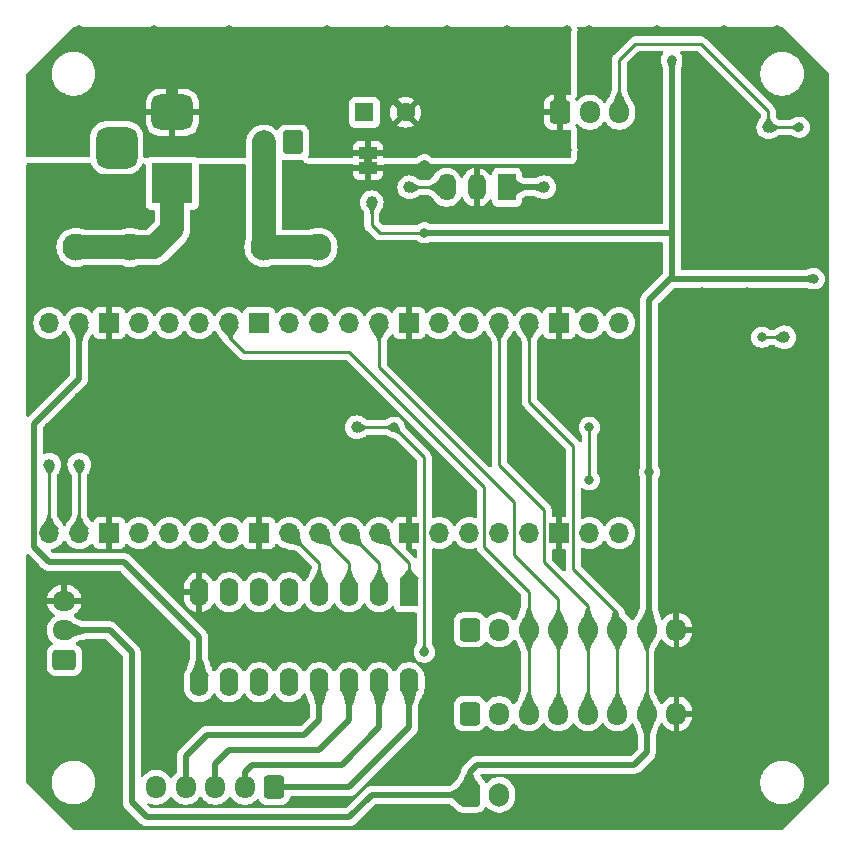
<source format=gbr>
%TF.GenerationSoftware,KiCad,Pcbnew,8.0.1*%
%TF.CreationDate,2024-09-11T09:05:04+09:00*%
%TF.ProjectId,raspcat,72617370-6361-4742-9e6b-696361645f70,rev?*%
%TF.SameCoordinates,Original*%
%TF.FileFunction,Copper,L2,Bot*%
%TF.FilePolarity,Positive*%
%FSLAX46Y46*%
G04 Gerber Fmt 4.6, Leading zero omitted, Abs format (unit mm)*
G04 Created by KiCad (PCBNEW 8.0.1) date 2024-09-11 09:05:04*
%MOMM*%
%LPD*%
G01*
G04 APERTURE LIST*
G04 Aperture macros list*
%AMRoundRect*
0 Rectangle with rounded corners*
0 $1 Rounding radius*
0 $2 $3 $4 $5 $6 $7 $8 $9 X,Y pos of 4 corners*
0 Add a 4 corners polygon primitive as box body*
4,1,4,$2,$3,$4,$5,$6,$7,$8,$9,$2,$3,0*
0 Add four circle primitives for the rounded corners*
1,1,$1+$1,$2,$3*
1,1,$1+$1,$4,$5*
1,1,$1+$1,$6,$7*
1,1,$1+$1,$8,$9*
0 Add four rect primitives between the rounded corners*
20,1,$1+$1,$2,$3,$4,$5,0*
20,1,$1+$1,$4,$5,$6,$7,0*
20,1,$1+$1,$6,$7,$8,$9,0*
20,1,$1+$1,$8,$9,$2,$3,0*%
G04 Aperture macros list end*
%TA.AperFunction,EtchedComponent*%
%ADD10C,0.000000*%
%TD*%
%TA.AperFunction,ComponentPad*%
%ADD11R,3.500000X3.500000*%
%TD*%
%TA.AperFunction,ComponentPad*%
%ADD12RoundRect,0.750000X-1.000000X0.750000X-1.000000X-0.750000X1.000000X-0.750000X1.000000X0.750000X0*%
%TD*%
%TA.AperFunction,ComponentPad*%
%ADD13RoundRect,0.875000X-0.875000X0.875000X-0.875000X-0.875000X0.875000X-0.875000X0.875000X0.875000X0*%
%TD*%
%TA.AperFunction,ComponentPad*%
%ADD14RoundRect,0.250000X0.600000X0.750000X-0.600000X0.750000X-0.600000X-0.750000X0.600000X-0.750000X0*%
%TD*%
%TA.AperFunction,ComponentPad*%
%ADD15O,1.700000X2.000000*%
%TD*%
%TA.AperFunction,ComponentPad*%
%ADD16RoundRect,0.250000X0.600000X0.725000X-0.600000X0.725000X-0.600000X-0.725000X0.600000X-0.725000X0*%
%TD*%
%TA.AperFunction,ComponentPad*%
%ADD17O,1.700000X1.950000*%
%TD*%
%TA.AperFunction,ComponentPad*%
%ADD18RoundRect,0.250000X0.725000X-0.600000X0.725000X0.600000X-0.725000X0.600000X-0.725000X-0.600000X0*%
%TD*%
%TA.AperFunction,ComponentPad*%
%ADD19O,1.950000X1.700000*%
%TD*%
%TA.AperFunction,ComponentPad*%
%ADD20R,1.500000X2.300000*%
%TD*%
%TA.AperFunction,ComponentPad*%
%ADD21O,1.500000X2.300000*%
%TD*%
%TA.AperFunction,ComponentPad*%
%ADD22RoundRect,0.250000X-0.600000X-0.725000X0.600000X-0.725000X0.600000X0.725000X-0.600000X0.725000X0*%
%TD*%
%TA.AperFunction,ComponentPad*%
%ADD23R,1.600000X1.600000*%
%TD*%
%TA.AperFunction,ComponentPad*%
%ADD24C,1.600000*%
%TD*%
%TA.AperFunction,ComponentPad*%
%ADD25C,2.300000*%
%TD*%
%TA.AperFunction,ComponentPad*%
%ADD26R,1.600000X2.400000*%
%TD*%
%TA.AperFunction,ComponentPad*%
%ADD27O,1.600000X2.400000*%
%TD*%
%TA.AperFunction,ComponentPad*%
%ADD28O,1.700000X1.700000*%
%TD*%
%TA.AperFunction,ComponentPad*%
%ADD29R,1.700000X1.700000*%
%TD*%
%TA.AperFunction,ComponentPad*%
%ADD30RoundRect,0.250000X-0.600000X-0.750000X0.600000X-0.750000X0.600000X0.750000X-0.600000X0.750000X0*%
%TD*%
%TA.AperFunction,SMDPad,CuDef*%
%ADD31C,1.000000*%
%TD*%
%TA.AperFunction,SMDPad,CuDef*%
%ADD32R,1.500000X1.000000*%
%TD*%
%TA.AperFunction,ViaPad*%
%ADD33C,0.800000*%
%TD*%
%TA.AperFunction,Conductor*%
%ADD34C,0.500000*%
%TD*%
%TA.AperFunction,Conductor*%
%ADD35C,0.250000*%
%TD*%
%TA.AperFunction,Conductor*%
%ADD36C,2.000000*%
%TD*%
%TA.AperFunction,Conductor*%
%ADD37C,1.000000*%
%TD*%
G04 APERTURE END LIST*
D10*
%TA.AperFunction,EtchedComponent*%
%TO.C,JP1*%
G36*
X30230000Y57411000D02*
G01*
X29630000Y57411000D01*
X29630000Y57911000D01*
X30230000Y57911000D01*
X30230000Y57411000D01*
G37*
%TD.AperFunction*%
%TD*%
D11*
%TO.P,J1,1*%
%TO.N,Net-(F1-Pad1)*%
X13365000Y55740000D03*
D12*
%TO.P,J1,2*%
%TO.N,GNDPWR*%
X13365000Y61740000D03*
D13*
%TO.P,J1,3*%
%TO.N,unconnected-(J1-Pad3)*%
X8665000Y58740000D03*
%TD*%
D14*
%TO.P,J2,1,Pin_1*%
%TO.N,Net-(D7-A)*%
X23611000Y59200000D03*
D15*
%TO.P,J2,2,Pin_2*%
%TO.N,Net-(J2-Pin_2)*%
X21111000Y59200000D03*
%TD*%
D16*
%TO.P,J9,1,Pin_1*%
%TO.N,Net-(D2-K)*%
X22000000Y4590000D03*
D17*
%TO.P,J9,2,Pin_2*%
%TO.N,Net-(D3-K)*%
X19500000Y4590000D03*
%TO.P,J9,3,Pin_3*%
%TO.N,Net-(D4-K)*%
X17000000Y4590000D03*
%TO.P,J9,4,Pin_4*%
%TO.N,Net-(D6-K)*%
X14500000Y4590000D03*
%TO.P,J9,5,Pin_5*%
%TO.N,+5V*%
X12000000Y4590000D03*
%TD*%
D18*
%TO.P,J5,1,Pin_1*%
%TO.N,Capacitive*%
X4220000Y15385000D03*
D19*
%TO.P,J5,2,Pin_2*%
%TO.N,+3.3V*%
X4220000Y17885000D03*
%TO.P,J5,3,Pin_3*%
%TO.N,GND*%
X4220000Y20385000D03*
%TD*%
D20*
%TO.P,U1,1,IN*%
%TO.N,+12V*%
X41685000Y55390000D03*
D21*
%TO.P,U1,2,GND*%
%TO.N,GND*%
X39145000Y55390000D03*
%TO.P,U1,3,OUT*%
%TO.N,+5V*%
X36605000Y55390000D03*
%TD*%
D22*
%TO.P,J4,1,Pin_1*%
%TO.N,unconnected-(J4-Pin_1-Pad1)*%
X38550000Y17925000D03*
D17*
%TO.P,J4,2,Pin_2*%
%TO.N,CS2*%
X41050000Y17925000D03*
%TO.P,J4,3,Pin_3*%
%TO.N,DC*%
X43550000Y17925000D03*
%TO.P,J4,4,Pin_4*%
%TO.N,RST*%
X46050000Y17925000D03*
%TO.P,J4,5,Pin_5*%
%TO.N,SDA*%
X48550000Y17925000D03*
%TO.P,J4,6,Pin_6*%
%TO.N,CLK*%
X51050000Y17925000D03*
%TO.P,J4,7,Pin_7*%
%TO.N,+3.3V*%
X53550000Y17925000D03*
%TO.P,J4,8,Pin_8*%
%TO.N,GND*%
X56050000Y17925000D03*
%TD*%
D22*
%TO.P,J3,1,Pin_1*%
%TO.N,unconnected-(J3-Pin_1-Pad1)*%
X38550000Y10830000D03*
D17*
%TO.P,J3,2,Pin_2*%
%TO.N,CS1*%
X41050000Y10830000D03*
%TO.P,J3,3,Pin_3*%
%TO.N,DC*%
X43550000Y10830000D03*
%TO.P,J3,4,Pin_4*%
%TO.N,RST*%
X46050000Y10830000D03*
%TO.P,J3,5,Pin_5*%
%TO.N,SDA*%
X48550000Y10830000D03*
%TO.P,J3,6,Pin_6*%
%TO.N,CLK*%
X51050000Y10830000D03*
%TO.P,J3,7,Pin_7*%
%TO.N,+3.3V*%
X53550000Y10830000D03*
%TO.P,J3,8,Pin_8*%
%TO.N,GND*%
X56050000Y10830000D03*
%TD*%
D23*
%TO.P,C1,1*%
%TO.N,Net-(D7-A)*%
X29620000Y61740000D03*
D24*
%TO.P,C1,2*%
%TO.N,GNDPWR*%
X33120000Y61740000D03*
%TD*%
D25*
%TO.P,F1,1*%
%TO.N,Net-(F1-Pad1)*%
X5211000Y50310000D03*
X9811000Y50310000D03*
%TO.P,F1,2*%
%TO.N,Net-(J2-Pin_2)*%
X21111000Y50310000D03*
X25711000Y50310000D03*
%TD*%
D26*
%TO.P,U5,1,I1*%
%TO.N,STEP_IN1*%
X33430000Y21100000D03*
D27*
%TO.P,U5,2,I2*%
%TO.N,STEP_IN2*%
X30890000Y21100000D03*
%TO.P,U5,3,I3*%
%TO.N,STEP_IN3*%
X28350000Y21100000D03*
%TO.P,U5,4,I4*%
%TO.N,STEP_IN4*%
X25810000Y21100000D03*
%TO.P,U5,5,I5*%
%TO.N,unconnected-(U5-I5-Pad5)*%
X23270000Y21100000D03*
%TO.P,U5,6,I6*%
%TO.N,unconnected-(U5-I6-Pad6)*%
X20730000Y21100000D03*
%TO.P,U5,7,I7*%
%TO.N,unconnected-(U5-I7-Pad7)*%
X18190000Y21100000D03*
%TO.P,U5,8,GND*%
%TO.N,GND*%
X15650000Y21100000D03*
%TO.P,U5,9,COM*%
%TO.N,+5V*%
X15650000Y13480000D03*
%TO.P,U5,10,O7*%
%TO.N,unconnected-(U5-O7-Pad10)*%
X18190000Y13480000D03*
%TO.P,U5,11,O6*%
%TO.N,unconnected-(U5-O6-Pad11)*%
X20730000Y13480000D03*
%TO.P,U5,12,O5*%
%TO.N,unconnected-(U5-O5-Pad12)*%
X23270000Y13480000D03*
%TO.P,U5,13,O4*%
%TO.N,Net-(D6-K)*%
X25810000Y13480000D03*
%TO.P,U5,14,O3*%
%TO.N,Net-(D4-K)*%
X28350000Y13480000D03*
%TO.P,U5,15,O2*%
%TO.N,Net-(D3-K)*%
X30890000Y13480000D03*
%TO.P,U5,16,O1*%
%TO.N,Net-(D2-K)*%
X33430000Y13480000D03*
%TD*%
D28*
%TO.P,U2,1,GPIO0*%
%TO.N,M5_SDA*%
X2950000Y26110000D03*
%TO.P,U2,2,GPIO1*%
%TO.N,M5_SCL*%
X5490000Y26110000D03*
D29*
%TO.P,U2,3,GND*%
%TO.N,GND*%
X8030000Y26110000D03*
D28*
%TO.P,U2,4,GPIO2*%
%TO.N,unconnected-(U2-GPIO2-Pad4)_0*%
X10570000Y26110000D03*
%TO.P,U2,5,GPIO3*%
%TO.N,unconnected-(U2-GPIO3-Pad5)_0*%
X13110000Y26110000D03*
%TO.P,U2,6,GPIO4*%
%TO.N,unconnected-(U2-GPIO4-Pad6)_0*%
X15650000Y26110000D03*
%TO.P,U2,7,GPIO5*%
%TO.N,unconnected-(U2-GPIO5-Pad7)*%
X18190000Y26110000D03*
D29*
%TO.P,U2,8,GND*%
%TO.N,GND*%
X20730000Y26110000D03*
D28*
%TO.P,U2,9,GPIO6*%
%TO.N,STEP_IN4*%
X23270000Y26110000D03*
%TO.P,U2,10,GPIO7*%
%TO.N,STEP_IN3*%
X25810000Y26110000D03*
%TO.P,U2,11,GPIO8*%
%TO.N,STEP_IN2*%
X28350000Y26110000D03*
%TO.P,U2,12,GPIO9*%
%TO.N,STEP_IN1*%
X30890000Y26110000D03*
D29*
%TO.P,U2,13,GND*%
%TO.N,GND*%
X33430000Y26110000D03*
D28*
%TO.P,U2,14,GPIO10*%
%TO.N,Capacitive*%
X35970000Y26110000D03*
%TO.P,U2,15,GPIO11*%
%TO.N,unconnected-(U2-GPIO11-Pad15)_0*%
X38510000Y26110000D03*
%TO.P,U2,16,GPIO12*%
%TO.N,CS2*%
X41050000Y26110000D03*
%TO.P,U2,17,GPIO13*%
%TO.N,CS1*%
X43590000Y26110000D03*
D29*
%TO.P,U2,18,GND*%
%TO.N,GND*%
X46130000Y26110000D03*
D28*
%TO.P,U2,19,GPIO14*%
%TO.N,DebugLED*%
X48670000Y26110000D03*
%TO.P,U2,20,GPIO15*%
%TO.N,unconnected-(U2-GPIO15-Pad20)*%
X51210000Y26110000D03*
%TO.P,U2,21,GPIO16*%
%TO.N,unconnected-(U2-GPIO16-Pad21)*%
X51210000Y43890000D03*
%TO.P,U2,22,GPIO17*%
%TO.N,unconnected-(U2-GPIO17-Pad22)*%
X48670000Y43890000D03*
D29*
%TO.P,U2,23,GND*%
%TO.N,GND*%
X46130000Y43890000D03*
D28*
%TO.P,U2,24,GPIO18*%
%TO.N,CLK*%
X43590000Y43890000D03*
%TO.P,U2,25,GPIO19*%
%TO.N,SDA*%
X41050000Y43890000D03*
%TO.P,U2,26,GPIO20*%
%TO.N,unconnected-(U2-GPIO20-Pad26)*%
X38510000Y43890000D03*
%TO.P,U2,27,GPIO21*%
%TO.N,unconnected-(U2-GPIO21-Pad27)_0*%
X35970000Y43890000D03*
D29*
%TO.P,U2,28,GND*%
%TO.N,GND*%
X33430000Y43890000D03*
D28*
%TO.P,U2,29,GPIO22*%
%TO.N,RST*%
X30890000Y43890000D03*
%TO.P,U2,30,RUN*%
%TO.N,unconnected-(U2-RUN-Pad30)*%
X28350000Y43890000D03*
%TO.P,U2,31,GPIO26_ADC0*%
%TO.N,Cds*%
X25810000Y43890000D03*
%TO.P,U2,32,GPIO27_ADC1*%
%TO.N,unconnected-(U2-GPIO27_ADC1-Pad32)_0*%
X23270000Y43890000D03*
D29*
%TO.P,U2,33,AGND*%
%TO.N,unconnected-(U2-AGND-Pad33)*%
X20730000Y43890000D03*
D28*
%TO.P,U2,34,GPIO28_ADC2*%
%TO.N,DC*%
X18190000Y43890000D03*
%TO.P,U2,35,ADC_VREF*%
%TO.N,unconnected-(U2-ADC_VREF-Pad35)_0*%
X15650000Y43890000D03*
%TO.P,U2,36,3V3*%
%TO.N,unconnected-(U2-3V3-Pad36)_0*%
X13110000Y43890000D03*
%TO.P,U2,37,3V3_EN*%
%TO.N,unconnected-(U2-3V3_EN-Pad37)_0*%
X10570000Y43890000D03*
D29*
%TO.P,U2,38,GND*%
%TO.N,GND*%
X8030000Y43890000D03*
D28*
%TO.P,U2,39,VSYS*%
%TO.N,+5V*%
X5490000Y43890000D03*
%TO.P,U2,40,VBUS*%
%TO.N,unconnected-(U2-VBUS-Pad40)*%
X2950000Y43890000D03*
%TD*%
D22*
%TO.P,J8,1,Pin_1*%
%TO.N,GNDPWR*%
X46210000Y61740000D03*
D17*
%TO.P,J8,2,Pin_2*%
%TO.N,+12V*%
X48710000Y61740000D03*
%TO.P,J8,3,Pin_3*%
%TO.N,Net-(J8-Pin_3)*%
X51210000Y61740000D03*
%TD*%
D30*
%TO.P,J6,1,Pin_1*%
%TO.N,+3.3V*%
X38550000Y3955000D03*
D15*
%TO.P,J6,2,Pin_2*%
%TO.N,Cds*%
X41050000Y3955000D03*
%TD*%
D31*
%TO.P,TP1,1,1*%
%TO.N,+12V*%
X44860000Y55390000D03*
%TD*%
%TO.P,TP8,1,1*%
%TO.N,M5_SDA*%
X2950000Y31895000D03*
%TD*%
%TO.P,TP3,1,1*%
%TO.N,+3.3V*%
X30255000Y54120000D03*
%TD*%
%TO.P,TP7,1,1*%
%TO.N,M5_SCL*%
X5490000Y31895000D03*
%TD*%
%TO.P,TP6,1,1*%
%TO.N,Net-(J8-Pin_3)*%
X63829000Y60470000D03*
%TD*%
%TO.P,TP4,1,1*%
%TO.N,STS_Tx*%
X65180000Y42690000D03*
%TD*%
D32*
%TO.P,JP1,1,A*%
%TO.N,GNDPWR*%
X29930000Y58311000D03*
%TO.P,JP1,2,B*%
%TO.N,GND*%
X29930000Y57011000D03*
%TD*%
D31*
%TO.P,TP9,1,1*%
%TO.N,Cds*%
X28985000Y35070000D03*
%TD*%
%TO.P,TP2,1,1*%
%TO.N,+5V*%
X33430000Y55390000D03*
%TD*%
D33*
%TO.N,M5_SCL*%
X48670000Y30625000D03*
X48670000Y35070000D03*
%TO.N,+3.3V*%
X55655000Y66185000D03*
X67720000Y47645000D03*
X53750000Y31260000D03*
X34700000Y51540000D03*
%TO.N,Cds*%
X32160000Y35070000D03*
X34700000Y16020000D03*
%TO.N,GND*%
X68355000Y43325000D03*
X56925000Y60470000D03*
X52480000Y37610000D03*
X64545000Y17925000D03*
X24540000Y37610000D03*
X52480000Y42055000D03*
X42320000Y12845000D03*
X50575000Y57295000D03*
X5490000Y56660000D03*
X62005000Y30625000D03*
X55020000Y15385000D03*
X52480000Y31260000D03*
X18190000Y54120000D03*
X44860000Y42055000D03*
X43590000Y50310000D03*
X68355000Y39515000D03*
X68355000Y30625000D03*
X11205000Y18560000D03*
X29620000Y16020000D03*
X35970000Y37610000D03*
X58195000Y46500000D03*
X55655000Y7765000D03*
X56925000Y52850000D03*
X20730000Y28720000D03*
X60100000Y7765000D03*
X11205000Y16020000D03*
X40415000Y8400000D03*
X13110000Y33165000D03*
X40415000Y50310000D03*
X1650000Y13480000D03*
X28350000Y37610000D03*
X29620000Y18560000D03*
X64545000Y30625000D03*
X62005000Y36340000D03*
X68355000Y55390000D03*
X55020000Y12845000D03*
X55655000Y5225000D03*
X39780000Y37610000D03*
X68355000Y24275000D03*
X50575000Y50310000D03*
X18190000Y18560000D03*
X35970000Y42055000D03*
X9300000Y37610000D03*
X6760000Y1415000D03*
X60100000Y14750000D03*
X2950000Y35070000D03*
X11205000Y12210000D03*
X8665000Y9035000D03*
X68355000Y36340000D03*
X1650000Y17925000D03*
X62005000Y46500000D03*
X39780000Y42055000D03*
X68355000Y60470000D03*
X62005000Y49040000D03*
X16920000Y28720000D03*
X49940000Y33800000D03*
X54385000Y52850000D03*
X23270000Y54120000D03*
X9300000Y33165000D03*
X56050000Y24035000D03*
X42320000Y33165000D03*
X8665000Y13480000D03*
X54385000Y50310000D03*
X48670000Y68725000D03*
X33430000Y28720000D03*
X64545000Y1415000D03*
X37240000Y15385000D03*
X68355000Y64915000D03*
X51845000Y8400000D03*
X64545000Y11575000D03*
X52480000Y33800000D03*
X5490000Y37610000D03*
X68355000Y27450000D03*
X40415000Y47770000D03*
X68355000Y7765000D03*
X44860000Y37610000D03*
X13110000Y28720000D03*
X64545000Y24275000D03*
X48670000Y28720000D03*
X13110000Y37610000D03*
X54385000Y60470000D03*
X25810000Y16020000D03*
X28350000Y33165000D03*
X22000000Y18560000D03*
X24540000Y28720000D03*
X60100000Y11575000D03*
X65180000Y39515000D03*
X50575000Y47770000D03*
X1680000Y54120000D03*
X1680000Y41420000D03*
X42320000Y15385000D03*
X13110000Y42055000D03*
X58830000Y64280000D03*
X64545000Y14750000D03*
X32160000Y33165000D03*
X1680000Y47770000D03*
X64545000Y68725000D03*
X33430000Y16020000D03*
X44225000Y5225000D03*
X46765000Y47770000D03*
X23905000Y10940000D03*
X1680000Y50945000D03*
X22000000Y16020000D03*
X50575000Y52850000D03*
X34700000Y57295000D03*
X24540000Y33165000D03*
X64545000Y27450000D03*
X68355000Y11575000D03*
X18190000Y16020000D03*
X60735000Y1415000D03*
X13745000Y12210000D03*
X49940000Y5225000D03*
X32160000Y42055000D03*
X1650000Y22370000D03*
X49940000Y2685000D03*
X65180000Y36340000D03*
X55655000Y2685000D03*
X58830000Y60470000D03*
X48670000Y42055000D03*
X26445000Y56660000D03*
X37240000Y12845000D03*
X5490000Y54120000D03*
X38510000Y28720000D03*
X48670000Y64280000D03*
X68355000Y5000000D03*
X39780000Y12845000D03*
X12475000Y22370000D03*
X20730000Y33165000D03*
X23270000Y56660000D03*
X62005000Y52215000D03*
X42320000Y37610000D03*
X46765000Y50310000D03*
X26445000Y54120000D03*
X58195000Y49040000D03*
X21365000Y10940000D03*
X13745000Y16020000D03*
X62005000Y27450000D03*
X48670000Y37610000D03*
X16920000Y42055000D03*
X56925000Y64280000D03*
X44225000Y2685000D03*
X9300000Y42055000D03*
X16920000Y37610000D03*
X16920000Y33165000D03*
X37240000Y22370000D03*
X20730000Y37610000D03*
X54385000Y57295000D03*
X33430000Y18560000D03*
X1650000Y9035000D03*
X46130000Y28720000D03*
X28985000Y28720000D03*
X37240000Y8400000D03*
X39780000Y33165000D03*
X34700000Y53485000D03*
X56925000Y57295000D03*
X46130000Y33165000D03*
X42320000Y42055000D03*
X25810000Y18560000D03*
X56050000Y36735000D03*
X1680000Y56660000D03*
X5490000Y35070000D03*
X39780000Y22370000D03*
X60100000Y68725000D03*
X60100000Y17925000D03*
X1680000Y37610000D03*
X46765000Y52850000D03*
X54385000Y64280000D03*
X35970000Y28720000D03*
X63910000Y55390000D03*
X18190000Y56660000D03*
X58830000Y57295000D03*
X39780000Y15385000D03*
X18825000Y10940000D03*
X54385000Y68725000D03*
X48035000Y8400000D03*
X44225000Y8400000D03*
X9300000Y28720000D03*
%TO.N,STS_Tx*%
X63275000Y42690000D03*
%TO.N,Net-(J8-Pin_3)*%
X66450000Y60470000D03*
%TO.N,GNDPWR*%
X26445000Y68725000D03*
X35970000Y59200000D03*
X38510000Y61740000D03*
X11840000Y68725000D03*
X37240000Y61740000D03*
X1680000Y58565000D03*
X18190000Y58565000D03*
X35970000Y60470000D03*
X38510000Y64280000D03*
X35970000Y61740000D03*
X1680000Y64280000D03*
X37240000Y63010000D03*
X35970000Y63010000D03*
X46765000Y68725000D03*
X38510000Y63010000D03*
X18190000Y68725000D03*
X11840000Y58565000D03*
X31525000Y68725000D03*
X38510000Y59200000D03*
X5490000Y58565000D03*
X36605000Y68725000D03*
X43590000Y58565000D03*
X41685000Y68725000D03*
X11840000Y64280000D03*
X5490000Y68725000D03*
X37240000Y64280000D03*
X35970000Y64280000D03*
X38510000Y60470000D03*
X26445000Y64280000D03*
X18190000Y64280000D03*
X37240000Y59200000D03*
X26445000Y59200000D03*
X46765000Y58565000D03*
X37240000Y60470000D03*
%TD*%
D34*
%TO.N,+12V*%
X41685000Y55390000D02*
X44860000Y55390000D01*
%TO.N,+5V*%
X1650000Y35357500D02*
X1650000Y24938261D01*
D35*
X33430000Y55390000D02*
X36605000Y55390000D01*
D34*
X15650000Y17290000D02*
X15650000Y13480000D01*
X5490000Y39197500D02*
X1650000Y35357500D01*
X1650000Y24938261D02*
X2948261Y23640000D01*
X5490000Y43890000D02*
X5490000Y39197500D01*
X2948261Y23640000D02*
X9300000Y23640000D01*
X9300000Y23640000D02*
X15650000Y17290000D01*
D35*
%TO.N,M5_SCL*%
X5490000Y31895000D02*
X5490000Y26110000D01*
X48670000Y35070000D02*
X48670000Y30625000D01*
D34*
%TO.N,+3.3V*%
X55780000Y47645000D02*
X55655000Y47770000D01*
X67720000Y47645000D02*
X55780000Y47645000D01*
X28350000Y2050000D02*
X30255000Y3955000D01*
X53550000Y7565000D02*
X52480000Y6495000D01*
X34700000Y51540000D02*
X55615000Y51540000D01*
X53750000Y18125000D02*
X53550000Y17925000D01*
X4220000Y17885000D02*
X8070000Y17885000D01*
X11205000Y2050000D02*
X28350000Y2050000D01*
D35*
X53550000Y17925000D02*
X53550000Y10830000D01*
D34*
X9935000Y3320000D02*
X11205000Y2050000D01*
X53550000Y10830000D02*
X53550000Y7565000D01*
X55615000Y51540000D02*
X55655000Y51580000D01*
X53750000Y36340000D02*
X53750000Y29355000D01*
D35*
X30930000Y51540000D02*
X30255000Y52215000D01*
D34*
X53750000Y45865000D02*
X55655000Y47770000D01*
X52480000Y6495000D02*
X39145000Y6495000D01*
X8070000Y17885000D02*
X9935000Y16020000D01*
X9935000Y16020000D02*
X9935000Y3320000D01*
X38550000Y5900000D02*
X38550000Y3955000D01*
X53750000Y36340000D02*
X53750000Y45865000D01*
X39145000Y6495000D02*
X38550000Y5900000D01*
X30255000Y3955000D02*
X38550000Y3955000D01*
X55655000Y66185000D02*
X55655000Y51580000D01*
D35*
X30255000Y52215000D02*
X30255000Y54120000D01*
D34*
X55655000Y51580000D02*
X55655000Y47770000D01*
X53750000Y29355000D02*
X53750000Y18125000D01*
D35*
X34700000Y51540000D02*
X30930000Y51540000D01*
%TO.N,RST*%
X42320000Y24275000D02*
X42320000Y28720000D01*
X42320000Y28720000D02*
X30890000Y40150000D01*
X46050000Y17925000D02*
X46050000Y10830000D01*
X46050000Y20545000D02*
X42320000Y24275000D01*
X30890000Y40150000D02*
X30890000Y43890000D01*
X46050000Y17925000D02*
X46050000Y20545000D01*
%TO.N,DC*%
X39780000Y29990000D02*
X28350000Y41420000D01*
X28350000Y41420000D02*
X19460000Y41420000D01*
X43550000Y17925000D02*
X43550000Y10830000D01*
X43550000Y17925000D02*
X43550000Y21140000D01*
X19460000Y41420000D02*
X18190000Y42690000D01*
X39780000Y24910000D02*
X39780000Y29990000D01*
X18190000Y42690000D02*
X18190000Y43890000D01*
X43550000Y21140000D02*
X39780000Y24910000D01*
%TO.N,Cds*%
X34700000Y16020000D02*
X34700000Y32530000D01*
X28985000Y35070000D02*
X32160000Y35070000D01*
X34700000Y32530000D02*
X32160000Y35070000D01*
%TO.N,SDA*%
X41050000Y31895000D02*
X41050000Y43890000D01*
X48550000Y17925000D02*
X48550000Y19950000D01*
X48550000Y19950000D02*
X44860000Y23640000D01*
X48550000Y17925000D02*
X48550000Y10830000D01*
X44860000Y28085000D02*
X41050000Y31895000D01*
X44860000Y23640000D02*
X44860000Y28085000D01*
%TO.N,CLK*%
X51050000Y17925000D02*
X51050000Y19355000D01*
X51050000Y17925000D02*
X51050000Y10830000D01*
X47305000Y33525000D02*
X43590000Y37240000D01*
X51050000Y19355000D02*
X47305000Y23100000D01*
X47305000Y23100000D02*
X47305000Y33525000D01*
X43590000Y37240000D02*
X43590000Y43890000D01*
%TO.N,GND*%
X56050000Y17925000D02*
X56050000Y10830000D01*
D34*
X56050000Y24035000D02*
X56050000Y17925000D01*
X8030000Y43890000D02*
X8030000Y26110000D01*
X46130000Y47770000D02*
X33430000Y47770000D01*
X46130000Y43890000D02*
X46130000Y47770000D01*
X56050000Y24035000D02*
X56050000Y36735000D01*
X33430000Y43890000D02*
X33430000Y47770000D01*
X8030000Y47770000D02*
X33430000Y47770000D01*
X8030000Y43890000D02*
X8030000Y47770000D01*
X40415000Y50310000D02*
X40415000Y47770000D01*
%TO.N,Net-(D2-K)*%
X33430000Y9670000D02*
X28350000Y4590000D01*
X33430000Y13480000D02*
X33430000Y9670000D01*
X28350000Y4590000D02*
X22000000Y4590000D01*
D36*
%TO.N,Net-(F1-Pad1)*%
X5211000Y50310000D02*
X9811000Y50310000D01*
X13365000Y51835000D02*
X13365000Y55740000D01*
X11840000Y50310000D02*
X13365000Y51835000D01*
X9811000Y50310000D02*
X11840000Y50310000D01*
D34*
%TO.N,Net-(D3-K)*%
X30890000Y9670000D02*
X27715000Y6495000D01*
X30890000Y13480000D02*
X30890000Y9670000D01*
X19500000Y5900000D02*
X19500000Y4590000D01*
X27715000Y6495000D02*
X20095000Y6495000D01*
X20095000Y6495000D02*
X19500000Y5900000D01*
D35*
%TO.N,M5_SDA*%
X2950000Y31895000D02*
X2950000Y26110000D01*
D36*
%TO.N,Net-(J2-Pin_2)*%
X21111000Y50310000D02*
X21111000Y59200000D01*
X25711000Y50310000D02*
X21111000Y50310000D01*
D34*
%TO.N,Net-(D4-K)*%
X17000000Y6575000D02*
X18190000Y7765000D01*
X18190000Y7765000D02*
X25810000Y7765000D01*
X25810000Y7765000D02*
X28350000Y10305000D01*
X17000000Y4590000D02*
X17000000Y6575000D01*
X28350000Y10305000D02*
X28350000Y13480000D01*
D35*
%TO.N,STS_Tx*%
X63275000Y42690000D02*
X65180000Y42690000D01*
D34*
%TO.N,Net-(D6-K)*%
X16285000Y9035000D02*
X24540000Y9035000D01*
X24540000Y9035000D02*
X25810000Y10305000D01*
X14500000Y7250000D02*
X16285000Y9035000D01*
X14500000Y4590000D02*
X14500000Y7250000D01*
X25810000Y10305000D02*
X25810000Y13480000D01*
D35*
%TO.N,Net-(J8-Pin_3)*%
X58105000Y67545000D02*
X52570000Y67545000D01*
X52570000Y67545000D02*
X51210000Y66185000D01*
X63829000Y60470000D02*
X63829000Y61821000D01*
X51210000Y66185000D02*
X51210000Y61740000D01*
X63829000Y60470000D02*
X66450000Y60470000D01*
X63829000Y61821000D02*
X58105000Y67545000D01*
%TO.N,STEP_IN1*%
X33430000Y23570000D02*
X33430000Y21100000D01*
X30890000Y26110000D02*
X33430000Y23570000D01*
%TO.N,STEP_IN2*%
X28350000Y26110000D02*
X30890000Y23570000D01*
X30890000Y23570000D02*
X30890000Y21100000D01*
%TO.N,STEP_IN3*%
X28350000Y21100000D02*
X28350000Y23570000D01*
X28350000Y23570000D02*
X25810000Y26110000D01*
%TO.N,STEP_IN4*%
X25810000Y23570000D02*
X23270000Y26110000D01*
X25810000Y21100000D02*
X25810000Y23570000D01*
D34*
%TO.N,GNDPWR*%
X33120000Y61740000D02*
X29620000Y65240000D01*
D37*
X44225000Y68090000D02*
X27715000Y68090000D01*
X46210000Y66105000D02*
X44225000Y68090000D01*
X46210000Y61740000D02*
X46210000Y66105000D01*
X13365000Y66185000D02*
X13365000Y61740000D01*
D34*
X29620000Y65240000D02*
X29620000Y68090000D01*
D37*
X27715000Y68090000D02*
X25810000Y66185000D01*
X25810000Y66185000D02*
X13365000Y66185000D01*
%TD*%
%TA.AperFunction,Conductor*%
%TO.N,GND*%
G36*
X65015677Y68980315D02*
G01*
X65036319Y68963681D01*
X68963681Y65036319D01*
X68997166Y64974996D01*
X69000000Y64948638D01*
X69000000Y5051362D01*
X68980315Y4984323D01*
X68963681Y4963681D01*
X65036319Y1036319D01*
X64974996Y1002834D01*
X64948638Y1000000D01*
X5051362Y1000000D01*
X4984323Y1019685D01*
X4963681Y1036319D01*
X1121289Y4878712D01*
X3149500Y4878712D01*
X3181161Y4638215D01*
X3243947Y4403896D01*
X3323729Y4211287D01*
X3336776Y4179788D01*
X3458062Y3969714D01*
X3458065Y3969710D01*
X3605733Y3777264D01*
X3605739Y3777257D01*
X3777256Y3605740D01*
X3777263Y3605734D01*
X3804013Y3585208D01*
X3969711Y3458064D01*
X4179788Y3336776D01*
X4403900Y3243946D01*
X4638211Y3181162D01*
X4818586Y3157416D01*
X4878711Y3149500D01*
X4878712Y3149500D01*
X5121289Y3149500D01*
X5169388Y3155833D01*
X5361789Y3181162D01*
X5596100Y3243946D01*
X5820212Y3336776D01*
X6030289Y3458064D01*
X6222738Y3605735D01*
X6394265Y3777262D01*
X6541936Y3969711D01*
X6663224Y4179788D01*
X6756054Y4403900D01*
X6818838Y4638211D01*
X6850500Y4878712D01*
X6850500Y5121288D01*
X6818838Y5361789D01*
X6756054Y5596100D01*
X6663224Y5820212D01*
X6541936Y6030289D01*
X6394265Y6222738D01*
X6394260Y6222744D01*
X6222743Y6394261D01*
X6222736Y6394267D01*
X6030293Y6541933D01*
X6030292Y6541934D01*
X6030289Y6541936D01*
X5820212Y6663224D01*
X5820205Y6663227D01*
X5596104Y6756053D01*
X5454828Y6793908D01*
X5361789Y6818838D01*
X5361788Y6818839D01*
X5361785Y6818839D01*
X5121289Y6850500D01*
X5121288Y6850500D01*
X4878712Y6850500D01*
X4878711Y6850500D01*
X4638214Y6818839D01*
X4403895Y6756053D01*
X4179794Y6663227D01*
X4179785Y6663223D01*
X3969706Y6541933D01*
X3777263Y6394267D01*
X3777256Y6394261D01*
X3605739Y6222744D01*
X3605733Y6222737D01*
X3458067Y6030294D01*
X3336777Y5820215D01*
X3336773Y5820206D01*
X3243947Y5596105D01*
X3181161Y5361786D01*
X3149500Y5121289D01*
X3149500Y4878712D01*
X1121289Y4878712D01*
X1036275Y4963726D01*
X1002790Y5025049D01*
X999956Y5051407D01*
X999956Y5651324D01*
X999969Y24227566D01*
X1019653Y24294602D01*
X1072457Y24340356D01*
X1141615Y24350300D01*
X1205171Y24321275D01*
X1211649Y24315243D01*
X2088415Y23438479D01*
X2365309Y23161585D01*
X2365310Y23161584D01*
X2469845Y23057049D01*
X2469846Y23057048D01*
X2592759Y22974920D01*
X2592772Y22974913D01*
X2729343Y22918344D01*
X2729348Y22918342D01*
X2729352Y22918342D01*
X2729353Y22918341D01*
X2874340Y22889500D01*
X2874343Y22889500D01*
X8937770Y22889500D01*
X9004809Y22869815D01*
X9025451Y22853181D01*
X14863181Y17015452D01*
X14896666Y16954129D01*
X14899500Y16927771D01*
X14899500Y15574647D01*
X14894138Y15538580D01*
X14872705Y15468083D01*
X14812041Y15268541D01*
X14810963Y15265169D01*
X14710350Y14965276D01*
X14708924Y14961255D01*
X14610443Y14698107D01*
X14608507Y14693249D01*
X14579393Y14624442D01*
X14565516Y14599880D01*
X14537714Y14561612D01*
X14444781Y14379222D01*
X14381522Y14184532D01*
X14373734Y14135362D01*
X14370259Y14119897D01*
X14369324Y14116709D01*
X14369323Y14116704D01*
X14368688Y14112273D01*
X14368310Y14109631D01*
X14368309Y14109623D01*
X14368309Y14109620D01*
X14367427Y14098113D01*
X14366263Y14088200D01*
X14349500Y13982358D01*
X14349500Y12977649D01*
X14381522Y12775466D01*
X14444781Y12580777D01*
X14537715Y12398387D01*
X14658028Y12232787D01*
X14802786Y12088029D01*
X14944445Y11985110D01*
X14968390Y11967713D01*
X15084607Y11908497D01*
X15150776Y11874782D01*
X15150778Y11874782D01*
X15150781Y11874780D01*
X15238452Y11846294D01*
X15345465Y11811523D01*
X15446557Y11795512D01*
X15547648Y11779500D01*
X15547649Y11779500D01*
X15752351Y11779500D01*
X15752352Y11779500D01*
X15954534Y11811523D01*
X16149219Y11874780D01*
X16331610Y11967713D01*
X16424590Y12035268D01*
X16497213Y12088029D01*
X16497215Y12088032D01*
X16497219Y12088034D01*
X16641966Y12232781D01*
X16641968Y12232785D01*
X16641971Y12232787D01*
X16762284Y12398386D01*
X16762285Y12398387D01*
X16762287Y12398390D01*
X16809516Y12491083D01*
X16857489Y12541877D01*
X16925310Y12558672D01*
X16991445Y12536135D01*
X17030485Y12491081D01*
X17077715Y12398386D01*
X17198028Y12232787D01*
X17342786Y12088029D01*
X17484445Y11985110D01*
X17508390Y11967713D01*
X17624607Y11908497D01*
X17690776Y11874782D01*
X17690778Y11874782D01*
X17690781Y11874780D01*
X17778452Y11846294D01*
X17885465Y11811523D01*
X17986557Y11795512D01*
X18087648Y11779500D01*
X18087649Y11779500D01*
X18292351Y11779500D01*
X18292352Y11779500D01*
X18494534Y11811523D01*
X18689219Y11874780D01*
X18871610Y11967713D01*
X18964590Y12035268D01*
X19037213Y12088029D01*
X19037215Y12088032D01*
X19037219Y12088034D01*
X19181966Y12232781D01*
X19181968Y12232785D01*
X19181971Y12232787D01*
X19302284Y12398386D01*
X19302285Y12398387D01*
X19302287Y12398390D01*
X19349516Y12491083D01*
X19397489Y12541877D01*
X19465310Y12558672D01*
X19531445Y12536135D01*
X19570485Y12491081D01*
X19617715Y12398386D01*
X19738028Y12232787D01*
X19882786Y12088029D01*
X20024445Y11985110D01*
X20048390Y11967713D01*
X20164607Y11908497D01*
X20230776Y11874782D01*
X20230778Y11874782D01*
X20230781Y11874780D01*
X20318452Y11846294D01*
X20425465Y11811523D01*
X20526557Y11795512D01*
X20627648Y11779500D01*
X20627649Y11779500D01*
X20832351Y11779500D01*
X20832352Y11779500D01*
X21034534Y11811523D01*
X21229219Y11874780D01*
X21411610Y11967713D01*
X21504590Y12035268D01*
X21577213Y12088029D01*
X21577215Y12088032D01*
X21577219Y12088034D01*
X21721966Y12232781D01*
X21721968Y12232785D01*
X21721971Y12232787D01*
X21842284Y12398386D01*
X21842285Y12398387D01*
X21842287Y12398390D01*
X21889516Y12491083D01*
X21937489Y12541877D01*
X22005310Y12558672D01*
X22071445Y12536135D01*
X22110485Y12491081D01*
X22157715Y12398386D01*
X22278028Y12232787D01*
X22422786Y12088029D01*
X22564445Y11985110D01*
X22588390Y11967713D01*
X22704607Y11908497D01*
X22770776Y11874782D01*
X22770778Y11874782D01*
X22770781Y11874780D01*
X22858452Y11846294D01*
X22965465Y11811523D01*
X23066557Y11795512D01*
X23167648Y11779500D01*
X23167649Y11779500D01*
X23372351Y11779500D01*
X23372352Y11779500D01*
X23574534Y11811523D01*
X23769219Y11874780D01*
X23951610Y11967713D01*
X24044590Y12035268D01*
X24117213Y12088029D01*
X24117215Y12088032D01*
X24117219Y12088034D01*
X24261966Y12232781D01*
X24261968Y12232785D01*
X24261971Y12232787D01*
X24382284Y12398386D01*
X24382285Y12398387D01*
X24382287Y12398390D01*
X24429516Y12491083D01*
X24477489Y12541877D01*
X24545310Y12558672D01*
X24611445Y12536135D01*
X24650483Y12491083D01*
X24697713Y12398390D01*
X24697716Y12398386D01*
X24725518Y12360118D01*
X24739396Y12335556D01*
X24768504Y12266764D01*
X24770440Y12261905D01*
X24868921Y11998757D01*
X24870347Y11994736D01*
X24970969Y11694814D01*
X24972047Y11691442D01*
X25007699Y11574174D01*
X25054138Y11421423D01*
X25059500Y11385356D01*
X25059500Y10667230D01*
X25039815Y10600191D01*
X25023181Y10579549D01*
X24265451Y9821819D01*
X24204128Y9788334D01*
X24177770Y9785500D01*
X16211080Y9785500D01*
X16066092Y9756660D01*
X16066082Y9756657D01*
X15929511Y9700088D01*
X15929498Y9700081D01*
X15806584Y9617952D01*
X15806580Y9617949D01*
X13917047Y7728416D01*
X13904548Y7709709D01*
X13892103Y7691082D01*
X13863411Y7648142D01*
X13834914Y7605493D01*
X13778343Y7468918D01*
X13778340Y7468908D01*
X13749500Y7323921D01*
X13749500Y5902221D01*
X13729815Y5835182D01*
X13698385Y5801903D01*
X13620211Y5745107D01*
X13620205Y5745102D01*
X13469894Y5594791D01*
X13469890Y5594786D01*
X13350318Y5430207D01*
X13294989Y5387541D01*
X13225375Y5381562D01*
X13163580Y5414167D01*
X13149682Y5430207D01*
X13030109Y5594786D01*
X13030105Y5594791D01*
X12879786Y5745110D01*
X12707820Y5870049D01*
X12518414Y5966556D01*
X12518413Y5966557D01*
X12518412Y5966557D01*
X12316243Y6032246D01*
X12316241Y6032247D01*
X12316240Y6032247D01*
X12154957Y6057792D01*
X12106287Y6065500D01*
X11893713Y6065500D01*
X11845042Y6057792D01*
X11683760Y6032247D01*
X11481585Y5966556D01*
X11292179Y5870049D01*
X11120213Y5745110D01*
X10969894Y5594791D01*
X10969890Y5594786D01*
X10909818Y5512103D01*
X10854488Y5469437D01*
X10784875Y5463458D01*
X10723080Y5496064D01*
X10688723Y5556902D01*
X10685500Y5584988D01*
X10685500Y16093921D01*
X10656659Y16238908D01*
X10656658Y16238909D01*
X10656658Y16238913D01*
X10629559Y16304337D01*
X10600087Y16375489D01*
X10600080Y16375502D01*
X10517952Y16498415D01*
X10465936Y16550431D01*
X10413416Y16602951D01*
X9951015Y17065352D01*
X8548421Y18467948D01*
X8548420Y18467949D01*
X8460846Y18526463D01*
X8425495Y18550084D01*
X8425493Y18550085D01*
X8425490Y18550087D01*
X8288917Y18606657D01*
X8288907Y18606660D01*
X8143920Y18635500D01*
X8143918Y18635500D01*
X6108732Y18635500D01*
X6090654Y18636825D01*
X5834217Y18674614D01*
X5820425Y18677454D01*
X5584080Y18740309D01*
X5571444Y18744406D01*
X5328515Y18837822D01*
X5317289Y18842790D01*
X5294500Y18854256D01*
X5262551Y18877345D01*
X5224790Y18915106D01*
X5224785Y18915110D01*
X5059781Y19034992D01*
X5017115Y19090322D01*
X5011136Y19159935D01*
X5043741Y19221730D01*
X5059781Y19235629D01*
X5224466Y19355279D01*
X5374723Y19505536D01*
X5374727Y19505541D01*
X5499620Y19677443D01*
X5596095Y19866783D01*
X5661757Y20068871D01*
X5661757Y20068874D01*
X5672231Y20135000D01*
X4624146Y20135000D01*
X4662630Y20201657D01*
X4695000Y20322465D01*
X4695000Y20447535D01*
X4662630Y20568343D01*
X4624146Y20635000D01*
X5672231Y20635000D01*
X5661757Y20701127D01*
X5661757Y20701130D01*
X5596095Y20903218D01*
X5499620Y21092558D01*
X5374727Y21264460D01*
X5374723Y21264465D01*
X5224464Y21414724D01*
X5224459Y21414728D01*
X5052557Y21539621D01*
X4863217Y21636096D01*
X4661128Y21701758D01*
X4470000Y21732031D01*
X4470000Y20789146D01*
X4403343Y20827630D01*
X4282535Y20860000D01*
X4157465Y20860000D01*
X4036657Y20827630D01*
X3970000Y20789146D01*
X3970000Y21732031D01*
X3778872Y21701758D01*
X3778869Y21701758D01*
X3576782Y21636096D01*
X3387442Y21539621D01*
X3215540Y21414728D01*
X3215535Y21414724D01*
X3065276Y21264465D01*
X3065272Y21264460D01*
X2940379Y21092558D01*
X2843904Y20903218D01*
X2778242Y20701130D01*
X2778242Y20701127D01*
X2767769Y20635000D01*
X3815854Y20635000D01*
X3777370Y20568343D01*
X3745000Y20447535D01*
X3745000Y20322465D01*
X3777370Y20201657D01*
X3815854Y20135000D01*
X2767769Y20135000D01*
X2778242Y20068874D01*
X2778242Y20068871D01*
X2843904Y19866783D01*
X2940379Y19677443D01*
X3065272Y19505541D01*
X3065276Y19505536D01*
X3215535Y19355277D01*
X3215540Y19355273D01*
X3380218Y19235628D01*
X3422884Y19180299D01*
X3428863Y19110685D01*
X3396258Y19048890D01*
X3380218Y19034992D01*
X3215214Y18915110D01*
X3215209Y18915106D01*
X3064890Y18764787D01*
X2939951Y18592821D01*
X2843444Y18403415D01*
X2777753Y18201240D01*
X2744500Y17991287D01*
X2744500Y17778714D01*
X2767524Y17633343D01*
X2777754Y17568757D01*
X2805372Y17483757D01*
X2843444Y17366586D01*
X2939951Y17177180D01*
X3064890Y17005214D01*
X3203705Y16866399D01*
X3237190Y16805076D01*
X3232206Y16735384D01*
X3190334Y16679451D01*
X3181121Y16673179D01*
X3026342Y16577711D01*
X2902289Y16453658D01*
X2810187Y16304337D01*
X2810185Y16304332D01*
X2794590Y16257269D01*
X2755001Y16137797D01*
X2755001Y16137796D01*
X2755000Y16137796D01*
X2744500Y16035017D01*
X2744500Y14734999D01*
X2744501Y14734982D01*
X2755000Y14632204D01*
X2755001Y14632201D01*
X2778393Y14561611D01*
X2810186Y14465666D01*
X2902288Y14316344D01*
X3026344Y14192288D01*
X3175666Y14100186D01*
X3342203Y14045001D01*
X3444991Y14034500D01*
X4995008Y14034501D01*
X5097797Y14045001D01*
X5264334Y14100186D01*
X5413656Y14192288D01*
X5537712Y14316344D01*
X5629814Y14465666D01*
X5684999Y14632203D01*
X5695500Y14734991D01*
X5695499Y16035008D01*
X5684999Y16137797D01*
X5629814Y16304334D01*
X5537712Y16453656D01*
X5413656Y16577712D01*
X5264334Y16669814D01*
X5264333Y16669815D01*
X5258878Y16673179D01*
X5212154Y16725127D01*
X5200931Y16794090D01*
X5228775Y16858172D01*
X5236285Y16866390D01*
X5262556Y16892662D01*
X5294502Y16915749D01*
X5317304Y16927220D01*
X5328494Y16932173D01*
X5571453Y17025600D01*
X5584059Y17029687D01*
X5820426Y17092549D01*
X5834216Y17095389D01*
X5871169Y17100834D01*
X6090649Y17133176D01*
X6108725Y17134500D01*
X7707770Y17134500D01*
X7774809Y17114815D01*
X7795451Y17098181D01*
X9148181Y15745452D01*
X9181666Y15684129D01*
X9184500Y15657771D01*
X9184500Y3246082D01*
X9184500Y3246080D01*
X9184499Y3246080D01*
X9213340Y3101093D01*
X9213343Y3101083D01*
X9269914Y2964508D01*
X9269915Y2964506D01*
X9269916Y2964505D01*
X9300559Y2918644D01*
X9302812Y2915273D01*
X9302813Y2915270D01*
X9352046Y2841586D01*
X9352052Y2841579D01*
X10726580Y1467052D01*
X10726584Y1467049D01*
X10849498Y1384920D01*
X10849511Y1384913D01*
X10986082Y1328344D01*
X10986087Y1328342D01*
X10986091Y1328342D01*
X10986092Y1328341D01*
X11131079Y1299500D01*
X11131082Y1299500D01*
X28423920Y1299500D01*
X28521462Y1318904D01*
X28568913Y1328342D01*
X28705495Y1384916D01*
X28754729Y1417814D01*
X28828416Y1467048D01*
X30529549Y3168181D01*
X30590872Y3201666D01*
X30617230Y3204500D01*
X36735147Y3204500D01*
X36773362Y3198464D01*
X36822017Y3182702D01*
X36839791Y3175378D01*
X36932755Y3128334D01*
X36947059Y3119845D01*
X37057160Y3044082D01*
X37068268Y3035471D01*
X37193186Y2926764D01*
X37201660Y2918654D01*
X37315816Y2798529D01*
X37331462Y2778214D01*
X37357288Y2736344D01*
X37481344Y2612288D01*
X37630666Y2520186D01*
X37797203Y2465001D01*
X37899991Y2454500D01*
X39200008Y2454501D01*
X39302797Y2465001D01*
X39469334Y2520186D01*
X39618656Y2612288D01*
X39742712Y2736344D01*
X39834814Y2885666D01*
X39834814Y2885669D01*
X39838178Y2891121D01*
X39890126Y2937846D01*
X39959088Y2949069D01*
X40023170Y2921226D01*
X40031398Y2913706D01*
X40170213Y2774891D01*
X40342179Y2649952D01*
X40342181Y2649951D01*
X40342184Y2649949D01*
X40531588Y2553443D01*
X40733757Y2487754D01*
X40943713Y2454500D01*
X40943714Y2454500D01*
X41156286Y2454500D01*
X41156287Y2454500D01*
X41366243Y2487754D01*
X41568412Y2553443D01*
X41757816Y2649949D01*
X41779789Y2665914D01*
X41929786Y2774891D01*
X41929788Y2774894D01*
X41929792Y2774896D01*
X42080104Y2925208D01*
X42080106Y2925212D01*
X42080109Y2925214D01*
X42205048Y3097180D01*
X42205047Y3097180D01*
X42205051Y3097184D01*
X42301557Y3286588D01*
X42367246Y3488757D01*
X42400500Y3698713D01*
X42400500Y4211287D01*
X42367246Y4421243D01*
X42301557Y4623412D01*
X42205051Y4812816D01*
X42205049Y4812819D01*
X42205048Y4812821D01*
X42157176Y4878712D01*
X63149500Y4878712D01*
X63181161Y4638215D01*
X63243947Y4403896D01*
X63323729Y4211287D01*
X63336776Y4179788D01*
X63458062Y3969714D01*
X63458065Y3969710D01*
X63605733Y3777264D01*
X63605739Y3777257D01*
X63777256Y3605740D01*
X63777263Y3605734D01*
X63804013Y3585208D01*
X63969711Y3458064D01*
X64179788Y3336776D01*
X64403900Y3243946D01*
X64638211Y3181162D01*
X64818586Y3157416D01*
X64878711Y3149500D01*
X64878712Y3149500D01*
X65121289Y3149500D01*
X65169388Y3155833D01*
X65361789Y3181162D01*
X65596100Y3243946D01*
X65820212Y3336776D01*
X66030289Y3458064D01*
X66222738Y3605735D01*
X66394265Y3777262D01*
X66541936Y3969711D01*
X66663224Y4179788D01*
X66756054Y4403900D01*
X66818838Y4638211D01*
X66850500Y4878712D01*
X66850500Y5121288D01*
X66818838Y5361789D01*
X66756054Y5596100D01*
X66663224Y5820212D01*
X66541936Y6030289D01*
X66394265Y6222738D01*
X66394260Y6222744D01*
X66222743Y6394261D01*
X66222736Y6394267D01*
X66030293Y6541933D01*
X66030292Y6541934D01*
X66030289Y6541936D01*
X65820212Y6663224D01*
X65820205Y6663227D01*
X65596104Y6756053D01*
X65454828Y6793908D01*
X65361789Y6818838D01*
X65361788Y6818839D01*
X65361785Y6818839D01*
X65121289Y6850500D01*
X65121288Y6850500D01*
X64878712Y6850500D01*
X64878711Y6850500D01*
X64638214Y6818839D01*
X64403895Y6756053D01*
X64179794Y6663227D01*
X64179785Y6663223D01*
X63969706Y6541933D01*
X63777263Y6394267D01*
X63777256Y6394261D01*
X63605739Y6222744D01*
X63605733Y6222737D01*
X63458067Y6030294D01*
X63336777Y5820215D01*
X63336773Y5820206D01*
X63243947Y5596105D01*
X63181161Y5361786D01*
X63149500Y5121289D01*
X63149500Y4878712D01*
X42157176Y4878712D01*
X42080109Y4984787D01*
X41929786Y5135110D01*
X41757820Y5260049D01*
X41568414Y5356556D01*
X41568413Y5356557D01*
X41568412Y5356557D01*
X41366243Y5422246D01*
X41366241Y5422247D01*
X41366240Y5422247D01*
X41204957Y5447792D01*
X41156287Y5455500D01*
X40943713Y5455500D01*
X40895042Y5447792D01*
X40733760Y5422247D01*
X40705267Y5412989D01*
X40626947Y5387541D01*
X40531585Y5356556D01*
X40342179Y5260049D01*
X40170215Y5135111D01*
X40031398Y4996294D01*
X39970075Y4962810D01*
X39900383Y4967794D01*
X39844450Y5009666D01*
X39838178Y5018880D01*
X39742712Y5173656D01*
X39650079Y5266289D01*
X39636162Y5282880D01*
X39584609Y5356556D01*
X39578298Y5365576D01*
X39572563Y5374574D01*
X39571264Y5376819D01*
X39480422Y5533860D01*
X39476542Y5541112D01*
X39464436Y5565666D01*
X39452446Y5634499D01*
X39479573Y5698888D01*
X39537205Y5738389D01*
X39575653Y5744500D01*
X52553920Y5744500D01*
X52651462Y5763904D01*
X52698913Y5773342D01*
X52835495Y5829916D01*
X52884729Y5862814D01*
X52895558Y5870049D01*
X52943708Y5902221D01*
X52958416Y5912048D01*
X54132952Y7086585D01*
X54192752Y7176083D01*
X54215084Y7209505D01*
X54262475Y7323917D01*
X54271659Y7346088D01*
X54300500Y7491083D01*
X54300500Y7638918D01*
X54300500Y8909673D01*
X54306088Y8946477D01*
X54382270Y9191584D01*
X54396692Y9237986D01*
X54397828Y9241454D01*
X54507823Y9561419D01*
X54509341Y9565590D01*
X54521066Y9596080D01*
X54617038Y9845654D01*
X54619088Y9850650D01*
X54644500Y9908898D01*
X54657836Y9932199D01*
X54657842Y9932206D01*
X54699991Y9990221D01*
X54755321Y10032885D01*
X54824935Y10038864D01*
X54886730Y10006258D01*
X54900627Y9990219D01*
X55020272Y9825541D01*
X55020276Y9825536D01*
X55170535Y9675277D01*
X55170540Y9675273D01*
X55342442Y9550380D01*
X55531782Y9453905D01*
X55733871Y9388243D01*
X55800000Y9377769D01*
X55800000Y10425855D01*
X55866657Y10387370D01*
X55987465Y10355000D01*
X56112535Y10355000D01*
X56233343Y10387370D01*
X56300000Y10425855D01*
X56300000Y9377770D01*
X56366126Y9388243D01*
X56366129Y9388243D01*
X56568217Y9453905D01*
X56757557Y9550380D01*
X56929459Y9675273D01*
X56929464Y9675277D01*
X57079723Y9825536D01*
X57079727Y9825541D01*
X57204620Y9997443D01*
X57301095Y10186783D01*
X57366757Y10388870D01*
X57366757Y10388873D01*
X57397030Y10580000D01*
X56454146Y10580000D01*
X56492630Y10646657D01*
X56525000Y10767465D01*
X56525000Y10892535D01*
X56492630Y11013343D01*
X56454146Y11080000D01*
X57397030Y11080000D01*
X57366757Y11271128D01*
X57366757Y11271131D01*
X57301095Y11473218D01*
X57204620Y11662558D01*
X57079727Y11834460D01*
X57079723Y11834465D01*
X56929464Y11984724D01*
X56929459Y11984728D01*
X56757557Y12109621D01*
X56568215Y12206097D01*
X56366124Y12271759D01*
X56300000Y12282232D01*
X56300000Y11234146D01*
X56233343Y11272630D01*
X56112535Y11305000D01*
X55987465Y11305000D01*
X55866657Y11272630D01*
X55800000Y11234146D01*
X55800000Y12282232D01*
X55799999Y12282232D01*
X55733875Y12271759D01*
X55531784Y12206097D01*
X55342442Y12109621D01*
X55170540Y11984728D01*
X55170535Y11984724D01*
X55020276Y11834465D01*
X55020272Y11834460D01*
X54900627Y11669782D01*
X54845297Y11627116D01*
X54775684Y11621137D01*
X54713889Y11653743D01*
X54699993Y11669779D01*
X54684253Y11691442D01*
X54679927Y11697397D01*
X54670318Y11712905D01*
X54660713Y11731308D01*
X54660712Y11731310D01*
X54569285Y11858337D01*
X54562497Y11868852D01*
X54473854Y12022727D01*
X54469522Y12030945D01*
X54442109Y12088029D01*
X54371154Y12235783D01*
X54368287Y12242219D01*
X54264144Y12495171D01*
X54262162Y12500308D01*
X54182841Y12720461D01*
X54175500Y12762493D01*
X54175500Y15992511D01*
X54182841Y16034543D01*
X54183013Y16035019D01*
X54262153Y16254670D01*
X54264132Y16259799D01*
X54368284Y16512775D01*
X54371167Y16519247D01*
X54385189Y16548445D01*
X54469520Y16724054D01*
X54473847Y16732261D01*
X54495527Y16769896D01*
X54562506Y16886166D01*
X54569292Y16896676D01*
X54660711Y17023690D01*
X54679772Y17052161D01*
X54680178Y17053088D01*
X54693418Y17076174D01*
X54699994Y17085225D01*
X54755322Y17127887D01*
X54824935Y17133865D01*
X54886730Y17101258D01*
X54900626Y17085220D01*
X55020272Y16920541D01*
X55020276Y16920536D01*
X55170535Y16770277D01*
X55170540Y16770273D01*
X55342442Y16645380D01*
X55531782Y16548905D01*
X55733871Y16483243D01*
X55800000Y16472769D01*
X55800000Y17520855D01*
X55866657Y17482370D01*
X55987465Y17450000D01*
X56112535Y17450000D01*
X56233343Y17482370D01*
X56300000Y17520855D01*
X56300000Y16472770D01*
X56366126Y16483243D01*
X56366129Y16483243D01*
X56568217Y16548905D01*
X56757557Y16645380D01*
X56929459Y16770273D01*
X56929464Y16770277D01*
X57079723Y16920536D01*
X57079727Y16920541D01*
X57204620Y17092443D01*
X57301095Y17281783D01*
X57366757Y17483870D01*
X57366757Y17483873D01*
X57397030Y17675000D01*
X56454146Y17675000D01*
X56492630Y17741657D01*
X56525000Y17862465D01*
X56525000Y17987535D01*
X56492630Y18108343D01*
X56454146Y18175000D01*
X57397030Y18175000D01*
X57366757Y18366128D01*
X57366757Y18366131D01*
X57301095Y18568218D01*
X57204620Y18757558D01*
X57079727Y18929460D01*
X57079723Y18929465D01*
X56929464Y19079724D01*
X56929459Y19079728D01*
X56757557Y19204621D01*
X56568215Y19301097D01*
X56366124Y19366759D01*
X56300000Y19377232D01*
X56300000Y18329146D01*
X56233343Y18367630D01*
X56112535Y18400000D01*
X55987465Y18400000D01*
X55866657Y18367630D01*
X55800000Y18329146D01*
X55800000Y19377232D01*
X55799999Y19377232D01*
X55733875Y19366759D01*
X55531784Y19301097D01*
X55342442Y19204621D01*
X55170540Y19079728D01*
X55170535Y19079724D01*
X55020276Y18929465D01*
X55020272Y18929460D01*
X54935268Y18812461D01*
X54879938Y18769795D01*
X54810325Y18763816D01*
X54748530Y18796422D01*
X54714799Y18854689D01*
X54701245Y18907810D01*
X54645255Y19127250D01*
X54644529Y19130256D01*
X54571055Y19452687D01*
X54570512Y19455196D01*
X54570304Y19456204D01*
X54518463Y19708034D01*
X54503047Y19782919D01*
X54500500Y19807921D01*
X54500500Y30725679D01*
X54517113Y30787679D01*
X54541386Y30829721D01*
X54577179Y30891716D01*
X54635674Y31071744D01*
X54655460Y31260000D01*
X54635674Y31448256D01*
X54577179Y31628284D01*
X54552959Y31670235D01*
X54517113Y31732323D01*
X54500500Y31794323D01*
X54500500Y42690000D01*
X62369540Y42690000D01*
X62389326Y42501744D01*
X62389327Y42501741D01*
X62447818Y42321723D01*
X62447821Y42321716D01*
X62542467Y42157784D01*
X62646093Y42042696D01*
X62669129Y42017112D01*
X62822265Y41905852D01*
X62822270Y41905849D01*
X62995192Y41828858D01*
X62995197Y41828856D01*
X63180354Y41789500D01*
X63180355Y41789500D01*
X63369644Y41789500D01*
X63369646Y41789500D01*
X63554803Y41828856D01*
X63727730Y41905849D01*
X63880871Y42017112D01*
X63884789Y42021463D01*
X63886600Y42023474D01*
X63946087Y42060121D01*
X63978748Y42064500D01*
X64114721Y42064500D01*
X64143154Y42061196D01*
X64145273Y42060697D01*
X64145965Y42060534D01*
X64145970Y42060534D01*
X64145974Y42060533D01*
X64186786Y42056911D01*
X64268545Y42049653D01*
X64299345Y42042893D01*
X64299900Y42042695D01*
X64325007Y42030359D01*
X64376454Y41997404D01*
X64378875Y41995813D01*
X64410765Y41974312D01*
X64508014Y41908744D01*
X64528534Y41895842D01*
X64535297Y41891589D01*
X64536577Y41890840D01*
X64564557Y41875630D01*
X64596273Y41859662D01*
X64750091Y41782218D01*
X64750108Y41782210D01*
X64766395Y41774372D01*
X64767159Y41774021D01*
X64773265Y41771730D01*
X64788143Y41764998D01*
X64795273Y41761186D01*
X64802646Y41758950D01*
X64823147Y41752730D01*
X64830726Y41750161D01*
X64831927Y41749711D01*
X64834856Y41748611D01*
X64834862Y41748611D01*
X64841307Y41746951D01*
X64841254Y41746747D01*
X64847370Y41745383D01*
X64983865Y41703977D01*
X64983867Y41703976D01*
X65003184Y41702074D01*
X65180000Y41684659D01*
X65376132Y41703976D01*
X65564727Y41761186D01*
X65589397Y41774372D01*
X65672390Y41818733D01*
X65738538Y41854090D01*
X65890883Y41979117D01*
X66015910Y42131462D01*
X66108814Y42305273D01*
X66166024Y42493868D01*
X66185341Y42690000D01*
X66166024Y42886132D01*
X66108814Y43074727D01*
X66108811Y43074731D01*
X66108811Y43074734D01*
X66015913Y43248533D01*
X66015909Y43248540D01*
X65890883Y43400884D01*
X65738539Y43525910D01*
X65738532Y43525914D01*
X65564733Y43618812D01*
X65564727Y43618814D01*
X65376132Y43676024D01*
X65376129Y43676025D01*
X65180000Y43695341D01*
X64983865Y43676024D01*
X64795275Y43618815D01*
X64795269Y43618813D01*
X64774929Y43607941D01*
X64755928Y43599744D01*
X64750116Y43597794D01*
X64750108Y43597791D01*
X64564553Y43504370D01*
X64536550Y43489147D01*
X64535312Y43488423D01*
X64508016Y43471259D01*
X64378875Y43384191D01*
X64376442Y43382592D01*
X64325010Y43349646D01*
X64299899Y43337308D01*
X64299354Y43337113D01*
X64268546Y43330351D01*
X64145958Y43319468D01*
X64120456Y43316392D01*
X64105612Y43315500D01*
X63978748Y43315500D01*
X63911709Y43335185D01*
X63886600Y43356526D01*
X63880873Y43362886D01*
X63880869Y43362890D01*
X63727734Y43474149D01*
X63727729Y43474152D01*
X63554807Y43551143D01*
X63554802Y43551145D01*
X63409001Y43582135D01*
X63369646Y43590500D01*
X63180354Y43590500D01*
X63147897Y43583602D01*
X62995197Y43551145D01*
X62995192Y43551143D01*
X62822270Y43474152D01*
X62822265Y43474149D01*
X62669129Y43362889D01*
X62542466Y43222215D01*
X62447821Y43058285D01*
X62447818Y43058278D01*
X62389327Y42878260D01*
X62389326Y42878256D01*
X62369540Y42690000D01*
X54500500Y42690000D01*
X54500500Y45502770D01*
X54520185Y45569809D01*
X54536819Y45590451D01*
X55804549Y46858181D01*
X55865872Y46891666D01*
X55892230Y46894500D01*
X66858583Y46894500D01*
X66885703Y46891499D01*
X66891558Y46890186D01*
X66891557Y46890186D01*
X66891562Y46890185D01*
X67023788Y46879893D01*
X67046037Y46876100D01*
X67101184Y46861425D01*
X67112427Y46857851D01*
X67203325Y46824104D01*
X67203339Y46824099D01*
X67203353Y46824094D01*
X67225646Y46816405D01*
X67225670Y46816398D01*
X67225674Y46816396D01*
X67226737Y46816057D01*
X67250332Y46809160D01*
X67388567Y46772375D01*
X67433648Y46762557D01*
X67435749Y46762199D01*
X67481430Y46756542D01*
X67481443Y46756541D01*
X67481451Y46756540D01*
X67481450Y46756540D01*
X67535620Y46752324D01*
X67610974Y46746459D01*
X67622268Y46744825D01*
X67625352Y46744501D01*
X67625354Y46744500D01*
X67631310Y46744500D01*
X67640932Y46744127D01*
X67668193Y46742004D01*
X67687311Y46740879D01*
X67688190Y46740844D01*
X67757130Y46743080D01*
X67761089Y46743208D01*
X67761658Y46743288D01*
X67778952Y46744500D01*
X67814644Y46744500D01*
X67814646Y46744500D01*
X67999803Y46783856D01*
X68172730Y46860849D01*
X68325871Y46972112D01*
X68452533Y47112784D01*
X68547179Y47276716D01*
X68605674Y47456744D01*
X68625460Y47645000D01*
X68605674Y47833256D01*
X68547179Y48013284D01*
X68452533Y48177216D01*
X68325871Y48317888D01*
X68325870Y48317889D01*
X68172734Y48429149D01*
X68172729Y48429152D01*
X67999807Y48506143D01*
X67999802Y48506145D01*
X67854001Y48537135D01*
X67814646Y48545500D01*
X67814645Y48545500D01*
X67710522Y48545500D01*
X67702455Y48545763D01*
X67697785Y48546068D01*
X67668198Y48547997D01*
X67668184Y48547997D01*
X67640921Y48545874D01*
X67631297Y48545500D01*
X67625351Y48545500D01*
X67622312Y48545181D01*
X67610989Y48543545D01*
X67520060Y48536467D01*
X67481419Y48533458D01*
X67481417Y48533458D01*
X67481407Y48533457D01*
X67444960Y48528941D01*
X67435684Y48527791D01*
X67433602Y48527436D01*
X67433599Y48527436D01*
X67433591Y48527434D01*
X67388569Y48517627D01*
X67250337Y48480844D01*
X67226756Y48473952D01*
X67225730Y48473625D01*
X67203325Y48465899D01*
X67112432Y48432154D01*
X67101162Y48428571D01*
X67046047Y48413905D01*
X67023784Y48410109D01*
X66891552Y48399815D01*
X66860035Y48396275D01*
X66846195Y48395500D01*
X56529500Y48395500D01*
X56462461Y48415185D01*
X56416706Y48467989D01*
X56405500Y48519500D01*
X56405500Y65323584D01*
X56408503Y65350707D01*
X56409814Y65356556D01*
X56409814Y65356559D01*
X56409815Y65356562D01*
X56420107Y65488794D01*
X56423900Y65511039D01*
X56438578Y65566199D01*
X56442148Y65577429D01*
X56475895Y65668325D01*
X56483604Y65690677D01*
X56483943Y65691740D01*
X56490840Y65715334D01*
X56527625Y65853568D01*
X56537443Y65898650D01*
X56537801Y65900751D01*
X56543458Y65946431D01*
X56557996Y66133193D01*
X56559121Y66152312D01*
X56559156Y66153191D01*
X56558950Y66159517D01*
X56559564Y66176482D01*
X56560460Y66185000D01*
X56557548Y66212697D01*
X56556936Y66221634D01*
X56556792Y66226088D01*
X56556790Y66226094D01*
X56555862Y66232695D01*
X56555927Y66232705D01*
X56554752Y66239302D01*
X56540674Y66373256D01*
X56482179Y66553284D01*
X56387533Y66717216D01*
X56383715Y66722471D01*
X56386140Y66724234D01*
X56361528Y66775499D01*
X56370141Y66844835D01*
X56414873Y66898509D01*
X56481522Y66919477D01*
X56483904Y66919500D01*
X57794548Y66919500D01*
X57861587Y66899815D01*
X57882229Y66883181D01*
X63163620Y61601790D01*
X63197105Y61540467D01*
X63199453Y61503143D01*
X63188649Y61381454D01*
X63181887Y61350646D01*
X63181692Y61350101D01*
X63169354Y61324990D01*
X63136408Y61273558D01*
X63134809Y61271125D01*
X63047741Y61141984D01*
X63030577Y61114688D01*
X63029839Y61113426D01*
X63014644Y61085474D01*
X62921184Y60899843D01*
X62913054Y60882918D01*
X62912702Y60882149D01*
X62910575Y60876469D01*
X62903817Y60861522D01*
X62900188Y60854732D01*
X62900183Y60854720D01*
X62891746Y60826910D01*
X62889220Y60819445D01*
X62887610Y60815145D01*
X62885962Y60808730D01*
X62885758Y60808783D01*
X62884385Y60802644D01*
X62842976Y60666133D01*
X62823659Y60470000D01*
X62842975Y60273871D01*
X62900188Y60085267D01*
X62993086Y59911468D01*
X62993090Y59911461D01*
X63118116Y59759117D01*
X63270460Y59634091D01*
X63270467Y59634087D01*
X63444266Y59541189D01*
X63444269Y59541189D01*
X63444273Y59541186D01*
X63632868Y59483976D01*
X63829000Y59464659D01*
X64025132Y59483976D01*
X64213727Y59541186D01*
X64234072Y59552062D01*
X64253088Y59560265D01*
X64258892Y59562211D01*
X64444442Y59655631D01*
X64472421Y59670840D01*
X64473701Y59671589D01*
X64500992Y59688750D01*
X64630176Y59775851D01*
X64632471Y59777359D01*
X64683987Y59810359D01*
X64709026Y59822670D01*
X64709580Y59822868D01*
X64740447Y59829652D01*
X64863034Y59840534D01*
X64888549Y59843610D01*
X64903379Y59844500D01*
X65589547Y59844500D01*
X65616340Y59841571D01*
X65622947Y59840108D01*
X65703941Y59834023D01*
X65755014Y59818687D01*
X65773369Y59808458D01*
X65777767Y59805887D01*
X65875633Y59745937D01*
X65896997Y59733557D01*
X65897991Y59733013D01*
X65919571Y59721868D01*
X65919589Y59721859D01*
X65919605Y59721851D01*
X66064633Y59651310D01*
X66064679Y59651289D01*
X66064684Y59651286D01*
X66077528Y59645260D01*
X66078134Y59644986D01*
X66078141Y59644984D01*
X66078142Y59644983D01*
X66141004Y59621588D01*
X66148187Y59618656D01*
X66170197Y59608856D01*
X66355354Y59569500D01*
X66355355Y59569500D01*
X66544644Y59569500D01*
X66544646Y59569500D01*
X66729803Y59608856D01*
X66902730Y59685849D01*
X67055871Y59797112D01*
X67182533Y59937784D01*
X67277179Y60101716D01*
X67335674Y60281744D01*
X67355460Y60470000D01*
X67335674Y60658256D01*
X67277179Y60838284D01*
X67182533Y61002216D01*
X67055871Y61142888D01*
X67028773Y61162576D01*
X66902734Y61254149D01*
X66902729Y61254152D01*
X66729807Y61331143D01*
X66729802Y61331145D01*
X66584001Y61362135D01*
X66544646Y61370500D01*
X66355354Y61370500D01*
X66315999Y61362135D01*
X66170198Y61331145D01*
X66170193Y61331143D01*
X66107247Y61303118D01*
X66094632Y61298306D01*
X66064677Y61288714D01*
X65919588Y61218144D01*
X65900903Y61208500D01*
X65898230Y61207120D01*
X65897963Y61206975D01*
X65897237Y61206578D01*
X65875634Y61194067D01*
X65777764Y61134116D01*
X65773359Y61131541D01*
X65755016Y61121318D01*
X65703944Y61105981D01*
X65622936Y61099893D01*
X65589898Y61096248D01*
X65576302Y61095500D01*
X64894285Y61095500D01*
X64865859Y61098802D01*
X64863030Y61099469D01*
X64863031Y61099469D01*
X64740452Y61110351D01*
X64709780Y61117065D01*
X64709233Y61117260D01*
X64683989Y61129644D01*
X64632577Y61162576D01*
X64630144Y61164176D01*
X64586258Y61193764D01*
X64552762Y61227259D01*
X64523170Y61271150D01*
X64521590Y61273555D01*
X64488641Y61324993D01*
X64476307Y61350097D01*
X64476107Y61350657D01*
X64469347Y61381459D01*
X64458468Y61504021D01*
X64457902Y61508714D01*
X64455391Y61529553D01*
X64454500Y61544391D01*
X64454500Y61882607D01*
X64449769Y61906388D01*
X64449768Y61906392D01*
X64430463Y62003452D01*
X64383311Y62117286D01*
X64365364Y62144146D01*
X64340578Y62181240D01*
X64314859Y62219732D01*
X64314858Y62219733D01*
X64227733Y62306858D01*
X64227732Y62306859D01*
X61655879Y64878712D01*
X63149500Y64878712D01*
X63181161Y64638215D01*
X63243947Y64403896D01*
X63336773Y64179795D01*
X63336776Y64179788D01*
X63458064Y63969711D01*
X63458066Y63969708D01*
X63458067Y63969707D01*
X63605733Y63777264D01*
X63605739Y63777257D01*
X63777256Y63605740D01*
X63777262Y63605735D01*
X63969711Y63458064D01*
X64179788Y63336776D01*
X64403900Y63243946D01*
X64638211Y63181162D01*
X64818586Y63157416D01*
X64878711Y63149500D01*
X64878712Y63149500D01*
X65121289Y63149500D01*
X65169388Y63155833D01*
X65361789Y63181162D01*
X65596100Y63243946D01*
X65820212Y63336776D01*
X66030289Y63458064D01*
X66222738Y63605735D01*
X66394265Y63777262D01*
X66541936Y63969711D01*
X66663224Y64179788D01*
X66756054Y64403900D01*
X66818838Y64638211D01*
X66850500Y64878712D01*
X66850500Y65121288D01*
X66818838Y65361789D01*
X66756054Y65596100D01*
X66663224Y65820212D01*
X66541936Y66030289D01*
X66462981Y66133185D01*
X66394266Y66222737D01*
X66394260Y66222744D01*
X66222743Y66394261D01*
X66222736Y66394267D01*
X66030293Y66541933D01*
X66030292Y66541934D01*
X66030289Y66541936D01*
X65820212Y66663224D01*
X65820205Y66663227D01*
X65596104Y66756053D01*
X65361785Y66818839D01*
X65121289Y66850500D01*
X65121288Y66850500D01*
X64878712Y66850500D01*
X64878711Y66850500D01*
X64638214Y66818839D01*
X64403895Y66756053D01*
X64179794Y66663227D01*
X64179785Y66663223D01*
X63969706Y66541933D01*
X63777263Y66394267D01*
X63777256Y66394261D01*
X63605739Y66222744D01*
X63605733Y66222737D01*
X63458067Y66030294D01*
X63336777Y65820215D01*
X63336773Y65820206D01*
X63243947Y65596105D01*
X63181161Y65361786D01*
X63149500Y65121289D01*
X63149500Y64878712D01*
X61655879Y64878712D01*
X58597927Y67936663D01*
X58597925Y67936666D01*
X58597925Y67936665D01*
X58590858Y67943732D01*
X58590858Y67943733D01*
X58503733Y68030858D01*
X58503732Y68030859D01*
X58503731Y68030860D01*
X58452322Y68065210D01*
X58401287Y68099311D01*
X58401286Y68099312D01*
X58401283Y68099314D01*
X58401280Y68099315D01*
X58320792Y68132653D01*
X58287454Y68146462D01*
X58287455Y68146462D01*
X58287452Y68146463D01*
X58287448Y68146464D01*
X58287444Y68146465D01*
X58199696Y68163919D01*
X58199695Y68163919D01*
X58166611Y68170500D01*
X58166607Y68170500D01*
X58166606Y68170500D01*
X52631606Y68170500D01*
X52508393Y68170500D01*
X52508388Y68170500D01*
X52387555Y68146465D01*
X52387547Y68146463D01*
X52273716Y68099313D01*
X52222679Y68065210D01*
X52222678Y68065209D01*
X52171263Y68030856D01*
X52171262Y68030855D01*
X51059909Y66919500D01*
X50811269Y66670860D01*
X50811267Y66670858D01*
X50767704Y66627296D01*
X50724142Y66583734D01*
X50703796Y66553283D01*
X50655689Y66481288D01*
X50655685Y66481281D01*
X50623640Y66403915D01*
X50608538Y66367457D01*
X50608538Y66367455D01*
X50584500Y66246604D01*
X50584500Y63672494D01*
X50577159Y63630461D01*
X50497848Y63410341D01*
X50495851Y63405167D01*
X50391714Y63152228D01*
X50388831Y63145756D01*
X50290485Y62940964D01*
X50286153Y62932746D01*
X50197499Y62778852D01*
X50190696Y62768314D01*
X50099286Y62641308D01*
X50080203Y62612804D01*
X50079797Y62611876D01*
X50066552Y62588788D01*
X50060314Y62580203D01*
X50004982Y62537540D01*
X49935368Y62531564D01*
X49873574Y62564173D01*
X49859681Y62580208D01*
X49740109Y62744787D01*
X49589786Y62895110D01*
X49417820Y63020049D01*
X49228414Y63116556D01*
X49228413Y63116557D01*
X49228412Y63116557D01*
X49026243Y63182246D01*
X49026241Y63182247D01*
X49026240Y63182247D01*
X48864957Y63207792D01*
X48816287Y63215500D01*
X48603713Y63215500D01*
X48555042Y63207792D01*
X48393760Y63182247D01*
X48191585Y63116556D01*
X48002179Y63020049D01*
X47830215Y62895111D01*
X47691398Y62756294D01*
X47630075Y62722810D01*
X47560383Y62727794D01*
X47504450Y62769666D01*
X47498183Y62778872D01*
X47497460Y62780044D01*
X47479015Y62847436D01*
X47499933Y62914101D01*
X47509277Y62926346D01*
X47551567Y62975150D01*
X47611338Y63106027D01*
X47631023Y63173066D01*
X47631024Y63173070D01*
X47651500Y63315486D01*
X47651500Y68538104D01*
X47652179Y68551065D01*
X47670460Y68725000D01*
X47655951Y68863042D01*
X47668520Y68931768D01*
X47716252Y68982792D01*
X47779272Y69000000D01*
X64948638Y69000000D01*
X65015677Y68980315D01*
G37*
%TD.AperFunction*%
%TA.AperFunction,Conductor*%
G36*
X20980000Y24760000D02*
G01*
X21627828Y24760000D01*
X21627844Y24760001D01*
X21687372Y24766402D01*
X21687379Y24766404D01*
X21822086Y24816646D01*
X21822093Y24816650D01*
X21937187Y24902810D01*
X21937190Y24902813D01*
X22023350Y25017907D01*
X22023354Y25017914D01*
X22072422Y25149471D01*
X22114293Y25205405D01*
X22179757Y25229822D01*
X22248030Y25214970D01*
X22276285Y25193819D01*
X22398599Y25071505D01*
X22475135Y25017914D01*
X22592165Y24935968D01*
X22592167Y24935967D01*
X22592170Y24935965D01*
X22806337Y24836097D01*
X22806344Y24836096D01*
X22806349Y24836093D01*
X22846144Y24825431D01*
X22864574Y24820493D01*
X22868714Y24819305D01*
X23098950Y24748794D01*
X23144731Y24734773D01*
X23164137Y24728830D01*
X23206553Y24717826D01*
X23208533Y24717403D01*
X23251667Y24710124D01*
X23251679Y24710122D01*
X23469870Y24682948D01*
X23537801Y24674487D01*
X23539558Y24674271D01*
X23708965Y24653775D01*
X23738561Y24646417D01*
X23821904Y24614379D01*
X23854936Y24595414D01*
X23870724Y24582766D01*
X24059477Y24431556D01*
X24070924Y24422865D01*
X24083625Y24411784D01*
X24629125Y23866284D01*
X25148181Y23347229D01*
X25181666Y23285906D01*
X25184500Y23259548D01*
X25184500Y23207310D01*
X25177329Y23165754D01*
X25105357Y22963412D01*
X25103407Y22958290D01*
X25007305Y22721774D01*
X25004486Y22715361D01*
X24914071Y22524520D01*
X24909830Y22516365D01*
X24828917Y22373925D01*
X24822244Y22363439D01*
X24737554Y22244022D01*
X24737550Y22244016D01*
X24726016Y22222513D01*
X24717069Y22208254D01*
X24707523Y22195114D01*
X24697711Y22181608D01*
X24650484Y22088920D01*
X24602510Y22038124D01*
X24534689Y22021329D01*
X24468554Y22043867D01*
X24429515Y22088920D01*
X24382419Y22181350D01*
X24382287Y22181610D01*
X24355674Y22218240D01*
X24261971Y22347214D01*
X24117213Y22491972D01*
X23951613Y22612285D01*
X23951612Y22612286D01*
X23951610Y22612287D01*
X23894653Y22641309D01*
X23769223Y22705219D01*
X23574534Y22768478D01*
X23399995Y22796122D01*
X23372352Y22800500D01*
X23167648Y22800500D01*
X23143329Y22796649D01*
X22965465Y22768478D01*
X22770776Y22705219D01*
X22588386Y22612285D01*
X22422786Y22491972D01*
X22278028Y22347214D01*
X22157715Y22181614D01*
X22110485Y22088920D01*
X22062510Y22038124D01*
X21994689Y22021329D01*
X21928554Y22043866D01*
X21889515Y22088920D01*
X21842419Y22181350D01*
X21842287Y22181610D01*
X21815674Y22218240D01*
X21721971Y22347214D01*
X21577213Y22491972D01*
X21411613Y22612285D01*
X21411612Y22612286D01*
X21411610Y22612287D01*
X21354653Y22641309D01*
X21229223Y22705219D01*
X21034534Y22768478D01*
X20859995Y22796122D01*
X20832352Y22800500D01*
X20627648Y22800500D01*
X20603329Y22796649D01*
X20425465Y22768478D01*
X20230776Y22705219D01*
X20048386Y22612285D01*
X19882786Y22491972D01*
X19738028Y22347214D01*
X19617715Y22181614D01*
X19570485Y22088920D01*
X19522510Y22038124D01*
X19454689Y22021329D01*
X19388554Y22043866D01*
X19349515Y22088920D01*
X19302419Y22181350D01*
X19302287Y22181610D01*
X19275674Y22218240D01*
X19181971Y22347214D01*
X19037213Y22491972D01*
X18871613Y22612285D01*
X18871612Y22612286D01*
X18871610Y22612287D01*
X18814653Y22641309D01*
X18689223Y22705219D01*
X18494534Y22768478D01*
X18319995Y22796122D01*
X18292352Y22800500D01*
X18087648Y22800500D01*
X18063329Y22796649D01*
X17885465Y22768478D01*
X17690776Y22705219D01*
X17508386Y22612285D01*
X17342786Y22491972D01*
X17198028Y22347214D01*
X17077713Y22181612D01*
X17030203Y22088370D01*
X16982228Y22037574D01*
X16914407Y22020780D01*
X16848272Y22043318D01*
X16809234Y22088372D01*
X16761861Y22181348D01*
X16641582Y22346895D01*
X16641582Y22346896D01*
X16496895Y22491583D01*
X16331349Y22611860D01*
X16149029Y22704756D01*
X15954413Y22767991D01*
X15900000Y22776610D01*
X15900000Y21415686D01*
X15895606Y21420080D01*
X15804394Y21472741D01*
X15702661Y21500000D01*
X15597339Y21500000D01*
X15495606Y21472741D01*
X15404394Y21420080D01*
X15400000Y21415686D01*
X15400000Y22776610D01*
X15345586Y22767991D01*
X15150970Y22704756D01*
X14968650Y22611860D01*
X14803105Y22491583D01*
X14803104Y22491583D01*
X14658417Y22346896D01*
X14658417Y22346895D01*
X14538140Y22181350D01*
X14445244Y21999032D01*
X14382009Y21804418D01*
X14350000Y21602318D01*
X14350000Y21350000D01*
X15334314Y21350000D01*
X15329920Y21345606D01*
X15277259Y21254394D01*
X15250000Y21152661D01*
X15250000Y21047339D01*
X15277259Y20945606D01*
X15329920Y20854394D01*
X15334314Y20850000D01*
X14350000Y20850000D01*
X14350000Y20597683D01*
X14382009Y20395583D01*
X14445244Y20200969D01*
X14538140Y20018651D01*
X14658417Y19853106D01*
X14658417Y19853105D01*
X14803104Y19708418D01*
X14968650Y19588141D01*
X15150968Y19495246D01*
X15345578Y19432012D01*
X15400000Y19423393D01*
X15400000Y20784314D01*
X15404394Y20779920D01*
X15495606Y20727259D01*
X15597339Y20700000D01*
X15702661Y20700000D01*
X15804394Y20727259D01*
X15895606Y20779920D01*
X15900000Y20784314D01*
X15900000Y19423394D01*
X15954421Y19432012D01*
X16149031Y19495246D01*
X16331349Y19588141D01*
X16496894Y19708418D01*
X16496895Y19708418D01*
X16641582Y19853105D01*
X16641582Y19853106D01*
X16761861Y20018653D01*
X16809234Y20111629D01*
X16857208Y20162425D01*
X16925028Y20179221D01*
X16991164Y20156684D01*
X17030203Y20111631D01*
X17077713Y20018389D01*
X17198028Y19852787D01*
X17342786Y19708029D01*
X17497749Y19595444D01*
X17508390Y19587713D01*
X17624607Y19528497D01*
X17690776Y19494782D01*
X17690778Y19494782D01*
X17690781Y19494780D01*
X17795137Y19460873D01*
X17885465Y19431523D01*
X17979615Y19416611D01*
X18087648Y19399500D01*
X18087649Y19399500D01*
X18292351Y19399500D01*
X18292352Y19399500D01*
X18494534Y19431523D01*
X18689219Y19494780D01*
X18871610Y19587713D01*
X18995114Y19677443D01*
X19037213Y19708029D01*
X19037220Y19708035D01*
X19082921Y19753736D01*
X19181966Y19852781D01*
X19181968Y19852785D01*
X19181971Y19852787D01*
X19302284Y20018386D01*
X19302286Y20018389D01*
X19302287Y20018390D01*
X19349516Y20111083D01*
X19397489Y20161877D01*
X19465310Y20178672D01*
X19531445Y20156135D01*
X19570483Y20111083D01*
X19591990Y20068874D01*
X19617715Y20018386D01*
X19738028Y19852787D01*
X19882786Y19708029D01*
X20037749Y19595444D01*
X20048390Y19587713D01*
X20164607Y19528497D01*
X20230776Y19494782D01*
X20230778Y19494782D01*
X20230781Y19494780D01*
X20335137Y19460873D01*
X20425465Y19431523D01*
X20519615Y19416611D01*
X20627648Y19399500D01*
X20627649Y19399500D01*
X20832351Y19399500D01*
X20832352Y19399500D01*
X21034534Y19431523D01*
X21229219Y19494780D01*
X21411610Y19587713D01*
X21535114Y19677443D01*
X21577213Y19708029D01*
X21577220Y19708035D01*
X21622921Y19753736D01*
X21721966Y19852781D01*
X21721968Y19852785D01*
X21721971Y19852787D01*
X21842284Y20018386D01*
X21842286Y20018389D01*
X21842287Y20018390D01*
X21889516Y20111083D01*
X21937489Y20161877D01*
X22005310Y20178672D01*
X22071445Y20156135D01*
X22110483Y20111083D01*
X22131990Y20068874D01*
X22157715Y20018386D01*
X22278028Y19852787D01*
X22422786Y19708029D01*
X22577749Y19595444D01*
X22588390Y19587713D01*
X22704607Y19528497D01*
X22770776Y19494782D01*
X22770778Y19494782D01*
X22770781Y19494780D01*
X22875137Y19460873D01*
X22965465Y19431523D01*
X23059615Y19416611D01*
X23167648Y19399500D01*
X23167649Y19399500D01*
X23372351Y19399500D01*
X23372352Y19399500D01*
X23574534Y19431523D01*
X23769219Y19494780D01*
X23951610Y19587713D01*
X24075114Y19677443D01*
X24117213Y19708029D01*
X24117220Y19708035D01*
X24162921Y19753736D01*
X24261966Y19852781D01*
X24261968Y19852785D01*
X24261971Y19852787D01*
X24382284Y20018386D01*
X24382286Y20018389D01*
X24382287Y20018390D01*
X24429516Y20111083D01*
X24477489Y20161877D01*
X24545310Y20178672D01*
X24611445Y20156135D01*
X24650483Y20111083D01*
X24671990Y20068874D01*
X24697715Y20018386D01*
X24818028Y19852787D01*
X24962786Y19708029D01*
X25117749Y19595444D01*
X25128390Y19587713D01*
X25244607Y19528497D01*
X25310776Y19494782D01*
X25310778Y19494782D01*
X25310781Y19494780D01*
X25415137Y19460873D01*
X25505465Y19431523D01*
X25599615Y19416611D01*
X25707648Y19399500D01*
X25707649Y19399500D01*
X25912351Y19399500D01*
X25912352Y19399500D01*
X26114534Y19431523D01*
X26309219Y19494780D01*
X26491610Y19587713D01*
X26615114Y19677443D01*
X26657213Y19708029D01*
X26657220Y19708035D01*
X26702921Y19753736D01*
X26801966Y19852781D01*
X26801968Y19852785D01*
X26801971Y19852787D01*
X26922284Y20018386D01*
X26922286Y20018389D01*
X26922287Y20018390D01*
X26969516Y20111083D01*
X27017489Y20161877D01*
X27085310Y20178672D01*
X27151445Y20156135D01*
X27190483Y20111083D01*
X27211990Y20068874D01*
X27237715Y20018386D01*
X27358028Y19852787D01*
X27502786Y19708029D01*
X27657749Y19595444D01*
X27668390Y19587713D01*
X27784607Y19528497D01*
X27850776Y19494782D01*
X27850778Y19494782D01*
X27850781Y19494780D01*
X27955137Y19460873D01*
X28045465Y19431523D01*
X28139615Y19416611D01*
X28247648Y19399500D01*
X28247649Y19399500D01*
X28452351Y19399500D01*
X28452352Y19399500D01*
X28654534Y19431523D01*
X28849219Y19494780D01*
X29031610Y19587713D01*
X29155114Y19677443D01*
X29197213Y19708029D01*
X29197220Y19708035D01*
X29242921Y19753736D01*
X29341966Y19852781D01*
X29341968Y19852785D01*
X29341971Y19852787D01*
X29462284Y20018386D01*
X29462286Y20018389D01*
X29462287Y20018390D01*
X29509516Y20111083D01*
X29557489Y20161877D01*
X29625310Y20178672D01*
X29691445Y20156135D01*
X29730483Y20111083D01*
X29751990Y20068874D01*
X29777715Y20018386D01*
X29898028Y19852787D01*
X30042786Y19708029D01*
X30197749Y19595444D01*
X30208390Y19587713D01*
X30324607Y19528497D01*
X30390776Y19494782D01*
X30390778Y19494782D01*
X30390781Y19494780D01*
X30495137Y19460873D01*
X30585465Y19431523D01*
X30679615Y19416611D01*
X30787648Y19399500D01*
X30787649Y19399500D01*
X30992351Y19399500D01*
X30992352Y19399500D01*
X31194534Y19431523D01*
X31389219Y19494780D01*
X31571610Y19587713D01*
X31695114Y19677443D01*
X31737213Y19708029D01*
X31737220Y19708035D01*
X31782921Y19753736D01*
X31881966Y19852781D01*
X31908330Y19889070D01*
X31963658Y19931735D01*
X32033271Y19937716D01*
X32095067Y19905111D01*
X32129426Y19844274D01*
X32131938Y19829441D01*
X32135907Y19792520D01*
X32186202Y19657672D01*
X32186206Y19657665D01*
X32272452Y19542456D01*
X32272455Y19542453D01*
X32387664Y19456207D01*
X32387671Y19456203D01*
X32522517Y19405909D01*
X32522516Y19405909D01*
X32529444Y19405165D01*
X32582127Y19399500D01*
X33950500Y19399501D01*
X34017539Y19379816D01*
X34063294Y19327013D01*
X34074500Y19275501D01*
X34074500Y16880461D01*
X34071571Y16853668D01*
X34070109Y16847065D01*
X34070107Y16847050D01*
X34064020Y16766057D01*
X34048683Y16714985D01*
X34038465Y16696651D01*
X34035890Y16692246D01*
X33975933Y16594366D01*
X33963422Y16572763D01*
X33962877Y16571764D01*
X33951864Y16550428D01*
X33881259Y16405264D01*
X33877616Y16397491D01*
X33872861Y16388377D01*
X33872819Y16388281D01*
X33868037Y16373566D01*
X33866340Y16368693D01*
X33850904Y16327164D01*
X33850899Y16327146D01*
X33850735Y16326019D01*
X33845975Y16305665D01*
X33814326Y16208257D01*
X33802309Y16093921D01*
X33794540Y16020000D01*
X33814326Y15831744D01*
X33814327Y15831741D01*
X33872818Y15651723D01*
X33872821Y15651716D01*
X33967467Y15487784D01*
X34094129Y15347112D01*
X34247265Y15235852D01*
X34247270Y15235849D01*
X34420192Y15158858D01*
X34420197Y15158856D01*
X34605354Y15119500D01*
X34605355Y15119500D01*
X34794644Y15119500D01*
X34794646Y15119500D01*
X34979803Y15158856D01*
X35152730Y15235849D01*
X35305871Y15347112D01*
X35432533Y15487784D01*
X35527179Y15651716D01*
X35585674Y15831744D01*
X35605460Y16020000D01*
X35585674Y16208256D01*
X35527179Y16388284D01*
X35527179Y16388285D01*
X35526241Y16389909D01*
X35520676Y16401358D01*
X35520647Y16401343D01*
X35448140Y16550413D01*
X35448131Y16550431D01*
X35436987Y16572009D01*
X35436443Y16573003D01*
X35424063Y16594367D01*
X35415956Y16607601D01*
X35364112Y16692237D01*
X35361540Y16696637D01*
X35351317Y16714978D01*
X35335978Y16766055D01*
X35329892Y16847055D01*
X35326246Y16880113D01*
X35325500Y16893699D01*
X35325500Y24725782D01*
X35345185Y24792821D01*
X35397989Y24838576D01*
X35467147Y24848520D01*
X35501906Y24838163D01*
X35506330Y24836100D01*
X35506332Y24836100D01*
X35506337Y24836097D01*
X35506342Y24836096D01*
X35506344Y24836095D01*
X35530924Y24829509D01*
X35734592Y24774937D01*
X35912817Y24759344D01*
X35969999Y24754341D01*
X35970000Y24754341D01*
X35970001Y24754341D01*
X36027183Y24759344D01*
X36205408Y24774937D01*
X36433663Y24836097D01*
X36647830Y24935965D01*
X36841401Y25071505D01*
X37008495Y25238599D01*
X37138425Y25424158D01*
X37193002Y25467783D01*
X37262500Y25474977D01*
X37324855Y25443454D01*
X37341575Y25424158D01*
X37471500Y25238605D01*
X37471505Y25238599D01*
X37638599Y25071505D01*
X37715135Y25017914D01*
X37832165Y24935968D01*
X37832167Y24935967D01*
X37832170Y24935965D01*
X38046337Y24836097D01*
X38046343Y24836096D01*
X38046344Y24836095D01*
X38070924Y24829509D01*
X38274592Y24774937D01*
X38452817Y24759344D01*
X38509999Y24754341D01*
X38510000Y24754341D01*
X38510001Y24754341D01*
X38567183Y24759344D01*
X38745408Y24774937D01*
X38973663Y24836097D01*
X38998190Y24847535D01*
X39067265Y24858027D01*
X39131050Y24829509D01*
X39169291Y24771033D01*
X39172212Y24759344D01*
X39178535Y24727556D01*
X39178537Y24727548D01*
X39192347Y24694208D01*
X39192347Y24694207D01*
X39225685Y24613720D01*
X39225687Y24613717D01*
X39225688Y24613714D01*
X39246367Y24582766D01*
X39259914Y24562493D01*
X39259915Y24562491D01*
X39294141Y24511267D01*
X39385586Y24419822D01*
X39385608Y24419802D01*
X42888181Y20917229D01*
X42921666Y20855906D01*
X42924500Y20829548D01*
X42924500Y19857494D01*
X42917159Y19815461D01*
X42837848Y19595341D01*
X42835851Y19590167D01*
X42731714Y19337228D01*
X42728831Y19330756D01*
X42630485Y19125964D01*
X42626153Y19117746D01*
X42537499Y18963852D01*
X42530696Y18953314D01*
X42439286Y18826308D01*
X42420203Y18797804D01*
X42419797Y18796876D01*
X42406552Y18773788D01*
X42400314Y18765203D01*
X42344982Y18722540D01*
X42275368Y18716564D01*
X42213574Y18749173D01*
X42199681Y18765208D01*
X42080109Y18929787D01*
X41929786Y19080110D01*
X41757820Y19205049D01*
X41568414Y19301556D01*
X41568413Y19301557D01*
X41568412Y19301557D01*
X41366243Y19367246D01*
X41366241Y19367247D01*
X41366240Y19367247D01*
X41204957Y19392792D01*
X41156287Y19400500D01*
X40943713Y19400500D01*
X40895042Y19392792D01*
X40733760Y19367247D01*
X40531585Y19301556D01*
X40342179Y19205049D01*
X40170215Y19080111D01*
X40031398Y18941294D01*
X39970075Y18907810D01*
X39900383Y18912794D01*
X39844450Y18954666D01*
X39838178Y18963880D01*
X39742712Y19118656D01*
X39618657Y19242711D01*
X39618656Y19242712D01*
X39523253Y19301557D01*
X39469336Y19334813D01*
X39469331Y19334815D01*
X39462040Y19337231D01*
X39302797Y19389999D01*
X39302795Y19390000D01*
X39200010Y19400500D01*
X37899998Y19400500D01*
X37899981Y19400499D01*
X37797203Y19390000D01*
X37797200Y19389999D01*
X37630668Y19334815D01*
X37630663Y19334813D01*
X37481342Y19242711D01*
X37357289Y19118658D01*
X37265187Y18969337D01*
X37265185Y18969332D01*
X37247216Y18915104D01*
X37210001Y18802797D01*
X37210001Y18802796D01*
X37210000Y18802796D01*
X37199500Y18700017D01*
X37199500Y17149999D01*
X37199501Y17149982D01*
X37210000Y17047204D01*
X37210001Y17047201D01*
X37259875Y16896694D01*
X37265186Y16880666D01*
X37357288Y16731344D01*
X37481344Y16607288D01*
X37630666Y16515186D01*
X37797203Y16460001D01*
X37899991Y16449500D01*
X39200008Y16449501D01*
X39302797Y16460001D01*
X39469334Y16515186D01*
X39618656Y16607288D01*
X39742712Y16731344D01*
X39834814Y16880666D01*
X39834814Y16880669D01*
X39838178Y16886121D01*
X39890126Y16932846D01*
X39959088Y16944069D01*
X40023170Y16916226D01*
X40031398Y16908706D01*
X40170213Y16769891D01*
X40342179Y16644952D01*
X40342181Y16644951D01*
X40342184Y16644949D01*
X40531588Y16548443D01*
X40733757Y16482754D01*
X40943713Y16449500D01*
X40943714Y16449500D01*
X41156286Y16449500D01*
X41156287Y16449500D01*
X41366243Y16482754D01*
X41568412Y16548443D01*
X41757816Y16644949D01*
X41828978Y16696651D01*
X41929786Y16769891D01*
X41929788Y16769894D01*
X41929792Y16769896D01*
X42080104Y16920208D01*
X42199683Y17084796D01*
X42255011Y17127460D01*
X42324624Y17133439D01*
X42386420Y17100834D01*
X42400320Y17084792D01*
X42420075Y17057600D01*
X42429681Y17042095D01*
X42438293Y17025595D01*
X42439287Y17023692D01*
X42439291Y17023686D01*
X42439292Y17023685D01*
X42530690Y16896698D01*
X42537495Y16886158D01*
X42626153Y16732257D01*
X42630485Y16724039D01*
X42668466Y16644949D01*
X42713855Y16550431D01*
X42728828Y16519253D01*
X42731711Y16512781D01*
X42835847Y16259844D01*
X42837843Y16254670D01*
X42917158Y16034541D01*
X42924500Y15992508D01*
X42924500Y12762494D01*
X42917159Y12720461D01*
X42837848Y12500341D01*
X42835851Y12495167D01*
X42731714Y12242228D01*
X42728831Y12235756D01*
X42630485Y12030964D01*
X42626153Y12022746D01*
X42537499Y11868852D01*
X42530696Y11858314D01*
X42439286Y11731308D01*
X42420203Y11702804D01*
X42419797Y11701876D01*
X42406552Y11678788D01*
X42400314Y11670203D01*
X42344982Y11627540D01*
X42275368Y11621564D01*
X42213574Y11654173D01*
X42199681Y11670208D01*
X42080109Y11834787D01*
X41929786Y11985110D01*
X41757820Y12110049D01*
X41568414Y12206556D01*
X41568413Y12206557D01*
X41568412Y12206557D01*
X41366243Y12272246D01*
X41366241Y12272247D01*
X41366240Y12272247D01*
X41204957Y12297792D01*
X41156287Y12305500D01*
X40943713Y12305500D01*
X40895042Y12297792D01*
X40733760Y12272247D01*
X40531585Y12206556D01*
X40342179Y12110049D01*
X40170215Y11985111D01*
X40031398Y11846294D01*
X39970075Y11812810D01*
X39900383Y11817794D01*
X39844450Y11859666D01*
X39838178Y11868880D01*
X39742712Y12023656D01*
X39618657Y12147711D01*
X39618656Y12147712D01*
X39523253Y12206557D01*
X39469336Y12239813D01*
X39469331Y12239815D01*
X39462040Y12242231D01*
X39302797Y12294999D01*
X39302795Y12295000D01*
X39200010Y12305500D01*
X37899998Y12305500D01*
X37899981Y12305499D01*
X37797203Y12295000D01*
X37797200Y12294999D01*
X37630668Y12239815D01*
X37630663Y12239813D01*
X37481342Y12147711D01*
X37357289Y12023658D01*
X37265187Y11874337D01*
X37265185Y11874332D01*
X37263369Y11868852D01*
X37210001Y11707797D01*
X37210001Y11707796D01*
X37210000Y11707796D01*
X37199500Y11605017D01*
X37199500Y10054999D01*
X37199501Y10054982D01*
X37210000Y9952204D01*
X37210001Y9952201D01*
X37255894Y9813706D01*
X37265186Y9785666D01*
X37357288Y9636344D01*
X37481344Y9512288D01*
X37630666Y9420186D01*
X37797203Y9365001D01*
X37899991Y9354500D01*
X39200008Y9354501D01*
X39302797Y9365001D01*
X39469334Y9420186D01*
X39618656Y9512288D01*
X39742712Y9636344D01*
X39834814Y9785666D01*
X39834814Y9785669D01*
X39838178Y9791121D01*
X39890126Y9837846D01*
X39959088Y9849069D01*
X40023170Y9821226D01*
X40031398Y9813706D01*
X40170213Y9674891D01*
X40342179Y9549952D01*
X40342181Y9549951D01*
X40342184Y9549949D01*
X40531588Y9453443D01*
X40733757Y9387754D01*
X40943713Y9354500D01*
X40943714Y9354500D01*
X41156286Y9354500D01*
X41156287Y9354500D01*
X41366243Y9387754D01*
X41568412Y9453443D01*
X41757816Y9549949D01*
X41779789Y9565914D01*
X41929786Y9674891D01*
X41929788Y9674894D01*
X41929792Y9674896D01*
X42080104Y9825208D01*
X42199683Y9989796D01*
X42255011Y10032460D01*
X42324624Y10038439D01*
X42386420Y10005834D01*
X42400313Y9989801D01*
X42501389Y9850681D01*
X42519896Y9825208D01*
X42670213Y9674891D01*
X42842179Y9549952D01*
X42842181Y9549951D01*
X42842184Y9549949D01*
X43031588Y9453443D01*
X43233757Y9387754D01*
X43443713Y9354500D01*
X43443714Y9354500D01*
X43656286Y9354500D01*
X43656287Y9354500D01*
X43866243Y9387754D01*
X44068412Y9453443D01*
X44257816Y9549949D01*
X44279789Y9565914D01*
X44429786Y9674891D01*
X44429788Y9674894D01*
X44429792Y9674896D01*
X44580104Y9825208D01*
X44699683Y9989796D01*
X44755011Y10032460D01*
X44824624Y10038439D01*
X44886420Y10005834D01*
X44900313Y9989801D01*
X45001389Y9850681D01*
X45019896Y9825208D01*
X45170213Y9674891D01*
X45342179Y9549952D01*
X45342181Y9549951D01*
X45342184Y9549949D01*
X45531588Y9453443D01*
X45733757Y9387754D01*
X45943713Y9354500D01*
X45943714Y9354500D01*
X46156286Y9354500D01*
X46156287Y9354500D01*
X46366243Y9387754D01*
X46568412Y9453443D01*
X46757816Y9549949D01*
X46779789Y9565914D01*
X46929786Y9674891D01*
X46929788Y9674894D01*
X46929792Y9674896D01*
X47080104Y9825208D01*
X47199683Y9989796D01*
X47255011Y10032460D01*
X47324624Y10038439D01*
X47386420Y10005834D01*
X47400313Y9989801D01*
X47501389Y9850681D01*
X47519896Y9825208D01*
X47670213Y9674891D01*
X47842179Y9549952D01*
X47842181Y9549951D01*
X47842184Y9549949D01*
X48031588Y9453443D01*
X48233757Y9387754D01*
X48443713Y9354500D01*
X48443714Y9354500D01*
X48656286Y9354500D01*
X48656287Y9354500D01*
X48866243Y9387754D01*
X49068412Y9453443D01*
X49257816Y9549949D01*
X49279789Y9565914D01*
X49429786Y9674891D01*
X49429788Y9674894D01*
X49429792Y9674896D01*
X49580104Y9825208D01*
X49699683Y9989796D01*
X49755011Y10032460D01*
X49824624Y10038439D01*
X49886420Y10005834D01*
X49900313Y9989801D01*
X50001389Y9850681D01*
X50019896Y9825208D01*
X50170213Y9674891D01*
X50342179Y9549952D01*
X50342181Y9549951D01*
X50342184Y9549949D01*
X50531588Y9453443D01*
X50733757Y9387754D01*
X50943713Y9354500D01*
X50943714Y9354500D01*
X51156286Y9354500D01*
X51156287Y9354500D01*
X51366243Y9387754D01*
X51568412Y9453443D01*
X51757816Y9549949D01*
X51779789Y9565914D01*
X51929786Y9674891D01*
X51929788Y9674894D01*
X51929792Y9674896D01*
X52080104Y9825208D01*
X52199683Y9989796D01*
X52255011Y10032460D01*
X52324624Y10038439D01*
X52386420Y10005834D01*
X52400314Y9989800D01*
X52442162Y9932201D01*
X52455496Y9908904D01*
X52480897Y9850681D01*
X52482980Y9845603D01*
X52590652Y9565600D01*
X52592178Y9561406D01*
X52702168Y9241454D01*
X52703316Y9237947D01*
X52793912Y8946477D01*
X52799500Y8909672D01*
X52799500Y7927230D01*
X52779815Y7860191D01*
X52763181Y7839549D01*
X52205451Y7281819D01*
X52144128Y7248334D01*
X52117770Y7245500D01*
X39071080Y7245500D01*
X38926092Y7216660D01*
X38926086Y7216658D01*
X38789508Y7160086D01*
X38789496Y7160079D01*
X38740269Y7127187D01*
X38666588Y7077956D01*
X38666580Y7077950D01*
X37967052Y6378422D01*
X37967046Y6378415D01*
X37921668Y6310501D01*
X37921669Y6310500D01*
X37884913Y6255492D01*
X37828343Y6118918D01*
X37828340Y6118908D01*
X37799500Y5973921D01*
X37799500Y5946132D01*
X37789432Y5897188D01*
X37725845Y5749171D01*
X37723130Y5743282D01*
X37623460Y5541123D01*
X37619579Y5533867D01*
X37527428Y5374563D01*
X37521692Y5365566D01*
X37487207Y5316283D01*
X37463831Y5282875D01*
X37449917Y5266287D01*
X37357286Y5173655D01*
X37331464Y5131791D01*
X37315814Y5111472D01*
X37201671Y4991359D01*
X37193185Y4983237D01*
X37068261Y4874526D01*
X37057154Y4865916D01*
X36947072Y4790164D01*
X36932766Y4781675D01*
X36839801Y4734631D01*
X36822032Y4727308D01*
X36773355Y4711537D01*
X36735136Y4705500D01*
X30181080Y4705500D01*
X30036092Y4676660D01*
X30036082Y4676657D01*
X29899509Y4620087D01*
X29899500Y4620082D01*
X29887590Y4612123D01*
X29887588Y4612121D01*
X29776579Y4537949D01*
X29776578Y4537948D01*
X28075451Y2836819D01*
X28014128Y2803334D01*
X27987770Y2800500D01*
X11567229Y2800500D01*
X11500190Y2820185D01*
X11479548Y2836819D01*
X11263150Y3053218D01*
X11229665Y3114541D01*
X11234649Y3184233D01*
X11276521Y3240166D01*
X11341985Y3264583D01*
X11407126Y3251384D01*
X11429141Y3240166D01*
X11481583Y3213445D01*
X11481585Y3213445D01*
X11481588Y3213443D01*
X11683757Y3147754D01*
X11893713Y3114500D01*
X11893714Y3114500D01*
X12106286Y3114500D01*
X12106287Y3114500D01*
X12316243Y3147754D01*
X12518412Y3213443D01*
X12707816Y3309949D01*
X12744738Y3336774D01*
X12879786Y3434891D01*
X12879788Y3434894D01*
X12879792Y3434896D01*
X13030104Y3585208D01*
X13149683Y3749796D01*
X13205011Y3792460D01*
X13274624Y3798439D01*
X13336420Y3765834D01*
X13350313Y3749801D01*
X13453925Y3607191D01*
X13469896Y3585208D01*
X13620213Y3434891D01*
X13792179Y3309952D01*
X13792181Y3309951D01*
X13792184Y3309949D01*
X13981588Y3213443D01*
X14183757Y3147754D01*
X14393713Y3114500D01*
X14393714Y3114500D01*
X14606286Y3114500D01*
X14606287Y3114500D01*
X14816243Y3147754D01*
X15018412Y3213443D01*
X15207816Y3309949D01*
X15244738Y3336774D01*
X15379786Y3434891D01*
X15379788Y3434894D01*
X15379792Y3434896D01*
X15530104Y3585208D01*
X15649683Y3749796D01*
X15705011Y3792460D01*
X15774624Y3798439D01*
X15836420Y3765834D01*
X15850313Y3749801D01*
X15953925Y3607191D01*
X15969896Y3585208D01*
X16120213Y3434891D01*
X16292179Y3309952D01*
X16292181Y3309951D01*
X16292184Y3309949D01*
X16481588Y3213443D01*
X16683757Y3147754D01*
X16893713Y3114500D01*
X16893714Y3114500D01*
X17106286Y3114500D01*
X17106287Y3114500D01*
X17316243Y3147754D01*
X17518412Y3213443D01*
X17707816Y3309949D01*
X17744738Y3336774D01*
X17879786Y3434891D01*
X17879788Y3434894D01*
X17879792Y3434896D01*
X18030104Y3585208D01*
X18149683Y3749796D01*
X18205011Y3792460D01*
X18274624Y3798439D01*
X18336420Y3765834D01*
X18350313Y3749801D01*
X18453925Y3607191D01*
X18469896Y3585208D01*
X18620213Y3434891D01*
X18792179Y3309952D01*
X18792181Y3309951D01*
X18792184Y3309949D01*
X18981588Y3213443D01*
X19183757Y3147754D01*
X19393713Y3114500D01*
X19393714Y3114500D01*
X19606286Y3114500D01*
X19606287Y3114500D01*
X19816243Y3147754D01*
X20018412Y3213443D01*
X20207816Y3309949D01*
X20379792Y3434896D01*
X20518604Y3573709D01*
X20579923Y3607191D01*
X20649615Y3602207D01*
X20705549Y3560336D01*
X20711821Y3551122D01*
X20715185Y3545667D01*
X20715186Y3545666D01*
X20807288Y3396344D01*
X20931344Y3272288D01*
X21080666Y3180186D01*
X21247203Y3125001D01*
X21349991Y3114500D01*
X22650008Y3114501D01*
X22752797Y3125001D01*
X22919334Y3180186D01*
X23068656Y3272288D01*
X23192712Y3396344D01*
X23284814Y3545666D01*
X23339999Y3712203D01*
X23341623Y3728102D01*
X23368018Y3792793D01*
X23425198Y3832945D01*
X23464981Y3839500D01*
X28423920Y3839500D01*
X28521462Y3858904D01*
X28568913Y3868342D01*
X28705495Y3924916D01*
X28772536Y3969711D01*
X28828416Y4007048D01*
X34012952Y9191584D01*
X34062186Y9265271D01*
X34095084Y9314505D01*
X34151658Y9451087D01*
X34163832Y9512290D01*
X34180500Y9596080D01*
X34180500Y11385356D01*
X34185861Y11421423D01*
X34202595Y11476468D01*
X34267972Y11691519D01*
X34269026Y11694814D01*
X34369650Y11994736D01*
X34371050Y11998687D01*
X34469576Y12261952D01*
X34471480Y12266730D01*
X34500602Y12335556D01*
X34514476Y12360113D01*
X34542287Y12398390D01*
X34635220Y12580781D01*
X34698477Y12775466D01*
X34706257Y12824588D01*
X34709745Y12840098D01*
X34710665Y12843234D01*
X34711680Y12850310D01*
X34712563Y12861841D01*
X34713722Y12871725D01*
X34730500Y12977648D01*
X34730500Y13982352D01*
X34711836Y14100188D01*
X34698477Y14184535D01*
X34635218Y14379224D01*
X34589515Y14468920D01*
X34542287Y14561610D01*
X34534556Y14572251D01*
X34421971Y14727214D01*
X34277213Y14871972D01*
X34111613Y14992285D01*
X34111612Y14992286D01*
X34111610Y14992287D01*
X34054653Y15021309D01*
X33929223Y15085219D01*
X33734534Y15148478D01*
X33559995Y15176122D01*
X33532352Y15180500D01*
X33327648Y15180500D01*
X33303329Y15176649D01*
X33125465Y15148478D01*
X32930776Y15085219D01*
X32748386Y14992285D01*
X32582786Y14871972D01*
X32438028Y14727214D01*
X32317715Y14561614D01*
X32270485Y14468920D01*
X32222510Y14418124D01*
X32154689Y14401329D01*
X32088554Y14423866D01*
X32049515Y14468920D01*
X32048883Y14470160D01*
X32002287Y14561610D01*
X31994556Y14572251D01*
X31881971Y14727214D01*
X31737213Y14871972D01*
X31571613Y14992285D01*
X31571612Y14992286D01*
X31571610Y14992287D01*
X31514653Y15021309D01*
X31389223Y15085219D01*
X31194534Y15148478D01*
X31019995Y15176122D01*
X30992352Y15180500D01*
X30787648Y15180500D01*
X30763329Y15176649D01*
X30585465Y15148478D01*
X30390776Y15085219D01*
X30208386Y14992285D01*
X30042786Y14871972D01*
X29898028Y14727214D01*
X29777715Y14561614D01*
X29730485Y14468920D01*
X29682510Y14418124D01*
X29614689Y14401329D01*
X29548554Y14423866D01*
X29509515Y14468920D01*
X29508883Y14470160D01*
X29462287Y14561610D01*
X29454556Y14572251D01*
X29341971Y14727214D01*
X29197213Y14871972D01*
X29031613Y14992285D01*
X29031612Y14992286D01*
X29031610Y14992287D01*
X28974653Y15021309D01*
X28849223Y15085219D01*
X28654534Y15148478D01*
X28479995Y15176122D01*
X28452352Y15180500D01*
X28247648Y15180500D01*
X28223329Y15176649D01*
X28045465Y15148478D01*
X27850776Y15085219D01*
X27668386Y14992285D01*
X27502786Y14871972D01*
X27358028Y14727214D01*
X27237715Y14561614D01*
X27190485Y14468920D01*
X27142510Y14418124D01*
X27074689Y14401329D01*
X27008554Y14423866D01*
X26969515Y14468920D01*
X26968883Y14470160D01*
X26922287Y14561610D01*
X26914556Y14572251D01*
X26801971Y14727214D01*
X26657213Y14871972D01*
X26491613Y14992285D01*
X26491612Y14992286D01*
X26491610Y14992287D01*
X26434653Y15021309D01*
X26309223Y15085219D01*
X26114534Y15148478D01*
X25939995Y15176122D01*
X25912352Y15180500D01*
X25707648Y15180500D01*
X25683329Y15176649D01*
X25505465Y15148478D01*
X25310776Y15085219D01*
X25128386Y14992285D01*
X24962786Y14871972D01*
X24818028Y14727214D01*
X24697715Y14561614D01*
X24650485Y14468920D01*
X24602510Y14418124D01*
X24534689Y14401329D01*
X24468554Y14423866D01*
X24429515Y14468920D01*
X24428883Y14470160D01*
X24382287Y14561610D01*
X24374556Y14572251D01*
X24261971Y14727214D01*
X24117213Y14871972D01*
X23951613Y14992285D01*
X23951612Y14992286D01*
X23951610Y14992287D01*
X23894653Y15021309D01*
X23769223Y15085219D01*
X23574534Y15148478D01*
X23399995Y15176122D01*
X23372352Y15180500D01*
X23167648Y15180500D01*
X23143329Y15176649D01*
X22965465Y15148478D01*
X22770776Y15085219D01*
X22588386Y14992285D01*
X22422786Y14871972D01*
X22278028Y14727214D01*
X22157715Y14561614D01*
X22110485Y14468920D01*
X22062510Y14418124D01*
X21994689Y14401329D01*
X21928554Y14423866D01*
X21889515Y14468920D01*
X21888883Y14470160D01*
X21842287Y14561610D01*
X21834556Y14572251D01*
X21721971Y14727214D01*
X21577213Y14871972D01*
X21411613Y14992285D01*
X21411612Y14992286D01*
X21411610Y14992287D01*
X21354653Y15021309D01*
X21229223Y15085219D01*
X21034534Y15148478D01*
X20859995Y15176122D01*
X20832352Y15180500D01*
X20627648Y15180500D01*
X20603329Y15176649D01*
X20425465Y15148478D01*
X20230776Y15085219D01*
X20048386Y14992285D01*
X19882786Y14871972D01*
X19738028Y14727214D01*
X19617715Y14561614D01*
X19570485Y14468920D01*
X19522510Y14418124D01*
X19454689Y14401329D01*
X19388554Y14423866D01*
X19349515Y14468920D01*
X19348883Y14470160D01*
X19302287Y14561610D01*
X19294556Y14572251D01*
X19181971Y14727214D01*
X19037213Y14871972D01*
X18871613Y14992285D01*
X18871612Y14992286D01*
X18871610Y14992287D01*
X18814653Y15021309D01*
X18689223Y15085219D01*
X18494534Y15148478D01*
X18319995Y15176122D01*
X18292352Y15180500D01*
X18087648Y15180500D01*
X18063329Y15176649D01*
X17885465Y15148478D01*
X17690776Y15085219D01*
X17508386Y14992285D01*
X17342786Y14871972D01*
X17198028Y14727214D01*
X17077715Y14561614D01*
X17030485Y14468920D01*
X16982510Y14418124D01*
X16914689Y14401329D01*
X16848554Y14423866D01*
X16809515Y14468920D01*
X16762286Y14561611D01*
X16734480Y14599883D01*
X16720604Y14624442D01*
X16691480Y14693273D01*
X16689561Y14698092D01*
X16591062Y14961286D01*
X16589636Y14965307D01*
X16549405Y15085220D01*
X16489033Y15265169D01*
X16487962Y15268517D01*
X16405861Y15538581D01*
X16400500Y15574648D01*
X16400500Y17363921D01*
X16371659Y17508908D01*
X16371658Y17508909D01*
X16371658Y17508913D01*
X16320118Y17633343D01*
X16315087Y17645489D01*
X16315080Y17645502D01*
X16232952Y17768415D01*
X16222653Y17778714D01*
X16128416Y17872951D01*
X14545160Y19456207D01*
X9778421Y24222948D01*
X9778420Y24222949D01*
X9771510Y24227566D01*
X9686301Y24284500D01*
X9655495Y24305084D01*
X9655488Y24305088D01*
X9518917Y24361657D01*
X9518907Y24361660D01*
X9373920Y24390500D01*
X9373918Y24390500D01*
X3310490Y24390500D01*
X3243451Y24410185D01*
X3222809Y24426819D01*
X3087720Y24561908D01*
X3054235Y24623231D01*
X3059219Y24692923D01*
X3101091Y24748856D01*
X3164592Y24773116D01*
X3185408Y24774937D01*
X3413663Y24836097D01*
X3627830Y24935965D01*
X3821401Y25071505D01*
X3988495Y25238599D01*
X4118425Y25424158D01*
X4173002Y25467783D01*
X4242500Y25474977D01*
X4304855Y25443454D01*
X4321575Y25424158D01*
X4451500Y25238605D01*
X4451505Y25238599D01*
X4618599Y25071505D01*
X4695135Y25017914D01*
X4812165Y24935968D01*
X4812167Y24935967D01*
X4812170Y24935965D01*
X5026337Y24836097D01*
X5026343Y24836096D01*
X5026344Y24836095D01*
X5050924Y24829509D01*
X5254592Y24774937D01*
X5432817Y24759344D01*
X5489999Y24754341D01*
X5490000Y24754341D01*
X5490001Y24754341D01*
X5547183Y24759344D01*
X5725408Y24774937D01*
X5953663Y24836097D01*
X6167830Y24935965D01*
X6361401Y25071505D01*
X6483717Y25193822D01*
X6545036Y25227304D01*
X6614728Y25222320D01*
X6670662Y25180449D01*
X6687577Y25149472D01*
X6736646Y25017912D01*
X6736649Y25017907D01*
X6822809Y24902813D01*
X6822812Y24902810D01*
X6937906Y24816650D01*
X6937913Y24816646D01*
X7072620Y24766404D01*
X7072627Y24766402D01*
X7132155Y24760001D01*
X7132172Y24760000D01*
X7780000Y24760000D01*
X7780000Y25665440D01*
X7833147Y25634755D01*
X7962857Y25600000D01*
X8097143Y25600000D01*
X8226853Y25634755D01*
X8280000Y25665440D01*
X8280000Y24760000D01*
X8927828Y24760000D01*
X8927844Y24760001D01*
X8987372Y24766402D01*
X8987379Y24766404D01*
X9122086Y24816646D01*
X9122093Y24816650D01*
X9237187Y24902810D01*
X9237190Y24902813D01*
X9323350Y25017907D01*
X9323354Y25017914D01*
X9372422Y25149471D01*
X9414293Y25205405D01*
X9479757Y25229822D01*
X9548030Y25214970D01*
X9576285Y25193819D01*
X9698599Y25071505D01*
X9775135Y25017914D01*
X9892165Y24935968D01*
X9892167Y24935967D01*
X9892170Y24935965D01*
X10106337Y24836097D01*
X10106343Y24836096D01*
X10106344Y24836095D01*
X10130924Y24829509D01*
X10334592Y24774937D01*
X10512817Y24759344D01*
X10569999Y24754341D01*
X10570000Y24754341D01*
X10570001Y24754341D01*
X10627183Y24759344D01*
X10805408Y24774937D01*
X11033663Y24836097D01*
X11247830Y24935965D01*
X11441401Y25071505D01*
X11608495Y25238599D01*
X11738425Y25424158D01*
X11793002Y25467783D01*
X11862500Y25474977D01*
X11924855Y25443454D01*
X11941575Y25424158D01*
X12071500Y25238605D01*
X12071505Y25238599D01*
X12238599Y25071505D01*
X12315135Y25017914D01*
X12432165Y24935968D01*
X12432167Y24935967D01*
X12432170Y24935965D01*
X12646337Y24836097D01*
X12646343Y24836096D01*
X12646344Y24836095D01*
X12670924Y24829509D01*
X12874592Y24774937D01*
X13052817Y24759344D01*
X13109999Y24754341D01*
X13110000Y24754341D01*
X13110001Y24754341D01*
X13167183Y24759344D01*
X13345408Y24774937D01*
X13573663Y24836097D01*
X13787830Y24935965D01*
X13981401Y25071505D01*
X14148495Y25238599D01*
X14278425Y25424158D01*
X14333002Y25467783D01*
X14402500Y25474977D01*
X14464855Y25443454D01*
X14481575Y25424158D01*
X14611500Y25238605D01*
X14611505Y25238599D01*
X14778599Y25071505D01*
X14855135Y25017914D01*
X14972165Y24935968D01*
X14972167Y24935967D01*
X14972170Y24935965D01*
X15186337Y24836097D01*
X15186343Y24836096D01*
X15186344Y24836095D01*
X15210924Y24829509D01*
X15414592Y24774937D01*
X15592817Y24759344D01*
X15649999Y24754341D01*
X15650000Y24754341D01*
X15650001Y24754341D01*
X15707183Y24759344D01*
X15885408Y24774937D01*
X16113663Y24836097D01*
X16327830Y24935965D01*
X16521401Y25071505D01*
X16688495Y25238599D01*
X16818425Y25424158D01*
X16873002Y25467783D01*
X16942500Y25474977D01*
X17004855Y25443454D01*
X17021575Y25424158D01*
X17151500Y25238605D01*
X17151505Y25238599D01*
X17318599Y25071505D01*
X17395135Y25017914D01*
X17512165Y24935968D01*
X17512167Y24935967D01*
X17512170Y24935965D01*
X17726337Y24836097D01*
X17726343Y24836096D01*
X17726344Y24836095D01*
X17750924Y24829509D01*
X17954592Y24774937D01*
X18132817Y24759344D01*
X18189999Y24754341D01*
X18190000Y24754341D01*
X18190001Y24754341D01*
X18247183Y24759344D01*
X18425408Y24774937D01*
X18653663Y24836097D01*
X18867830Y24935965D01*
X19061401Y25071505D01*
X19183717Y25193822D01*
X19245036Y25227304D01*
X19314728Y25222320D01*
X19370662Y25180449D01*
X19387577Y25149472D01*
X19436646Y25017912D01*
X19436649Y25017907D01*
X19522809Y24902813D01*
X19522812Y24902810D01*
X19637906Y24816650D01*
X19637913Y24816646D01*
X19772620Y24766404D01*
X19772627Y24766402D01*
X19832155Y24760001D01*
X19832172Y24760000D01*
X20480000Y24760000D01*
X20480000Y25665440D01*
X20533147Y25634755D01*
X20662857Y25600000D01*
X20797143Y25600000D01*
X20926853Y25634755D01*
X20980000Y25665440D01*
X20980000Y24760000D01*
G37*
%TD.AperFunction*%
%TA.AperFunction,Conductor*%
G36*
X54893135Y66899815D02*
G01*
X54938890Y66847011D01*
X54948834Y66777853D01*
X54924225Y66723968D01*
X54926285Y66722471D01*
X54922466Y66717216D01*
X54827821Y66553285D01*
X54827818Y66553278D01*
X54779287Y66403913D01*
X54769326Y66373256D01*
X54753506Y66222737D01*
X54749540Y66184999D01*
X54752041Y66161197D01*
X54752458Y66140183D01*
X54752003Y66133201D01*
X54752003Y66133185D01*
X54766539Y65946447D01*
X54766543Y65946410D01*
X54772180Y65900857D01*
X54772183Y65900838D01*
X54772536Y65898763D01*
X54782375Y65853562D01*
X54782375Y65853559D01*
X54819159Y65715334D01*
X54826059Y65691728D01*
X54826400Y65690659D01*
X54834103Y65668325D01*
X54867841Y65577450D01*
X54871424Y65566179D01*
X54886095Y65511045D01*
X54889891Y65488784D01*
X54900185Y65356551D01*
X54903725Y65325035D01*
X54904500Y65311196D01*
X54904500Y52414500D01*
X54884815Y52347461D01*
X54832011Y52301706D01*
X54780500Y52290500D01*
X35239337Y52290500D01*
X35172298Y52310185D01*
X35166452Y52314182D01*
X35152734Y52324149D01*
X35152729Y52324152D01*
X34979807Y52401143D01*
X34979802Y52401145D01*
X34834001Y52432135D01*
X34794646Y52440500D01*
X34605354Y52440500D01*
X34572897Y52433602D01*
X34420197Y52401145D01*
X34420192Y52401143D01*
X34247270Y52324152D01*
X34247265Y52324149D01*
X34094130Y52212890D01*
X34094126Y52212886D01*
X34088400Y52206526D01*
X34028913Y52169879D01*
X33996252Y52165500D01*
X31240452Y52165500D01*
X31173413Y52185185D01*
X31152771Y52201819D01*
X30916819Y52437771D01*
X30883334Y52499094D01*
X30880500Y52525452D01*
X30880500Y53054721D01*
X30883805Y53083159D01*
X30884467Y53085970D01*
X30884468Y53085980D01*
X30895347Y53208546D01*
X30895348Y53208547D01*
X30895347Y53208550D01*
X30902083Y53239283D01*
X30902283Y53239844D01*
X30914642Y53265015D01*
X30914643Y53265016D01*
X30947628Y53316509D01*
X30949149Y53318824D01*
X31036250Y53448008D01*
X31053411Y53475299D01*
X31054160Y53476579D01*
X31069369Y53504558D01*
X31162789Y53690108D01*
X31170628Y53706396D01*
X31170979Y53707160D01*
X31173267Y53713259D01*
X31180008Y53728154D01*
X31183814Y53735273D01*
X31192268Y53763147D01*
X31194834Y53770718D01*
X31196389Y53774857D01*
X31196390Y53774866D01*
X31198050Y53781313D01*
X31198255Y53781261D01*
X31199613Y53787358D01*
X31241024Y53923868D01*
X31260341Y54120000D01*
X31241024Y54316132D01*
X31183814Y54504727D01*
X31183811Y54504731D01*
X31183811Y54504734D01*
X31090913Y54678533D01*
X31090909Y54678540D01*
X30965883Y54830884D01*
X30813539Y54955910D01*
X30813532Y54955914D01*
X30639733Y55048812D01*
X30639727Y55048814D01*
X30451132Y55106024D01*
X30451129Y55106025D01*
X30255000Y55125341D01*
X30058870Y55106025D01*
X29870266Y55048812D01*
X29696467Y54955914D01*
X29696460Y54955910D01*
X29544116Y54830884D01*
X29419090Y54678540D01*
X29419086Y54678533D01*
X29326188Y54504734D01*
X29268975Y54316130D01*
X29249659Y54120000D01*
X29268975Y53923871D01*
X29268976Y53923869D01*
X29268976Y53923868D01*
X29326186Y53735273D01*
X29326187Y53735272D01*
X29337060Y53714928D01*
X29345259Y53695920D01*
X29347205Y53690120D01*
X29347207Y53690113D01*
X29347208Y53690112D01*
X29440632Y53504552D01*
X29455809Y53476628D01*
X29455818Y53476612D01*
X29455820Y53476609D01*
X29456540Y53475377D01*
X29473746Y53448009D01*
X29560816Y53318871D01*
X29562417Y53316435D01*
X29595354Y53265016D01*
X29607768Y53239690D01*
X29607964Y53239139D01*
X29614649Y53208547D01*
X29625531Y53085981D01*
X29628609Y53060450D01*
X29629500Y53045609D01*
X29629500Y52153389D01*
X29653535Y52032556D01*
X29653540Y52032539D01*
X29700685Y51918719D01*
X29700687Y51918716D01*
X29700688Y51918714D01*
X29716203Y51895495D01*
X29769141Y51816268D01*
X29769144Y51816264D01*
X29860586Y51724822D01*
X29860608Y51724802D01*
X30441016Y51144394D01*
X30441045Y51144363D01*
X30531264Y51054144D01*
X30531267Y51054142D01*
X30582490Y51019916D01*
X30633714Y50985688D01*
X30697504Y50959266D01*
X30747548Y50938537D01*
X30807971Y50926519D01*
X30868393Y50914500D01*
X30868394Y50914500D01*
X33996252Y50914500D01*
X34063291Y50894815D01*
X34088400Y50873474D01*
X34094126Y50867115D01*
X34094130Y50867111D01*
X34247265Y50755852D01*
X34247270Y50755849D01*
X34420192Y50678858D01*
X34420197Y50678856D01*
X34605354Y50639500D01*
X34605355Y50639500D01*
X34794644Y50639500D01*
X34794646Y50639500D01*
X34979803Y50678856D01*
X35152730Y50755849D01*
X35154776Y50757336D01*
X35166452Y50765818D01*
X35232258Y50789298D01*
X35239337Y50789500D01*
X54780500Y50789500D01*
X54847539Y50769815D01*
X54893294Y50717011D01*
X54904500Y50665500D01*
X54904500Y48132231D01*
X54884815Y48065192D01*
X54868181Y48044550D01*
X53167050Y46343420D01*
X53167044Y46343412D01*
X53117812Y46269732D01*
X53117813Y46269731D01*
X53084921Y46220504D01*
X53084914Y46220492D01*
X53028342Y46083914D01*
X53028340Y46083908D01*
X52999500Y45938921D01*
X52999500Y31794323D01*
X52982887Y31732323D01*
X52922821Y31628286D01*
X52864327Y31448260D01*
X52864326Y31448256D01*
X52844540Y31260000D01*
X52864326Y31071744D01*
X52864327Y31071741D01*
X52922818Y30891723D01*
X52922821Y30891716D01*
X52982887Y30787679D01*
X52999500Y30725679D01*
X52999500Y19858680D01*
X52989755Y19810496D01*
X52966530Y19755425D01*
X52908486Y19617794D01*
X52906157Y19612608D01*
X52788707Y19366302D01*
X52785499Y19360038D01*
X52673587Y19156018D01*
X52669045Y19148398D01*
X52565607Y18988178D01*
X52558998Y18978905D01*
X52527186Y18938348D01*
X52522955Y18933573D01*
X52523053Y18933489D01*
X52519895Y18929792D01*
X52513927Y18921579D01*
X52511185Y18917948D01*
X52452464Y18843084D01*
X52426437Y18806694D01*
X52426433Y18806688D01*
X52424440Y18802384D01*
X52412250Y18781630D01*
X52400321Y18765210D01*
X52344992Y18722542D01*
X52275379Y18716561D01*
X52213583Y18749165D01*
X52199682Y18765207D01*
X52175289Y18798781D01*
X52169792Y18807218D01*
X52169019Y18808290D01*
X52169017Y18808293D01*
X52169014Y18808297D01*
X52168795Y18808600D01*
X52161945Y18817146D01*
X52092454Y18912794D01*
X52080107Y18929789D01*
X51929794Y19080102D01*
X51929792Y19080104D01*
X51829138Y19153233D01*
X51810421Y19169977D01*
X51796784Y19184925D01*
X51788985Y19194373D01*
X51700075Y19313665D01*
X51675798Y19379179D01*
X51675500Y19387764D01*
X51675500Y19416607D01*
X51675499Y19416611D01*
X51667623Y19456207D01*
X51651463Y19537452D01*
X51607982Y19642424D01*
X51604312Y19651285D01*
X51600046Y19657669D01*
X51566393Y19708034D01*
X51566392Y19708035D01*
X51552185Y19729297D01*
X51535858Y19753733D01*
X51535856Y19753736D01*
X51445637Y19843955D01*
X51445606Y19843984D01*
X47966819Y23322771D01*
X47933334Y23384094D01*
X47930500Y23410452D01*
X47930500Y24770082D01*
X47950185Y24837121D01*
X48002989Y24882876D01*
X48072147Y24892820D01*
X48106899Y24882466D01*
X48206337Y24836097D01*
X48206342Y24836096D01*
X48206344Y24836095D01*
X48230924Y24829509D01*
X48434592Y24774937D01*
X48612817Y24759344D01*
X48669999Y24754341D01*
X48670000Y24754341D01*
X48670001Y24754341D01*
X48727183Y24759344D01*
X48905408Y24774937D01*
X49133663Y24836097D01*
X49347830Y24935965D01*
X49541401Y25071505D01*
X49708495Y25238599D01*
X49838425Y25424158D01*
X49893002Y25467783D01*
X49962500Y25474977D01*
X50024855Y25443454D01*
X50041575Y25424158D01*
X50171500Y25238605D01*
X50171505Y25238599D01*
X50338599Y25071505D01*
X50415135Y25017914D01*
X50532165Y24935968D01*
X50532167Y24935967D01*
X50532170Y24935965D01*
X50746337Y24836097D01*
X50746343Y24836096D01*
X50746344Y24836095D01*
X50770924Y24829509D01*
X50974592Y24774937D01*
X51152817Y24759344D01*
X51209999Y24754341D01*
X51210000Y24754341D01*
X51210001Y24754341D01*
X51267183Y24759344D01*
X51445408Y24774937D01*
X51673663Y24836097D01*
X51887830Y24935965D01*
X52081401Y25071505D01*
X52248495Y25238599D01*
X52384035Y25432170D01*
X52483903Y25646337D01*
X52545063Y25874592D01*
X52565659Y26110000D01*
X52545063Y26345408D01*
X52483903Y26573663D01*
X52384035Y26787829D01*
X52378425Y26795842D01*
X52248494Y26981403D01*
X52081402Y27148494D01*
X52081395Y27148499D01*
X51887834Y27284033D01*
X51887830Y27284035D01*
X51854498Y27299578D01*
X51673663Y27383903D01*
X51673659Y27383904D01*
X51673655Y27383906D01*
X51445413Y27445062D01*
X51445403Y27445064D01*
X51210001Y27465659D01*
X51209999Y27465659D01*
X50974596Y27445064D01*
X50974586Y27445062D01*
X50746344Y27383906D01*
X50746335Y27383902D01*
X50532171Y27284036D01*
X50532169Y27284035D01*
X50338597Y27148495D01*
X50171505Y26981403D01*
X50041575Y26795842D01*
X49986998Y26752217D01*
X49917500Y26745023D01*
X49855145Y26776546D01*
X49838425Y26795842D01*
X49708494Y26981403D01*
X49541402Y27148494D01*
X49541395Y27148499D01*
X49347834Y27284033D01*
X49347830Y27284035D01*
X49314498Y27299578D01*
X49133663Y27383903D01*
X49133659Y27383904D01*
X49133655Y27383906D01*
X48905413Y27445062D01*
X48905403Y27445064D01*
X48670001Y27465659D01*
X48669999Y27465659D01*
X48434596Y27445064D01*
X48434586Y27445062D01*
X48206344Y27383906D01*
X48206335Y27383902D01*
X48106905Y27337537D01*
X48037827Y27327045D01*
X47974043Y27355565D01*
X47935804Y27414041D01*
X47930500Y27449919D01*
X47930500Y29805836D01*
X47950185Y29872875D01*
X48002989Y29918630D01*
X48072147Y29928574D01*
X48127383Y29906155D01*
X48173190Y29872875D01*
X48217270Y29840849D01*
X48390192Y29763858D01*
X48390197Y29763856D01*
X48575354Y29724500D01*
X48575355Y29724500D01*
X48764644Y29724500D01*
X48764646Y29724500D01*
X48949803Y29763856D01*
X49122730Y29840849D01*
X49275871Y29952112D01*
X49402533Y30092784D01*
X49497179Y30256716D01*
X49555674Y30436744D01*
X49575460Y30625000D01*
X49555674Y30813256D01*
X49497179Y30993284D01*
X49402533Y31157216D01*
X49327350Y31240716D01*
X49297120Y31303708D01*
X49295500Y31323688D01*
X49295500Y34371313D01*
X49315185Y34438352D01*
X49327350Y34454285D01*
X49345891Y34474878D01*
X49402533Y34537784D01*
X49497179Y34701716D01*
X49555674Y34881744D01*
X49575460Y35070000D01*
X49555674Y35258256D01*
X49497179Y35438284D01*
X49402533Y35602216D01*
X49275871Y35742888D01*
X49248773Y35762576D01*
X49122734Y35854149D01*
X49122729Y35854152D01*
X48949807Y35931143D01*
X48949802Y35931145D01*
X48804001Y35962135D01*
X48764646Y35970500D01*
X48575354Y35970500D01*
X48542897Y35963602D01*
X48390197Y35931145D01*
X48390192Y35931143D01*
X48217270Y35854152D01*
X48217265Y35854149D01*
X48064129Y35742889D01*
X47937466Y35602215D01*
X47842821Y35438285D01*
X47842818Y35438278D01*
X47822728Y35376446D01*
X47784326Y35258256D01*
X47764540Y35070000D01*
X47784326Y34881744D01*
X47784327Y34881741D01*
X47842818Y34701723D01*
X47842821Y34701716D01*
X47937467Y34537784D01*
X47961168Y34511462D01*
X48012650Y34454285D01*
X48042880Y34391294D01*
X48044500Y34371313D01*
X48044500Y33952905D01*
X48024815Y33885866D01*
X47972011Y33840111D01*
X47902853Y33830167D01*
X47839297Y33859192D01*
X47817398Y33884014D01*
X47790859Y33923732D01*
X47761686Y33952905D01*
X47703733Y34010858D01*
X47703732Y34010859D01*
X44251819Y37462772D01*
X44218334Y37524095D01*
X44215500Y37550453D01*
X44215500Y42117185D01*
X44218456Y42140451D01*
X44217797Y42140572D01*
X44218596Y42144931D01*
X44219752Y42155395D01*
X44247361Y42405414D01*
X44257308Y42442181D01*
X44279118Y42491230D01*
X44293582Y42523762D01*
X44309307Y42549894D01*
X44414598Y42684167D01*
X44415691Y42685566D01*
X44417110Y42687388D01*
X44454147Y42734964D01*
X44592203Y42912304D01*
X44648915Y42953109D01*
X44718688Y42956777D01*
X44779368Y42922140D01*
X44806229Y42879464D01*
X44836646Y42797912D01*
X44836649Y42797907D01*
X44922809Y42682813D01*
X44922812Y42682810D01*
X45037906Y42596650D01*
X45037913Y42596646D01*
X45172620Y42546404D01*
X45172627Y42546402D01*
X45232155Y42540001D01*
X45232172Y42540000D01*
X45880000Y42540000D01*
X45880000Y43445440D01*
X45933147Y43414755D01*
X46062857Y43380000D01*
X46197143Y43380000D01*
X46326853Y43414755D01*
X46380000Y43445440D01*
X46380000Y42540000D01*
X47027828Y42540000D01*
X47027844Y42540001D01*
X47087372Y42546402D01*
X47087379Y42546404D01*
X47222086Y42596646D01*
X47222093Y42596650D01*
X47337187Y42682810D01*
X47337190Y42682813D01*
X47423350Y42797907D01*
X47423354Y42797914D01*
X47472422Y42929471D01*
X47514293Y42985405D01*
X47579757Y43009822D01*
X47648030Y42994970D01*
X47676285Y42973819D01*
X47798599Y42851505D01*
X47890522Y42787140D01*
X47992165Y42715968D01*
X47992167Y42715967D01*
X47992170Y42715965D01*
X48206337Y42616097D01*
X48434592Y42554937D01*
X48611034Y42539500D01*
X48669999Y42534341D01*
X48670000Y42534341D01*
X48670001Y42534341D01*
X48728966Y42539500D01*
X48905408Y42554937D01*
X49133663Y42616097D01*
X49347830Y42715965D01*
X49541401Y42851505D01*
X49708495Y43018599D01*
X49838426Y43204159D01*
X49893002Y43247783D01*
X49962500Y43254977D01*
X50024855Y43223454D01*
X50041575Y43204158D01*
X50171500Y43018605D01*
X50171505Y43018599D01*
X50338599Y42851505D01*
X50430522Y42787140D01*
X50532165Y42715968D01*
X50532167Y42715967D01*
X50532170Y42715965D01*
X50746337Y42616097D01*
X50974592Y42554937D01*
X51151034Y42539500D01*
X51209999Y42534341D01*
X51210000Y42534341D01*
X51210001Y42534341D01*
X51268966Y42539500D01*
X51445408Y42554937D01*
X51673663Y42616097D01*
X51887830Y42715965D01*
X52081401Y42851505D01*
X52248495Y43018599D01*
X52384035Y43212170D01*
X52483903Y43426337D01*
X52545063Y43654592D01*
X52565659Y43890000D01*
X52545063Y44125408D01*
X52483903Y44353663D01*
X52384035Y44567829D01*
X52378425Y44575842D01*
X52248494Y44761403D01*
X52081402Y44928494D01*
X52081395Y44928499D01*
X51887834Y45064033D01*
X51887830Y45064035D01*
X51816727Y45097191D01*
X51673663Y45163903D01*
X51673659Y45163904D01*
X51673655Y45163906D01*
X51445413Y45225062D01*
X51445403Y45225064D01*
X51210001Y45245659D01*
X51209999Y45245659D01*
X50974596Y45225064D01*
X50974586Y45225062D01*
X50746344Y45163906D01*
X50746335Y45163902D01*
X50532171Y45064036D01*
X50532169Y45064035D01*
X50338597Y44928495D01*
X50171505Y44761403D01*
X50041575Y44575842D01*
X49986998Y44532217D01*
X49917500Y44525023D01*
X49855145Y44556546D01*
X49838425Y44575842D01*
X49708494Y44761403D01*
X49541402Y44928494D01*
X49541395Y44928499D01*
X49347834Y45064033D01*
X49347830Y45064035D01*
X49276727Y45097191D01*
X49133663Y45163903D01*
X49133659Y45163904D01*
X49133655Y45163906D01*
X48905413Y45225062D01*
X48905403Y45225064D01*
X48670001Y45245659D01*
X48669999Y45245659D01*
X48434596Y45225064D01*
X48434586Y45225062D01*
X48206344Y45163906D01*
X48206335Y45163902D01*
X47992171Y45064036D01*
X47992169Y45064035D01*
X47798600Y44928497D01*
X47676284Y44806181D01*
X47614961Y44772697D01*
X47545269Y44777681D01*
X47489336Y44819553D01*
X47472421Y44850530D01*
X47423354Y44982087D01*
X47423350Y44982094D01*
X47337190Y45097188D01*
X47337187Y45097191D01*
X47222093Y45183351D01*
X47222086Y45183355D01*
X47087379Y45233597D01*
X47087372Y45233599D01*
X47027844Y45240000D01*
X46380000Y45240000D01*
X46380000Y44334561D01*
X46326853Y44365245D01*
X46197143Y44400000D01*
X46062857Y44400000D01*
X45933147Y44365245D01*
X45880000Y44334561D01*
X45880000Y45240000D01*
X45232155Y45240000D01*
X45172627Y45233599D01*
X45172620Y45233597D01*
X45037913Y45183355D01*
X45037906Y45183351D01*
X44922812Y45097191D01*
X44922809Y45097188D01*
X44836649Y44982094D01*
X44836645Y44982087D01*
X44787578Y44850530D01*
X44745707Y44794596D01*
X44680242Y44770179D01*
X44611969Y44785031D01*
X44583715Y44806181D01*
X44538977Y44850919D01*
X44461401Y44928495D01*
X44461397Y44928498D01*
X44461396Y44928499D01*
X44267834Y45064033D01*
X44267830Y45064035D01*
X44196727Y45097191D01*
X44053663Y45163903D01*
X44053659Y45163904D01*
X44053655Y45163906D01*
X43825413Y45225062D01*
X43825403Y45225064D01*
X43590001Y45245659D01*
X43589999Y45245659D01*
X43354596Y45225064D01*
X43354586Y45225062D01*
X43126344Y45163906D01*
X43126335Y45163902D01*
X42912171Y45064036D01*
X42912169Y45064035D01*
X42718597Y44928495D01*
X42551505Y44761403D01*
X42421575Y44575842D01*
X42366998Y44532217D01*
X42297500Y44525023D01*
X42235145Y44556546D01*
X42218425Y44575842D01*
X42088494Y44761403D01*
X41921402Y44928494D01*
X41921395Y44928499D01*
X41727834Y45064033D01*
X41727830Y45064035D01*
X41656727Y45097191D01*
X41513663Y45163903D01*
X41513659Y45163904D01*
X41513655Y45163906D01*
X41285413Y45225062D01*
X41285403Y45225064D01*
X41050001Y45245659D01*
X41049999Y45245659D01*
X40814596Y45225064D01*
X40814586Y45225062D01*
X40586344Y45163906D01*
X40586335Y45163902D01*
X40372171Y45064036D01*
X40372169Y45064035D01*
X40178597Y44928495D01*
X40011505Y44761403D01*
X39881575Y44575842D01*
X39826998Y44532217D01*
X39757500Y44525023D01*
X39695145Y44556546D01*
X39678425Y44575842D01*
X39548494Y44761403D01*
X39381402Y44928494D01*
X39381395Y44928499D01*
X39187834Y45064033D01*
X39187830Y45064035D01*
X39116727Y45097191D01*
X38973663Y45163903D01*
X38973659Y45163904D01*
X38973655Y45163906D01*
X38745413Y45225062D01*
X38745403Y45225064D01*
X38510001Y45245659D01*
X38509999Y45245659D01*
X38274596Y45225064D01*
X38274586Y45225062D01*
X38046344Y45163906D01*
X38046335Y45163902D01*
X37832171Y45064036D01*
X37832169Y45064035D01*
X37638597Y44928495D01*
X37471505Y44761403D01*
X37341575Y44575842D01*
X37286998Y44532217D01*
X37217500Y44525023D01*
X37155145Y44556546D01*
X37138425Y44575842D01*
X37008494Y44761403D01*
X36841402Y44928494D01*
X36841395Y44928499D01*
X36647834Y45064033D01*
X36647830Y45064035D01*
X36576727Y45097191D01*
X36433663Y45163903D01*
X36433659Y45163904D01*
X36433655Y45163906D01*
X36205413Y45225062D01*
X36205403Y45225064D01*
X35970001Y45245659D01*
X35969999Y45245659D01*
X35734596Y45225064D01*
X35734586Y45225062D01*
X35506344Y45163906D01*
X35506335Y45163902D01*
X35292171Y45064036D01*
X35292169Y45064035D01*
X35098600Y44928497D01*
X34976284Y44806181D01*
X34914961Y44772697D01*
X34845269Y44777681D01*
X34789336Y44819553D01*
X34772421Y44850530D01*
X34723354Y44982087D01*
X34723350Y44982094D01*
X34637190Y45097188D01*
X34637187Y45097191D01*
X34522093Y45183351D01*
X34522086Y45183355D01*
X34387379Y45233597D01*
X34387372Y45233599D01*
X34327844Y45240000D01*
X33680000Y45240000D01*
X33680000Y44334561D01*
X33626853Y44365245D01*
X33497143Y44400000D01*
X33362857Y44400000D01*
X33233147Y44365245D01*
X33180000Y44334561D01*
X33180000Y45240000D01*
X32532155Y45240000D01*
X32472627Y45233599D01*
X32472620Y45233597D01*
X32337913Y45183355D01*
X32337906Y45183351D01*
X32222812Y45097191D01*
X32222809Y45097188D01*
X32136649Y44982094D01*
X32136645Y44982087D01*
X32087578Y44850530D01*
X32045707Y44794596D01*
X31980242Y44770179D01*
X31911969Y44785031D01*
X31883715Y44806181D01*
X31838977Y44850919D01*
X31761401Y44928495D01*
X31761397Y44928498D01*
X31761396Y44928499D01*
X31567834Y45064033D01*
X31567830Y45064035D01*
X31496727Y45097191D01*
X31353663Y45163903D01*
X31353659Y45163904D01*
X31353655Y45163906D01*
X31125413Y45225062D01*
X31125403Y45225064D01*
X30890001Y45245659D01*
X30889999Y45245659D01*
X30654596Y45225064D01*
X30654586Y45225062D01*
X30426344Y45163906D01*
X30426335Y45163902D01*
X30212171Y45064036D01*
X30212169Y45064035D01*
X30018597Y44928495D01*
X29851505Y44761403D01*
X29721575Y44575842D01*
X29666998Y44532217D01*
X29597500Y44525023D01*
X29535145Y44556546D01*
X29518425Y44575842D01*
X29388494Y44761403D01*
X29221402Y44928494D01*
X29221395Y44928499D01*
X29027834Y45064033D01*
X29027830Y45064035D01*
X28956727Y45097191D01*
X28813663Y45163903D01*
X28813659Y45163904D01*
X28813655Y45163906D01*
X28585413Y45225062D01*
X28585403Y45225064D01*
X28350001Y45245659D01*
X28349999Y45245659D01*
X28114596Y45225064D01*
X28114586Y45225062D01*
X27886344Y45163906D01*
X27886335Y45163902D01*
X27672171Y45064036D01*
X27672169Y45064035D01*
X27478597Y44928495D01*
X27311505Y44761403D01*
X27181575Y44575842D01*
X27126998Y44532217D01*
X27057500Y44525023D01*
X26995145Y44556546D01*
X26978425Y44575842D01*
X26848494Y44761403D01*
X26681402Y44928494D01*
X26681395Y44928499D01*
X26487834Y45064033D01*
X26487830Y45064035D01*
X26416727Y45097191D01*
X26273663Y45163903D01*
X26273659Y45163904D01*
X26273655Y45163906D01*
X26045413Y45225062D01*
X26045403Y45225064D01*
X25810001Y45245659D01*
X25809999Y45245659D01*
X25574596Y45225064D01*
X25574586Y45225062D01*
X25346344Y45163906D01*
X25346335Y45163902D01*
X25132171Y45064036D01*
X25132169Y45064035D01*
X24938597Y44928495D01*
X24771505Y44761403D01*
X24641575Y44575842D01*
X24586998Y44532217D01*
X24517500Y44525023D01*
X24455145Y44556546D01*
X24438425Y44575842D01*
X24308494Y44761403D01*
X24141402Y44928494D01*
X24141395Y44928499D01*
X23947834Y45064033D01*
X23947830Y45064035D01*
X23876727Y45097191D01*
X23733663Y45163903D01*
X23733659Y45163904D01*
X23733655Y45163906D01*
X23505413Y45225062D01*
X23505403Y45225064D01*
X23270001Y45245659D01*
X23269999Y45245659D01*
X23034596Y45225064D01*
X23034586Y45225062D01*
X22806344Y45163906D01*
X22806335Y45163902D01*
X22592171Y45064036D01*
X22592169Y45064035D01*
X22398600Y44928497D01*
X22276673Y44806570D01*
X22215350Y44773086D01*
X22145658Y44778070D01*
X22089725Y44819942D01*
X22072810Y44850919D01*
X22023797Y44982329D01*
X22023793Y44982336D01*
X21937547Y45097545D01*
X21937544Y45097548D01*
X21822335Y45183794D01*
X21822328Y45183798D01*
X21687482Y45234092D01*
X21687483Y45234092D01*
X21627883Y45240499D01*
X21627881Y45240500D01*
X21627873Y45240500D01*
X21627864Y45240500D01*
X19832129Y45240500D01*
X19832123Y45240499D01*
X19772516Y45234092D01*
X19637671Y45183798D01*
X19637664Y45183794D01*
X19522455Y45097548D01*
X19522452Y45097545D01*
X19436206Y44982336D01*
X19436203Y44982331D01*
X19387189Y44850917D01*
X19345317Y44794984D01*
X19279853Y44770567D01*
X19211580Y44785419D01*
X19183326Y44806570D01*
X19061402Y44928494D01*
X19061395Y44928499D01*
X18867834Y45064033D01*
X18867830Y45064035D01*
X18796727Y45097191D01*
X18653663Y45163903D01*
X18653659Y45163904D01*
X18653655Y45163906D01*
X18425413Y45225062D01*
X18425403Y45225064D01*
X18190001Y45245659D01*
X18189999Y45245659D01*
X17954596Y45225064D01*
X17954586Y45225062D01*
X17726344Y45163906D01*
X17726335Y45163902D01*
X17512171Y45064036D01*
X17512169Y45064035D01*
X17318597Y44928495D01*
X17151505Y44761403D01*
X17021575Y44575842D01*
X16966998Y44532217D01*
X16897500Y44525023D01*
X16835145Y44556546D01*
X16818425Y44575842D01*
X16688494Y44761403D01*
X16521402Y44928494D01*
X16521395Y44928499D01*
X16327834Y45064033D01*
X16327830Y45064035D01*
X16256727Y45097191D01*
X16113663Y45163903D01*
X16113659Y45163904D01*
X16113655Y45163906D01*
X15885413Y45225062D01*
X15885403Y45225064D01*
X15650001Y45245659D01*
X15649999Y45245659D01*
X15414596Y45225064D01*
X15414586Y45225062D01*
X15186344Y45163906D01*
X15186335Y45163902D01*
X14972171Y45064036D01*
X14972169Y45064035D01*
X14778597Y44928495D01*
X14611505Y44761403D01*
X14481575Y44575842D01*
X14426998Y44532217D01*
X14357500Y44525023D01*
X14295145Y44556546D01*
X14278425Y44575842D01*
X14148494Y44761403D01*
X13981402Y44928494D01*
X13981395Y44928499D01*
X13787834Y45064033D01*
X13787830Y45064035D01*
X13716727Y45097191D01*
X13573663Y45163903D01*
X13573659Y45163904D01*
X13573655Y45163906D01*
X13345413Y45225062D01*
X13345403Y45225064D01*
X13110001Y45245659D01*
X13109999Y45245659D01*
X12874596Y45225064D01*
X12874586Y45225062D01*
X12646344Y45163906D01*
X12646335Y45163902D01*
X12432171Y45064036D01*
X12432169Y45064035D01*
X12238597Y44928495D01*
X12071505Y44761403D01*
X11941575Y44575842D01*
X11886998Y44532217D01*
X11817500Y44525023D01*
X11755145Y44556546D01*
X11738425Y44575842D01*
X11608494Y44761403D01*
X11441402Y44928494D01*
X11441395Y44928499D01*
X11247834Y45064033D01*
X11247830Y45064035D01*
X11176727Y45097191D01*
X11033663Y45163903D01*
X11033659Y45163904D01*
X11033655Y45163906D01*
X10805413Y45225062D01*
X10805403Y45225064D01*
X10570001Y45245659D01*
X10569999Y45245659D01*
X10334596Y45225064D01*
X10334586Y45225062D01*
X10106344Y45163906D01*
X10106335Y45163902D01*
X9892171Y45064036D01*
X9892169Y45064035D01*
X9698600Y44928497D01*
X9576284Y44806181D01*
X9514961Y44772697D01*
X9445269Y44777681D01*
X9389336Y44819553D01*
X9372421Y44850530D01*
X9323354Y44982087D01*
X9323350Y44982094D01*
X9237190Y45097188D01*
X9237187Y45097191D01*
X9122093Y45183351D01*
X9122086Y45183355D01*
X8987379Y45233597D01*
X8987372Y45233599D01*
X8927844Y45240000D01*
X8280000Y45240000D01*
X8280000Y44334561D01*
X8226853Y44365245D01*
X8097143Y44400000D01*
X7962857Y44400000D01*
X7833147Y44365245D01*
X7780000Y44334561D01*
X7780000Y45240000D01*
X7132155Y45240000D01*
X7072627Y45233599D01*
X7072620Y45233597D01*
X6937913Y45183355D01*
X6937906Y45183351D01*
X6822812Y45097191D01*
X6822809Y45097188D01*
X6736649Y44982094D01*
X6736645Y44982087D01*
X6687578Y44850530D01*
X6645707Y44794596D01*
X6580242Y44770179D01*
X6511969Y44785031D01*
X6483715Y44806181D01*
X6438977Y44850919D01*
X6361401Y44928495D01*
X6361397Y44928498D01*
X6361396Y44928499D01*
X6167834Y45064033D01*
X6167830Y45064035D01*
X6096727Y45097191D01*
X5953663Y45163903D01*
X5953659Y45163904D01*
X5953655Y45163906D01*
X5725413Y45225062D01*
X5725403Y45225064D01*
X5490001Y45245659D01*
X5489999Y45245659D01*
X5254596Y45225064D01*
X5254586Y45225062D01*
X5026344Y45163906D01*
X5026335Y45163902D01*
X4812171Y45064036D01*
X4812169Y45064035D01*
X4618597Y44928495D01*
X4451505Y44761403D01*
X4321575Y44575842D01*
X4266998Y44532217D01*
X4197500Y44525023D01*
X4135145Y44556546D01*
X4118425Y44575842D01*
X3988494Y44761403D01*
X3821402Y44928494D01*
X3821395Y44928499D01*
X3627834Y45064033D01*
X3627830Y45064035D01*
X3556727Y45097191D01*
X3413663Y45163903D01*
X3413659Y45163904D01*
X3413655Y45163906D01*
X3185413Y45225062D01*
X3185403Y45225064D01*
X2950001Y45245659D01*
X2949999Y45245659D01*
X2714596Y45225064D01*
X2714586Y45225062D01*
X2486344Y45163906D01*
X2486335Y45163902D01*
X2272171Y45064036D01*
X2272169Y45064035D01*
X2078597Y44928495D01*
X1911505Y44761403D01*
X1775965Y44567831D01*
X1775964Y44567829D01*
X1676098Y44353665D01*
X1676094Y44353656D01*
X1614938Y44125414D01*
X1614936Y44125404D01*
X1594341Y43890001D01*
X1594341Y43890000D01*
X1614936Y43654597D01*
X1614938Y43654587D01*
X1676094Y43426345D01*
X1676096Y43426341D01*
X1676097Y43426337D01*
X1750009Y43267832D01*
X1775965Y43212170D01*
X1775967Y43212166D01*
X1872199Y43074734D01*
X1911505Y43018599D01*
X2078599Y42851505D01*
X2170522Y42787140D01*
X2272165Y42715968D01*
X2272167Y42715967D01*
X2272170Y42715965D01*
X2486337Y42616097D01*
X2714592Y42554937D01*
X2891034Y42539500D01*
X2949999Y42534341D01*
X2950000Y42534341D01*
X2950001Y42534341D01*
X3008966Y42539500D01*
X3185408Y42554937D01*
X3413663Y42616097D01*
X3627830Y42715965D01*
X3821401Y42851505D01*
X3988495Y43018599D01*
X4115745Y43200332D01*
X4170322Y43243956D01*
X4239820Y43251150D01*
X4302175Y43219627D01*
X4328607Y43183899D01*
X4414808Y43008493D01*
X4427189Y42984893D01*
X4427788Y42983819D01*
X4441510Y42960721D01*
X4581468Y42738768D01*
X4583772Y42734964D01*
X4661412Y42601456D01*
X4672321Y42576912D01*
X4707750Y42466195D01*
X4713262Y42438193D01*
X4735224Y42160873D01*
X4737031Y42144927D01*
X4738555Y42131468D01*
X4738712Y42130088D01*
X4739500Y42116129D01*
X4739500Y39559730D01*
X4719815Y39492691D01*
X4703181Y39472049D01*
X1211658Y35980527D01*
X1150335Y35947042D01*
X1080643Y35952026D01*
X1024710Y35993898D01*
X1000293Y36059362D01*
X999977Y36068208D01*
X999977Y36075341D01*
X999991Y57300264D01*
X1019675Y57367298D01*
X1072479Y57413052D01*
X1124228Y57424258D01*
X6289272Y57414184D01*
X6386957Y57424543D01*
X6455696Y57412037D01*
X6506764Y57364352D01*
X6516043Y57345017D01*
X6544424Y57269812D01*
X6662929Y57067869D01*
X6662934Y57067862D01*
X6813856Y56888859D01*
X6813858Y56888857D01*
X6992861Y56737935D01*
X6992868Y56737930D01*
X7194810Y56619426D01*
X7413874Y56536755D01*
X7643759Y56492295D01*
X7696378Y56489500D01*
X7696386Y56489500D01*
X9633614Y56489500D01*
X9633622Y56489500D01*
X9686241Y56492295D01*
X9916126Y56536755D01*
X10135190Y56619426D01*
X10337132Y56737930D01*
X10344127Y56743828D01*
X10516141Y56888857D01*
X10516143Y56888859D01*
X10667065Y57067862D01*
X10667065Y57067863D01*
X10667070Y57067868D01*
X10785574Y57269810D01*
X10811867Y57339485D01*
X10853954Y57395256D01*
X10919512Y57419420D01*
X10945766Y57418406D01*
X10946267Y57418333D01*
X11008386Y57409279D01*
X11071884Y57380132D01*
X11109545Y57321280D01*
X11114500Y57286576D01*
X11114500Y53942130D01*
X11114501Y53942124D01*
X11120908Y53882517D01*
X11171202Y53747672D01*
X11171206Y53747665D01*
X11257452Y53632456D01*
X11257455Y53632453D01*
X11372664Y53546207D01*
X11372671Y53546203D01*
X11417618Y53529439D01*
X11507517Y53495909D01*
X11567127Y53489500D01*
X11740500Y53489501D01*
X11807539Y53469817D01*
X11853294Y53417013D01*
X11864500Y53365501D01*
X11864500Y52507890D01*
X11844815Y52440851D01*
X11828181Y52420209D01*
X11254792Y51846819D01*
X11193469Y51813334D01*
X11167111Y51810500D01*
X10526103Y51810500D01*
X10478650Y51819939D01*
X10322605Y51884575D01*
X10069990Y51945222D01*
X10069991Y51945222D01*
X9811000Y51965604D01*
X9552009Y51945222D01*
X9299394Y51884575D01*
X9143350Y51819939D01*
X9095897Y51810500D01*
X5926103Y51810500D01*
X5878650Y51819939D01*
X5722605Y51884575D01*
X5469990Y51945222D01*
X5469991Y51945222D01*
X5211000Y51965604D01*
X4952009Y51945222D01*
X4699389Y51884573D01*
X4459376Y51785157D01*
X4237859Y51649412D01*
X4040311Y51480689D01*
X3871588Y51283141D01*
X3735843Y51061624D01*
X3636427Y50821611D01*
X3575778Y50568991D01*
X3555396Y50310000D01*
X3575778Y50051010D01*
X3636427Y49798390D01*
X3735843Y49558377D01*
X3735845Y49558373D01*
X3735846Y49558372D01*
X3871588Y49336860D01*
X4040311Y49139311D01*
X4237860Y48970588D01*
X4459372Y48834846D01*
X4459374Y48834846D01*
X4459376Y48834844D01*
X4520562Y48809500D01*
X4699390Y48735427D01*
X4952006Y48674779D01*
X5211000Y48654396D01*
X5469994Y48674779D01*
X5722610Y48735427D01*
X5878650Y48800062D01*
X5926103Y48809500D01*
X9095897Y48809500D01*
X9143349Y48800062D01*
X9299390Y48735427D01*
X9552006Y48674779D01*
X9811000Y48654396D01*
X10069994Y48674779D01*
X10322610Y48735427D01*
X10478650Y48800062D01*
X10526103Y48809500D01*
X11958097Y48809500D01*
X12191368Y48846447D01*
X12415992Y48919432D01*
X12626434Y49026657D01*
X12817510Y49165483D01*
X14509518Y50857490D01*
X14648343Y51048567D01*
X14755568Y51259008D01*
X14828553Y51483632D01*
X14854810Y51649412D01*
X14865500Y51716903D01*
X14865500Y53365501D01*
X14885185Y53432540D01*
X14937989Y53478295D01*
X14989500Y53489501D01*
X15162871Y53489501D01*
X15162872Y53489501D01*
X15222483Y53495909D01*
X15357331Y53546204D01*
X15472546Y53632454D01*
X15558796Y53747669D01*
X15609091Y53882517D01*
X15615500Y53942127D01*
X15615499Y57271754D01*
X15635184Y57338792D01*
X15687988Y57384547D01*
X15739739Y57395753D01*
X19485272Y57388448D01*
X19485280Y57388449D01*
X19486742Y57388446D01*
X19553743Y57368631D01*
X19599395Y57315737D01*
X19610500Y57264446D01*
X19610500Y51025104D01*
X19601061Y50977652D01*
X19536425Y50821608D01*
X19475778Y50568991D01*
X19455396Y50310000D01*
X19475778Y50051010D01*
X19536427Y49798390D01*
X19635843Y49558377D01*
X19635845Y49558373D01*
X19635846Y49558372D01*
X19771588Y49336860D01*
X19940311Y49139311D01*
X20137860Y48970588D01*
X20359372Y48834846D01*
X20359374Y48834846D01*
X20359376Y48834844D01*
X20420562Y48809500D01*
X20599390Y48735427D01*
X20852006Y48674779D01*
X21111000Y48654396D01*
X21369994Y48674779D01*
X21622610Y48735427D01*
X21778650Y48800062D01*
X21826103Y48809500D01*
X24995897Y48809500D01*
X25043349Y48800062D01*
X25199390Y48735427D01*
X25452006Y48674779D01*
X25711000Y48654396D01*
X25969994Y48674779D01*
X26222610Y48735427D01*
X26462628Y48834846D01*
X26684140Y48970588D01*
X26881689Y49139311D01*
X27050412Y49336860D01*
X27186154Y49558372D01*
X27285573Y49798390D01*
X27346221Y50051006D01*
X27366604Y50310000D01*
X27346221Y50568994D01*
X27285573Y50821610D01*
X27220938Y50977652D01*
X27186156Y51061624D01*
X27050411Y51283141D01*
X26881689Y51480689D01*
X26684140Y51649412D01*
X26462628Y51785154D01*
X26462627Y51785155D01*
X26462623Y51785157D01*
X26296627Y51853914D01*
X26222610Y51884573D01*
X26222611Y51884573D01*
X26080382Y51918719D01*
X25969994Y51945221D01*
X25969992Y51945222D01*
X25969991Y51945222D01*
X25711000Y51965604D01*
X25452009Y51945222D01*
X25199394Y51884575D01*
X25043350Y51819939D01*
X24995897Y51810500D01*
X22735500Y51810500D01*
X22668461Y51830185D01*
X22622706Y51882989D01*
X22611500Y51934500D01*
X22611500Y55390000D01*
X32424659Y55390000D01*
X32443975Y55193871D01*
X32501188Y55005267D01*
X32594086Y54831468D01*
X32594090Y54831461D01*
X32719116Y54679117D01*
X32871460Y54554091D01*
X32871467Y54554087D01*
X33045266Y54461189D01*
X33045269Y54461189D01*
X33045273Y54461186D01*
X33233868Y54403976D01*
X33430000Y54384659D01*
X33626132Y54403976D01*
X33814727Y54461186D01*
X33835072Y54472062D01*
X33854088Y54480265D01*
X33859892Y54482211D01*
X34045442Y54575631D01*
X34073421Y54590840D01*
X34074701Y54591589D01*
X34101992Y54608750D01*
X34231176Y54695851D01*
X34233471Y54697359D01*
X34284987Y54730359D01*
X34310026Y54742670D01*
X34310580Y54742868D01*
X34341447Y54749652D01*
X34464034Y54760534D01*
X34489549Y54763610D01*
X34504379Y54764500D01*
X34985317Y54764500D01*
X35028156Y54756865D01*
X35059441Y54745347D01*
X35076758Y54737412D01*
X35166647Y54687532D01*
X35180330Y54678715D01*
X35248760Y54627962D01*
X35287686Y54599091D01*
X35298185Y54590369D01*
X35328138Y54562560D01*
X35420187Y54477100D01*
X35428123Y54469025D01*
X35464464Y54428499D01*
X35507301Y54380728D01*
X35525466Y54354240D01*
X35535476Y54334595D01*
X35651172Y54175354D01*
X35790354Y54036172D01*
X35949595Y53920476D01*
X36024092Y53882518D01*
X36124970Y53831118D01*
X36124972Y53831118D01*
X36124975Y53831116D01*
X36225317Y53798513D01*
X36312173Y53770291D01*
X36506578Y53739500D01*
X36506583Y53739500D01*
X36703422Y53739500D01*
X36897826Y53770291D01*
X36899337Y53770782D01*
X37085025Y53831116D01*
X37260405Y53920476D01*
X37419646Y54036172D01*
X37558828Y54175354D01*
X37674524Y54334595D01*
X37763884Y54509975D01*
X37763884Y54509978D01*
X37764795Y54511764D01*
X37812769Y54562560D01*
X37880590Y54579356D01*
X37946725Y54556819D01*
X37985765Y54511765D01*
X38075904Y54334857D01*
X38191555Y54175679D01*
X38330678Y54036556D01*
X38489856Y53920905D01*
X38665162Y53831582D01*
X38852283Y53770782D01*
X38895000Y53764016D01*
X38895000Y54956988D01*
X38952007Y54924075D01*
X39079174Y54890000D01*
X39210826Y54890000D01*
X39337993Y54924075D01*
X39395000Y54956988D01*
X39395000Y53764017D01*
X39437716Y53770782D01*
X39624837Y53831582D01*
X39800143Y53920905D01*
X39959321Y54036556D01*
X40098443Y54175678D01*
X40098448Y54175684D01*
X40210182Y54329471D01*
X40265512Y54372137D01*
X40335125Y54378116D01*
X40396920Y54345510D01*
X40431278Y54284671D01*
X40434500Y54256588D01*
X40434500Y54192131D01*
X40434501Y54192124D01*
X40440908Y54132517D01*
X40491202Y53997672D01*
X40491206Y53997665D01*
X40577452Y53882456D01*
X40577455Y53882453D01*
X40692664Y53796207D01*
X40692671Y53796203D01*
X40827517Y53745909D01*
X40827516Y53745909D01*
X40834444Y53745165D01*
X40887127Y53739500D01*
X42482872Y53739501D01*
X42542483Y53745909D01*
X42677331Y53796204D01*
X42792546Y53882454D01*
X42878796Y53997669D01*
X42929091Y54132517D01*
X42935500Y54192127D01*
X42935499Y54371024D01*
X42955183Y54438063D01*
X42979355Y54465643D01*
X43034126Y54512031D01*
X43045460Y54520566D01*
X43129910Y54576868D01*
X43144433Y54585190D01*
X43211967Y54618038D01*
X43229879Y54625086D01*
X43259235Y54634072D01*
X43295522Y54639500D01*
X43815316Y54639500D01*
X43836905Y54637606D01*
X43855049Y54634398D01*
X44014757Y54629255D01*
X44029050Y54627963D01*
X44088632Y54619074D01*
X44108264Y54614487D01*
X44153379Y54599992D01*
X44164805Y54595690D01*
X44234360Y54565512D01*
X44272507Y54548960D01*
X44275099Y54547835D01*
X44275099Y54547834D01*
X44358185Y54511765D01*
X44456620Y54469032D01*
X44456626Y54469030D01*
X44456628Y54469029D01*
X44458539Y54468335D01*
X44460718Y54467543D01*
X44470964Y54462971D01*
X44475268Y54461189D01*
X44475273Y54461186D01*
X44489891Y54456752D01*
X44496215Y54454645D01*
X44509545Y54449802D01*
X44514589Y54447969D01*
X44514595Y54447968D01*
X44517397Y54447263D01*
X44531670Y54444078D01*
X44663868Y54403976D01*
X44860000Y54384659D01*
X45056132Y54403976D01*
X45244727Y54461186D01*
X45248067Y54462971D01*
X45406834Y54547834D01*
X45418538Y54554090D01*
X45570883Y54679117D01*
X45695910Y54831462D01*
X45762431Y54955914D01*
X45788811Y55005267D01*
X45788811Y55005268D01*
X45788814Y55005273D01*
X45846024Y55193868D01*
X45865341Y55390000D01*
X45846024Y55586132D01*
X45788814Y55774727D01*
X45788811Y55774731D01*
X45788811Y55774734D01*
X45695913Y55948533D01*
X45695909Y55948540D01*
X45570883Y56100884D01*
X45418539Y56225910D01*
X45418532Y56225914D01*
X45244733Y56318812D01*
X45244727Y56318814D01*
X45056132Y56376024D01*
X45056129Y56376025D01*
X44860000Y56395341D01*
X44663870Y56376025D01*
X44534462Y56336769D01*
X44475273Y56318814D01*
X44475272Y56318814D01*
X44475267Y56318812D01*
X44470626Y56316890D01*
X44459236Y56311878D01*
X44456462Y56310903D01*
X44275118Y56232176D01*
X44275096Y56232167D01*
X44164821Y56184319D01*
X44153396Y56180016D01*
X44108261Y56165514D01*
X44088625Y56160927D01*
X44029065Y56152042D01*
X44014763Y56150749D01*
X43855046Y56145603D01*
X43809156Y56142028D01*
X43809155Y56142028D01*
X43803329Y56141574D01*
X43803321Y56141677D01*
X43789669Y56140500D01*
X43295531Y56140500D01*
X43259232Y56145932D01*
X43229893Y56154914D01*
X43211956Y56161972D01*
X43144457Y56194802D01*
X43129910Y56203138D01*
X43045473Y56259429D01*
X43034115Y56267981D01*
X42979358Y56314358D01*
X42940923Y56372706D01*
X42935499Y56408980D01*
X42935499Y56587871D01*
X42935498Y56587877D01*
X42935497Y56587884D01*
X42929091Y56647483D01*
X42895356Y56737930D01*
X42878797Y56782329D01*
X42878793Y56782336D01*
X42792547Y56897545D01*
X42792544Y56897548D01*
X42677335Y56983794D01*
X42677328Y56983798D01*
X42542482Y57034092D01*
X42542483Y57034092D01*
X42482883Y57040499D01*
X42482881Y57040500D01*
X42482873Y57040500D01*
X42482864Y57040500D01*
X40887129Y57040500D01*
X40887123Y57040499D01*
X40827516Y57034092D01*
X40692671Y56983798D01*
X40692664Y56983794D01*
X40577455Y56897548D01*
X40577452Y56897545D01*
X40491206Y56782336D01*
X40491202Y56782329D01*
X40440908Y56647483D01*
X40434501Y56587884D01*
X40434501Y56587877D01*
X40434500Y56587865D01*
X40434500Y56523416D01*
X40414815Y56456377D01*
X40362011Y56410622D01*
X40292853Y56400678D01*
X40229297Y56429703D01*
X40210182Y56450530D01*
X40098444Y56604322D01*
X39959321Y56743445D01*
X39800143Y56859096D01*
X39624835Y56948419D01*
X39437705Y57009222D01*
X39395000Y57015986D01*
X39395000Y55823012D01*
X39337993Y55855925D01*
X39210826Y55890000D01*
X39079174Y55890000D01*
X38952007Y55855925D01*
X38895000Y55823012D01*
X38895000Y57015986D01*
X38894999Y57015986D01*
X38852294Y57009222D01*
X38665164Y56948419D01*
X38489856Y56859096D01*
X38330678Y56743445D01*
X38191555Y56604322D01*
X38075904Y56445144D01*
X37985765Y56268236D01*
X37937790Y56217440D01*
X37869969Y56200645D01*
X37803834Y56223183D01*
X37764795Y56268237D01*
X37674525Y56445404D01*
X37640456Y56492295D01*
X37558828Y56604646D01*
X37419646Y56743828D01*
X37260405Y56859524D01*
X37085029Y56948883D01*
X36897826Y57009710D01*
X36703422Y57040500D01*
X36703417Y57040500D01*
X36506583Y57040500D01*
X36506578Y57040500D01*
X36312173Y57009710D01*
X36124970Y56948883D01*
X35949594Y56859524D01*
X35858741Y56793515D01*
X35790354Y56743828D01*
X35790352Y56743826D01*
X35790351Y56743826D01*
X35651174Y56604649D01*
X35651174Y56604648D01*
X35651172Y56604646D01*
X35638980Y56587865D01*
X35535475Y56445404D01*
X35525467Y56425763D01*
X35507303Y56399278D01*
X35428129Y56310984D01*
X35420178Y56302894D01*
X35298192Y56189641D01*
X35287694Y56180920D01*
X35180335Y56101292D01*
X35166631Y56092462D01*
X35076775Y56042600D01*
X35059451Y56034661D01*
X35028148Y56023136D01*
X34985306Y56015500D01*
X34495285Y56015500D01*
X34466859Y56018802D01*
X34464030Y56019469D01*
X34464031Y56019469D01*
X34341452Y56030351D01*
X34310780Y56037065D01*
X34310233Y56037260D01*
X34284987Y56049645D01*
X34233577Y56082576D01*
X34231141Y56084177D01*
X34201881Y56103905D01*
X34101986Y56171257D01*
X34074637Y56188451D01*
X34074631Y56188455D01*
X34073374Y56189191D01*
X34045459Y56204363D01*
X33918590Y56268237D01*
X33859878Y56297797D01*
X33849280Y56302894D01*
X33843330Y56305756D01*
X33842611Y56306086D01*
X33842597Y56306092D01*
X33842594Y56306093D01*
X33842581Y56306098D01*
X33836636Y56308328D01*
X33821729Y56315072D01*
X33814730Y56318813D01*
X33814728Y56318814D01*
X33786874Y56327264D01*
X33779339Y56329817D01*
X33775142Y56331391D01*
X33768718Y56333043D01*
X33768769Y56333245D01*
X33762644Y56334614D01*
X33626130Y56376025D01*
X33430000Y56395341D01*
X33233870Y56376025D01*
X33045266Y56318812D01*
X32871467Y56225914D01*
X32871460Y56225910D01*
X32719116Y56100884D01*
X32594090Y55948540D01*
X32594086Y55948533D01*
X32501188Y55774734D01*
X32443975Y55586130D01*
X32424659Y55390000D01*
X22611500Y55390000D01*
X22611500Y56761000D01*
X28680000Y56761000D01*
X28680000Y56463156D01*
X28686401Y56403628D01*
X28686403Y56403621D01*
X28736645Y56268914D01*
X28736649Y56268907D01*
X28822809Y56153813D01*
X28822812Y56153810D01*
X28937906Y56067650D01*
X28937913Y56067646D01*
X29072620Y56017404D01*
X29072627Y56017402D01*
X29132155Y56011001D01*
X29132172Y56011000D01*
X29680000Y56011000D01*
X29680000Y56761000D01*
X30180000Y56761000D01*
X30180000Y56011000D01*
X30727828Y56011000D01*
X30727844Y56011001D01*
X30787372Y56017402D01*
X30787379Y56017404D01*
X30922086Y56067646D01*
X30922093Y56067650D01*
X31037187Y56153810D01*
X31037190Y56153813D01*
X31123350Y56268907D01*
X31123354Y56268914D01*
X31173596Y56403621D01*
X31173598Y56403628D01*
X31179999Y56463156D01*
X31180000Y56463173D01*
X31180000Y56761000D01*
X30180000Y56761000D01*
X29680000Y56761000D01*
X28680000Y56761000D01*
X22611500Y56761000D01*
X22611500Y57620031D01*
X22631185Y57687070D01*
X22683989Y57732825D01*
X22753147Y57742769D01*
X22774492Y57737740D01*
X22858203Y57710001D01*
X22960991Y57699500D01*
X24261008Y57699501D01*
X24336751Y57707239D01*
X24405441Y57694470D01*
X24453797Y57650717D01*
X24469815Y57625685D01*
X24477236Y57617087D01*
X24515469Y57572790D01*
X24523754Y57565583D01*
X24624014Y57478362D01*
X24624015Y57478362D01*
X24624017Y57478360D01*
X24696655Y57445015D01*
X24754770Y57418336D01*
X24754775Y57418335D01*
X24754778Y57418333D01*
X24821779Y57398517D01*
X24821783Y57398516D01*
X24964159Y57377762D01*
X28554772Y57370759D01*
X28554780Y57370760D01*
X28556242Y57370757D01*
X28623243Y57350941D01*
X28668895Y57298048D01*
X28676064Y57264936D01*
X28680000Y57261000D01*
X31180000Y57261000D01*
X31188148Y57269149D01*
X31199685Y57308436D01*
X31252489Y57354191D01*
X31304238Y57365397D01*
X33945720Y57360245D01*
X34013394Y57364662D01*
X34046297Y57369041D01*
X34112751Y57382472D01*
X34244745Y57439736D01*
X34302544Y57475344D01*
X34303862Y57476125D01*
X34304233Y57476383D01*
X34304240Y57476387D01*
X34414752Y57568520D01*
X34425517Y57580478D01*
X34444769Y57597814D01*
X34490877Y57631313D01*
X34513312Y57644264D01*
X34565357Y57667437D01*
X34589999Y57675444D01*
X34645743Y57687292D01*
X34671514Y57690000D01*
X34728484Y57690000D01*
X34754263Y57687291D01*
X34785356Y57680683D01*
X34809987Y57675448D01*
X34834638Y57667438D01*
X34886684Y57644266D01*
X34909123Y57631311D01*
X34955219Y57597820D01*
X34974479Y57580478D01*
X34985251Y57568515D01*
X34987891Y57565583D01*
X35029756Y57524858D01*
X35035799Y57518979D01*
X35060704Y57497769D01*
X35098843Y57469414D01*
X35114330Y57457900D01*
X35187615Y57424258D01*
X35243694Y57398514D01*
X35245091Y57397873D01*
X35312092Y57378057D01*
X35312091Y57378057D01*
X35312101Y57378055D01*
X35362155Y57370759D01*
X35454472Y57357302D01*
X47020772Y57334744D01*
X47128734Y57346192D01*
X47180487Y57357398D01*
X47283504Y57391630D01*
X47404543Y57469418D01*
X47457347Y57515173D01*
X47551567Y57623907D01*
X47611338Y57754784D01*
X47631023Y57821823D01*
X47631024Y57821827D01*
X47651500Y57964243D01*
X47651500Y58378104D01*
X47652179Y58391065D01*
X47670460Y58565000D01*
X47652179Y58738937D01*
X47651500Y58751898D01*
X47651500Y60164525D01*
X47649518Y60209245D01*
X47648859Y60216654D01*
X47647575Y60231109D01*
X47641643Y60275475D01*
X47596385Y60412052D01*
X47565192Y60474572D01*
X47565187Y60474580D01*
X47503422Y60563785D01*
X47481442Y60630107D01*
X47498809Y60697784D01*
X47550008Y60745329D01*
X47618783Y60757645D01*
X47683300Y60730824D01*
X47693050Y60722054D01*
X47830213Y60584891D01*
X48002179Y60459952D01*
X48002181Y60459951D01*
X48002184Y60459949D01*
X48191588Y60363443D01*
X48393757Y60297754D01*
X48603713Y60264500D01*
X48603714Y60264500D01*
X48816286Y60264500D01*
X48816287Y60264500D01*
X49026243Y60297754D01*
X49228412Y60363443D01*
X49417816Y60459949D01*
X49439789Y60475914D01*
X49589786Y60584891D01*
X49589788Y60584894D01*
X49589792Y60584896D01*
X49740104Y60735208D01*
X49859683Y60899796D01*
X49915011Y60942460D01*
X49984624Y60948439D01*
X50046420Y60915834D01*
X50060313Y60899801D01*
X50163595Y60757645D01*
X50179896Y60735208D01*
X50330213Y60584891D01*
X50502179Y60459952D01*
X50502181Y60459951D01*
X50502184Y60459949D01*
X50691588Y60363443D01*
X50893757Y60297754D01*
X51103713Y60264500D01*
X51103714Y60264500D01*
X51316286Y60264500D01*
X51316287Y60264500D01*
X51526243Y60297754D01*
X51728412Y60363443D01*
X51917816Y60459949D01*
X51939789Y60475914D01*
X52089786Y60584891D01*
X52089788Y60584894D01*
X52089792Y60584896D01*
X52240104Y60735208D01*
X52240106Y60735212D01*
X52240109Y60735214D01*
X52365048Y60907180D01*
X52365047Y60907180D01*
X52365051Y60907184D01*
X52461557Y61096588D01*
X52527246Y61298757D01*
X52560500Y61508713D01*
X52560500Y61971287D01*
X52527246Y62181243D01*
X52461557Y62383412D01*
X52365051Y62572816D01*
X52359680Y62580208D01*
X52353447Y62588788D01*
X52339924Y62607400D01*
X52330318Y62622905D01*
X52320713Y62641308D01*
X52320712Y62641310D01*
X52229285Y62768337D01*
X52222497Y62778852D01*
X52133854Y62932727D01*
X52129522Y62940945D01*
X52113096Y62975150D01*
X52031154Y63145783D01*
X52028287Y63152219D01*
X51924144Y63405171D01*
X51922162Y63410308D01*
X51842841Y63630461D01*
X51835500Y63672493D01*
X51835500Y65874548D01*
X51855185Y65941587D01*
X51871819Y65962229D01*
X52792772Y66883181D01*
X52854095Y66916666D01*
X52880453Y66919500D01*
X54826096Y66919500D01*
X54893135Y66899815D01*
G37*
%TD.AperFunction*%
%TA.AperFunction,Conductor*%
G36*
X46380000Y24760000D02*
G01*
X46555500Y24760000D01*
X46622539Y24740315D01*
X46668294Y24687511D01*
X46679500Y24636000D01*
X46679500Y23038389D01*
X46682512Y23023248D01*
X46676285Y22953656D01*
X46633422Y22898479D01*
X46567532Y22875235D01*
X46499535Y22891303D01*
X46473214Y22911376D01*
X45521819Y23862771D01*
X45488334Y23924094D01*
X45485500Y23950452D01*
X45485500Y24636000D01*
X45505185Y24703039D01*
X45557989Y24748794D01*
X45609500Y24760000D01*
X45880000Y24760000D01*
X45880000Y25665440D01*
X45933147Y25634755D01*
X46062857Y25600000D01*
X46197143Y25600000D01*
X46326853Y25634755D01*
X46380000Y25665440D01*
X46380000Y24760000D01*
G37*
%TD.AperFunction*%
%TA.AperFunction,Conductor*%
G36*
X33680000Y24760000D02*
G01*
X33950500Y24760000D01*
X34017539Y24740315D01*
X34063294Y24687511D01*
X34074500Y24636000D01*
X34074500Y24109454D01*
X34054815Y24042415D01*
X34002011Y23996660D01*
X33932853Y23986716D01*
X33869297Y24015741D01*
X33862820Y24021771D01*
X33828733Y24055858D01*
X33828732Y24055859D01*
X33216319Y24668272D01*
X33182834Y24729595D01*
X33180000Y24755953D01*
X33180000Y25665440D01*
X33233147Y25634755D01*
X33362857Y25600000D01*
X33497143Y25600000D01*
X33626853Y25634755D01*
X33680000Y25665440D01*
X33680000Y24760000D01*
G37*
%TD.AperFunction*%
%TA.AperFunction,Conductor*%
G36*
X8280000Y42540000D02*
G01*
X8927828Y42540000D01*
X8927844Y42540001D01*
X8987372Y42546402D01*
X8987379Y42546404D01*
X9122086Y42596646D01*
X9122093Y42596650D01*
X9237187Y42682810D01*
X9237190Y42682813D01*
X9323350Y42797907D01*
X9323354Y42797914D01*
X9372422Y42929471D01*
X9414293Y42985405D01*
X9479757Y43009822D01*
X9548030Y42994970D01*
X9576285Y42973819D01*
X9698599Y42851505D01*
X9790522Y42787140D01*
X9892165Y42715968D01*
X9892167Y42715967D01*
X9892170Y42715965D01*
X10106337Y42616097D01*
X10334592Y42554937D01*
X10511034Y42539500D01*
X10569999Y42534341D01*
X10570000Y42534341D01*
X10570001Y42534341D01*
X10628966Y42539500D01*
X10805408Y42554937D01*
X11033663Y42616097D01*
X11247830Y42715965D01*
X11441401Y42851505D01*
X11608495Y43018599D01*
X11738426Y43204159D01*
X11793002Y43247783D01*
X11862500Y43254977D01*
X11924855Y43223454D01*
X11941575Y43204158D01*
X12071500Y43018605D01*
X12071505Y43018599D01*
X12238599Y42851505D01*
X12330522Y42787140D01*
X12432165Y42715968D01*
X12432167Y42715967D01*
X12432170Y42715965D01*
X12646337Y42616097D01*
X12874592Y42554937D01*
X13051034Y42539500D01*
X13109999Y42534341D01*
X13110000Y42534341D01*
X13110001Y42534341D01*
X13168966Y42539500D01*
X13345408Y42554937D01*
X13573663Y42616097D01*
X13787830Y42715965D01*
X13981401Y42851505D01*
X14148495Y43018599D01*
X14278426Y43204159D01*
X14333002Y43247783D01*
X14402500Y43254977D01*
X14464855Y43223454D01*
X14481575Y43204158D01*
X14611500Y43018605D01*
X14611505Y43018599D01*
X14778599Y42851505D01*
X14870522Y42787140D01*
X14972165Y42715968D01*
X14972167Y42715967D01*
X14972170Y42715965D01*
X15186337Y42616097D01*
X15414592Y42554937D01*
X15591034Y42539500D01*
X15649999Y42534341D01*
X15650000Y42534341D01*
X15650001Y42534341D01*
X15708966Y42539500D01*
X15885408Y42554937D01*
X16113663Y42616097D01*
X16327830Y42715965D01*
X16521401Y42851505D01*
X16688495Y43018599D01*
X16818426Y43204159D01*
X16873002Y43247783D01*
X16942500Y43254977D01*
X17004855Y43223454D01*
X17021575Y43204158D01*
X17151501Y43018604D01*
X17151506Y43018598D01*
X17201809Y42968295D01*
X17216168Y42951068D01*
X17225734Y42937213D01*
X17334518Y42819761D01*
X17426740Y42720189D01*
X17433960Y42711651D01*
X17553124Y42557097D01*
X17556681Y42552246D01*
X17571280Y42531277D01*
X17581956Y42515942D01*
X17594726Y42492604D01*
X17595269Y42491295D01*
X17595282Y42491230D01*
X17595294Y42491234D01*
X17635685Y42393720D01*
X17635690Y42393711D01*
X17669914Y42342493D01*
X17669915Y42342491D01*
X17704141Y42291267D01*
X17795586Y42199822D01*
X17795608Y42199802D01*
X18000463Y41994947D01*
X18003756Y41991526D01*
X18076037Y41913485D01*
X18082761Y41906365D01*
X18083072Y41906042D01*
X18130021Y41863060D01*
X18130024Y41863058D01*
X18131722Y41861798D01*
X18145508Y41849902D01*
X18971016Y41024394D01*
X18971045Y41024363D01*
X19061263Y40934145D01*
X19061267Y40934142D01*
X19163707Y40865693D01*
X19163713Y40865690D01*
X19163714Y40865689D01*
X19277548Y40818537D01*
X19337971Y40806519D01*
X19398393Y40794500D01*
X19398394Y40794500D01*
X28039548Y40794500D01*
X28106587Y40774815D01*
X28127229Y40758181D01*
X39118181Y29767229D01*
X39151666Y29705906D01*
X39154500Y29679548D01*
X39154500Y27494219D01*
X39134815Y27427180D01*
X39082011Y27381425D01*
X39012853Y27371481D01*
X38978104Y27381833D01*
X38973671Y27383900D01*
X38973655Y27383906D01*
X38745413Y27445062D01*
X38745403Y27445064D01*
X38510001Y27465659D01*
X38509999Y27465659D01*
X38274596Y27445064D01*
X38274586Y27445062D01*
X38046344Y27383906D01*
X38046335Y27383902D01*
X37832171Y27284036D01*
X37832169Y27284035D01*
X37638597Y27148495D01*
X37471505Y26981403D01*
X37341575Y26795842D01*
X37286998Y26752217D01*
X37217500Y26745023D01*
X37155145Y26776546D01*
X37138425Y26795842D01*
X37008494Y26981403D01*
X36841402Y27148494D01*
X36841395Y27148499D01*
X36647834Y27284033D01*
X36647830Y27284035D01*
X36614498Y27299578D01*
X36433663Y27383903D01*
X36433659Y27383904D01*
X36433655Y27383906D01*
X36205413Y27445062D01*
X36205403Y27445064D01*
X35970001Y27465659D01*
X35969999Y27465659D01*
X35734596Y27445064D01*
X35734586Y27445062D01*
X35506344Y27383906D01*
X35506328Y27383900D01*
X35501896Y27381833D01*
X35432818Y27371346D01*
X35369036Y27399871D01*
X35330801Y27458350D01*
X35325500Y27494219D01*
X35325500Y32591607D01*
X35325499Y32591611D01*
X35301464Y32712445D01*
X35301463Y32712452D01*
X35254311Y32826286D01*
X35254310Y32826287D01*
X35254307Y32826293D01*
X35185859Y32928732D01*
X35173565Y32941026D01*
X35098733Y33015858D01*
X35098732Y33015859D01*
X33210732Y34903859D01*
X33193861Y34924870D01*
X33190218Y34930584D01*
X33137244Y34992167D01*
X33111975Y35039124D01*
X33109841Y35046632D01*
X33106219Y35059372D01*
X33104939Y35064254D01*
X33078128Y35175850D01*
X33071815Y35199573D01*
X33071497Y35200661D01*
X33064080Y35223935D01*
X33011383Y35376446D01*
X33006575Y35389754D01*
X33006337Y35390385D01*
X32996900Y35411010D01*
X32991733Y35424266D01*
X32987179Y35438284D01*
X32892533Y35602216D01*
X32765871Y35742888D01*
X32738773Y35762576D01*
X32612734Y35854149D01*
X32612729Y35854152D01*
X32439807Y35931143D01*
X32439802Y35931145D01*
X32294001Y35962135D01*
X32254646Y35970500D01*
X32065354Y35970500D01*
X32025999Y35962135D01*
X31880198Y35931145D01*
X31880193Y35931143D01*
X31817247Y35903118D01*
X31804632Y35898306D01*
X31774677Y35888714D01*
X31629588Y35818144D01*
X31610903Y35808500D01*
X31608230Y35807120D01*
X31607963Y35806975D01*
X31607237Y35806578D01*
X31585634Y35794067D01*
X31487764Y35734116D01*
X31483359Y35731541D01*
X31465016Y35721318D01*
X31413944Y35705981D01*
X31332936Y35699893D01*
X31299898Y35696248D01*
X31286302Y35695500D01*
X30050285Y35695500D01*
X30021859Y35698802D01*
X30019030Y35699469D01*
X30019031Y35699469D01*
X29896452Y35710351D01*
X29865780Y35717065D01*
X29865233Y35717260D01*
X29839987Y35729645D01*
X29788577Y35762576D01*
X29786141Y35764177D01*
X29741801Y35794072D01*
X29656986Y35851257D01*
X29629637Y35868451D01*
X29629631Y35868455D01*
X29628374Y35869191D01*
X29600459Y35884363D01*
X29475964Y35947042D01*
X29414878Y35977797D01*
X29407377Y35981405D01*
X29398330Y35985756D01*
X29397611Y35986086D01*
X29397597Y35986092D01*
X29397594Y35986093D01*
X29397581Y35986098D01*
X29391636Y35988328D01*
X29376729Y35995072D01*
X29369730Y35998813D01*
X29369728Y35998814D01*
X29341874Y36007264D01*
X29334339Y36009817D01*
X29330142Y36011391D01*
X29323718Y36013043D01*
X29323769Y36013245D01*
X29317644Y36014614D01*
X29181130Y36056025D01*
X28985000Y36075341D01*
X28788870Y36056025D01*
X28600266Y35998812D01*
X28426467Y35905914D01*
X28426460Y35905910D01*
X28274116Y35780884D01*
X28149090Y35628540D01*
X28149086Y35628533D01*
X28056188Y35454734D01*
X27998975Y35266130D01*
X27979659Y35070000D01*
X27998975Y34873871D01*
X28056188Y34685267D01*
X28149086Y34511468D01*
X28149090Y34511461D01*
X28274116Y34359117D01*
X28426460Y34234091D01*
X28426467Y34234087D01*
X28600266Y34141189D01*
X28600269Y34141189D01*
X28600273Y34141186D01*
X28788868Y34083976D01*
X28985000Y34064659D01*
X29181132Y34083976D01*
X29369727Y34141186D01*
X29390072Y34152062D01*
X29409088Y34160265D01*
X29414892Y34162211D01*
X29600442Y34255631D01*
X29628421Y34270840D01*
X29629701Y34271589D01*
X29656992Y34288750D01*
X29786176Y34375851D01*
X29788471Y34377359D01*
X29839987Y34410359D01*
X29865026Y34422670D01*
X29865580Y34422868D01*
X29896447Y34429652D01*
X30019034Y34440534D01*
X30044549Y34443610D01*
X30059379Y34444500D01*
X31299547Y34444500D01*
X31326340Y34441571D01*
X31332947Y34440108D01*
X31413941Y34434023D01*
X31465014Y34418687D01*
X31483369Y34408458D01*
X31487767Y34405887D01*
X31585633Y34345937D01*
X31606997Y34333557D01*
X31607991Y34333013D01*
X31629571Y34321868D01*
X31629589Y34321859D01*
X31629605Y34321851D01*
X31774633Y34251310D01*
X31774679Y34251289D01*
X31774684Y34251286D01*
X31787528Y34245260D01*
X31788134Y34244986D01*
X31832458Y34228491D01*
X31845968Y34222523D01*
X31853548Y34218620D01*
X31853549Y34218619D01*
X31853552Y34218618D01*
X31853554Y34218617D01*
X31869577Y34213081D01*
X31879515Y34209159D01*
X31880187Y34208860D01*
X31880190Y34208859D01*
X31880197Y34208856D01*
X31880203Y34208855D01*
X31884809Y34207359D01*
X31891604Y34205470D01*
X32006065Y34165920D01*
X32029339Y34158503D01*
X32030427Y34158185D01*
X32054150Y34151872D01*
X32165733Y34125064D01*
X32170662Y34123771D01*
X32190873Y34118026D01*
X32237833Y34092756D01*
X32299409Y34039788D01*
X32325384Y34018970D01*
X32335517Y34009892D01*
X34038181Y32307229D01*
X34071666Y32245906D01*
X34074500Y32219548D01*
X34074500Y27584000D01*
X34054815Y27516961D01*
X34002011Y27471206D01*
X33950500Y27460000D01*
X33680000Y27460000D01*
X33680000Y26554561D01*
X33626853Y26585245D01*
X33497143Y26620000D01*
X33362857Y26620000D01*
X33233147Y26585245D01*
X33180000Y26554561D01*
X33180000Y27460000D01*
X32532155Y27460000D01*
X32472627Y27453599D01*
X32472620Y27453597D01*
X32337913Y27403355D01*
X32337906Y27403351D01*
X32222812Y27317191D01*
X32222809Y27317188D01*
X32136649Y27202094D01*
X32136645Y27202087D01*
X32087578Y27070530D01*
X32045707Y27014596D01*
X31980242Y26990179D01*
X31911969Y27005031D01*
X31883715Y27026181D01*
X31822994Y27086902D01*
X31761401Y27148495D01*
X31761397Y27148498D01*
X31761396Y27148499D01*
X31567834Y27284033D01*
X31567830Y27284035D01*
X31534498Y27299578D01*
X31353663Y27383903D01*
X31353659Y27383904D01*
X31353655Y27383906D01*
X31125413Y27445062D01*
X31125403Y27445064D01*
X30890001Y27465659D01*
X30889999Y27465659D01*
X30654596Y27445064D01*
X30654586Y27445062D01*
X30426344Y27383906D01*
X30426335Y27383902D01*
X30212171Y27284036D01*
X30212169Y27284035D01*
X30018597Y27148495D01*
X29851505Y26981403D01*
X29721575Y26795842D01*
X29666998Y26752217D01*
X29597500Y26745023D01*
X29535145Y26776546D01*
X29518425Y26795842D01*
X29388494Y26981403D01*
X29221402Y27148494D01*
X29221395Y27148499D01*
X29027834Y27284033D01*
X29027830Y27284035D01*
X28994498Y27299578D01*
X28813663Y27383903D01*
X28813659Y27383904D01*
X28813655Y27383906D01*
X28585413Y27445062D01*
X28585403Y27445064D01*
X28350001Y27465659D01*
X28349999Y27465659D01*
X28114596Y27445064D01*
X28114586Y27445062D01*
X27886344Y27383906D01*
X27886335Y27383902D01*
X27672171Y27284036D01*
X27672169Y27284035D01*
X27478597Y27148495D01*
X27311505Y26981403D01*
X27181575Y26795842D01*
X27126998Y26752217D01*
X27057500Y26745023D01*
X26995145Y26776546D01*
X26978425Y26795842D01*
X26848494Y26981403D01*
X26681402Y27148494D01*
X26681395Y27148499D01*
X26487834Y27284033D01*
X26487830Y27284035D01*
X26454498Y27299578D01*
X26273663Y27383903D01*
X26273659Y27383904D01*
X26273655Y27383906D01*
X26045413Y27445062D01*
X26045403Y27445064D01*
X25810001Y27465659D01*
X25809999Y27465659D01*
X25574596Y27445064D01*
X25574586Y27445062D01*
X25346344Y27383906D01*
X25346335Y27383902D01*
X25132171Y27284036D01*
X25132169Y27284035D01*
X24938597Y27148495D01*
X24771505Y26981403D01*
X24641575Y26795842D01*
X24586998Y26752217D01*
X24517500Y26745023D01*
X24455145Y26776546D01*
X24438425Y26795842D01*
X24308494Y26981403D01*
X24141402Y27148494D01*
X24141395Y27148499D01*
X23947834Y27284033D01*
X23947830Y27284035D01*
X23914498Y27299578D01*
X23733663Y27383903D01*
X23733659Y27383904D01*
X23733655Y27383906D01*
X23505413Y27445062D01*
X23505403Y27445064D01*
X23270001Y27465659D01*
X23269999Y27465659D01*
X23034596Y27445064D01*
X23034586Y27445062D01*
X22806344Y27383906D01*
X22806335Y27383902D01*
X22592171Y27284036D01*
X22592169Y27284035D01*
X22398600Y27148497D01*
X22276284Y27026181D01*
X22214961Y26992697D01*
X22145269Y26997681D01*
X22089336Y27039553D01*
X22072421Y27070530D01*
X22023354Y27202087D01*
X22023350Y27202094D01*
X21937190Y27317188D01*
X21937187Y27317191D01*
X21822093Y27403351D01*
X21822086Y27403355D01*
X21687379Y27453597D01*
X21687372Y27453599D01*
X21627844Y27460000D01*
X20980000Y27460000D01*
X20980000Y26554561D01*
X20926853Y26585245D01*
X20797143Y26620000D01*
X20662857Y26620000D01*
X20533147Y26585245D01*
X20480000Y26554561D01*
X20480000Y27460000D01*
X19832155Y27460000D01*
X19772627Y27453599D01*
X19772620Y27453597D01*
X19637913Y27403355D01*
X19637906Y27403351D01*
X19522812Y27317191D01*
X19522809Y27317188D01*
X19436649Y27202094D01*
X19436645Y27202087D01*
X19387578Y27070530D01*
X19345707Y27014596D01*
X19280242Y26990179D01*
X19211969Y27005031D01*
X19183715Y27026181D01*
X19122994Y27086902D01*
X19061401Y27148495D01*
X19061397Y27148498D01*
X19061396Y27148499D01*
X18867834Y27284033D01*
X18867830Y27284035D01*
X18834498Y27299578D01*
X18653663Y27383903D01*
X18653659Y27383904D01*
X18653655Y27383906D01*
X18425413Y27445062D01*
X18425403Y27445064D01*
X18190001Y27465659D01*
X18189999Y27465659D01*
X17954596Y27445064D01*
X17954586Y27445062D01*
X17726344Y27383906D01*
X17726335Y27383902D01*
X17512171Y27284036D01*
X17512169Y27284035D01*
X17318597Y27148495D01*
X17151505Y26981403D01*
X17021575Y26795842D01*
X16966998Y26752217D01*
X16897500Y26745023D01*
X16835145Y26776546D01*
X16818425Y26795842D01*
X16688494Y26981403D01*
X16521402Y27148494D01*
X16521395Y27148499D01*
X16327834Y27284033D01*
X16327830Y27284035D01*
X16294498Y27299578D01*
X16113663Y27383903D01*
X16113659Y27383904D01*
X16113655Y27383906D01*
X15885413Y27445062D01*
X15885403Y27445064D01*
X15650001Y27465659D01*
X15649999Y27465659D01*
X15414596Y27445064D01*
X15414586Y27445062D01*
X15186344Y27383906D01*
X15186335Y27383902D01*
X14972171Y27284036D01*
X14972169Y27284035D01*
X14778597Y27148495D01*
X14611505Y26981403D01*
X14481575Y26795842D01*
X14426998Y26752217D01*
X14357500Y26745023D01*
X14295145Y26776546D01*
X14278425Y26795842D01*
X14148494Y26981403D01*
X13981402Y27148494D01*
X13981395Y27148499D01*
X13787834Y27284033D01*
X13787830Y27284035D01*
X13754498Y27299578D01*
X13573663Y27383903D01*
X13573659Y27383904D01*
X13573655Y27383906D01*
X13345413Y27445062D01*
X13345403Y27445064D01*
X13110001Y27465659D01*
X13109999Y27465659D01*
X12874596Y27445064D01*
X12874586Y27445062D01*
X12646344Y27383906D01*
X12646335Y27383902D01*
X12432171Y27284036D01*
X12432169Y27284035D01*
X12238597Y27148495D01*
X12071505Y26981403D01*
X11941575Y26795842D01*
X11886998Y26752217D01*
X11817500Y26745023D01*
X11755145Y26776546D01*
X11738425Y26795842D01*
X11608494Y26981403D01*
X11441402Y27148494D01*
X11441395Y27148499D01*
X11247834Y27284033D01*
X11247830Y27284035D01*
X11214498Y27299578D01*
X11033663Y27383903D01*
X11033659Y27383904D01*
X11033655Y27383906D01*
X10805413Y27445062D01*
X10805403Y27445064D01*
X10570001Y27465659D01*
X10569999Y27465659D01*
X10334596Y27445064D01*
X10334586Y27445062D01*
X10106344Y27383906D01*
X10106335Y27383902D01*
X9892171Y27284036D01*
X9892169Y27284035D01*
X9698600Y27148497D01*
X9576284Y27026181D01*
X9514961Y26992697D01*
X9445269Y26997681D01*
X9389336Y27039553D01*
X9372421Y27070530D01*
X9323354Y27202087D01*
X9323350Y27202094D01*
X9237190Y27317188D01*
X9237187Y27317191D01*
X9122093Y27403351D01*
X9122086Y27403355D01*
X8987379Y27453597D01*
X8987372Y27453599D01*
X8927844Y27460000D01*
X8280000Y27460000D01*
X8280000Y26554561D01*
X8226853Y26585245D01*
X8097143Y26620000D01*
X7962857Y26620000D01*
X7833147Y26585245D01*
X7780000Y26554561D01*
X7780000Y27460000D01*
X7132155Y27460000D01*
X7072627Y27453599D01*
X7072620Y27453597D01*
X6937913Y27403355D01*
X6937906Y27403351D01*
X6822812Y27317191D01*
X6822809Y27317188D01*
X6736649Y27202094D01*
X6736643Y27202083D01*
X6706229Y27120540D01*
X6664358Y27064606D01*
X6598893Y27040190D01*
X6530620Y27055042D01*
X6492202Y27087702D01*
X6317129Y27312591D01*
X6316977Y27312800D01*
X6315534Y27314640D01*
X6315240Y27315016D01*
X6314960Y27315376D01*
X6314857Y27315504D01*
X6314601Y27315831D01*
X6314599Y27315834D01*
X6209306Y27450113D01*
X6193582Y27476244D01*
X6157307Y27557826D01*
X6147360Y27594595D01*
X6127487Y27774548D01*
X6118595Y27855071D01*
X6116644Y27869322D01*
X6115500Y27886134D01*
X6115500Y30829721D01*
X6118805Y30858159D01*
X6119467Y30860970D01*
X6119468Y30860980D01*
X6130347Y30983546D01*
X6130348Y30983547D01*
X6130347Y30983550D01*
X6137083Y31014283D01*
X6137283Y31014844D01*
X6149642Y31040015D01*
X6169967Y31071744D01*
X6182628Y31091509D01*
X6184149Y31093824D01*
X6271250Y31223008D01*
X6288411Y31250299D01*
X6289160Y31251579D01*
X6304369Y31279558D01*
X6397789Y31465108D01*
X6405628Y31481396D01*
X6405979Y31482160D01*
X6408267Y31488259D01*
X6415008Y31503154D01*
X6418814Y31510273D01*
X6427268Y31538147D01*
X6429834Y31545718D01*
X6431389Y31549857D01*
X6431390Y31549866D01*
X6433050Y31556313D01*
X6433255Y31556261D01*
X6434613Y31562358D01*
X6476024Y31698868D01*
X6495341Y31895000D01*
X6476024Y32091132D01*
X6418814Y32279727D01*
X6418811Y32279731D01*
X6418811Y32279734D01*
X6325913Y32453533D01*
X6325909Y32453540D01*
X6200883Y32605884D01*
X6048539Y32730910D01*
X6048532Y32730914D01*
X5874733Y32823812D01*
X5874727Y32823814D01*
X5686132Y32881024D01*
X5686129Y32881025D01*
X5490000Y32900341D01*
X5293870Y32881025D01*
X5105266Y32823812D01*
X4931467Y32730914D01*
X4931460Y32730910D01*
X4779116Y32605884D01*
X4654090Y32453540D01*
X4654086Y32453533D01*
X4561188Y32279734D01*
X4503975Y32091130D01*
X4484659Y31895000D01*
X4503975Y31698871D01*
X4503976Y31698869D01*
X4503976Y31698868D01*
X4561186Y31510273D01*
X4561187Y31510272D01*
X4572060Y31489928D01*
X4580259Y31470920D01*
X4582205Y31465120D01*
X4582207Y31465113D01*
X4610387Y31409142D01*
X4675632Y31279552D01*
X4690809Y31251628D01*
X4690818Y31251612D01*
X4690820Y31251609D01*
X4691540Y31250377D01*
X4708746Y31223009D01*
X4795816Y31093871D01*
X4797417Y31091435D01*
X4830354Y31040016D01*
X4842768Y31014690D01*
X4842964Y31014139D01*
X4849649Y30983547D01*
X4860531Y30860981D01*
X4863609Y30835450D01*
X4864500Y30820609D01*
X4864500Y27882812D01*
X4861545Y27859544D01*
X4862203Y27859423D01*
X4861404Y27855073D01*
X4832637Y27594595D01*
X4822690Y27557826D01*
X4786415Y27476246D01*
X4770690Y27450113D01*
X4666841Y27317674D01*
X4666629Y27317421D01*
X4664942Y27315254D01*
X4664710Y27314956D01*
X4664148Y27314240D01*
X4664026Y27314077D01*
X4487171Y27086901D01*
X4461799Y27051227D01*
X4460717Y27049558D01*
X4438513Y27011795D01*
X4334454Y26815859D01*
X4326517Y26802901D01*
X4321576Y26795844D01*
X4267001Y26752217D01*
X4197503Y26745022D01*
X4135147Y26776542D01*
X4118423Y26795844D01*
X4113473Y26802913D01*
X4105538Y26815868D01*
X4012963Y26990179D01*
X4001490Y27011782D01*
X4001484Y27011792D01*
X4001482Y27011796D01*
X3979259Y27049585D01*
X3978164Y27051275D01*
X3952830Y27086895D01*
X3952828Y27086898D01*
X3952825Y27086902D01*
X3832976Y27240853D01*
X3777129Y27312591D01*
X3776977Y27312800D01*
X3775534Y27314640D01*
X3775240Y27315016D01*
X3774960Y27315376D01*
X3774857Y27315504D01*
X3774601Y27315831D01*
X3774599Y27315834D01*
X3669306Y27450113D01*
X3653582Y27476244D01*
X3617307Y27557826D01*
X3607360Y27594595D01*
X3587487Y27774548D01*
X3578595Y27855071D01*
X3576644Y27869322D01*
X3575500Y27886134D01*
X3575500Y30829721D01*
X3578805Y30858159D01*
X3579467Y30860970D01*
X3579468Y30860980D01*
X3590347Y30983546D01*
X3590348Y30983547D01*
X3590347Y30983550D01*
X3597083Y31014283D01*
X3597283Y31014844D01*
X3609642Y31040015D01*
X3629967Y31071744D01*
X3642628Y31091509D01*
X3644149Y31093824D01*
X3731250Y31223008D01*
X3748411Y31250299D01*
X3749160Y31251579D01*
X3764369Y31279558D01*
X3857789Y31465108D01*
X3865628Y31481396D01*
X3865979Y31482160D01*
X3868267Y31488259D01*
X3875008Y31503154D01*
X3878814Y31510273D01*
X3887268Y31538147D01*
X3889834Y31545718D01*
X3891389Y31549857D01*
X3891390Y31549866D01*
X3893050Y31556313D01*
X3893255Y31556261D01*
X3894613Y31562358D01*
X3936024Y31698868D01*
X3955341Y31895000D01*
X3936024Y32091132D01*
X3878814Y32279727D01*
X3878811Y32279731D01*
X3878811Y32279734D01*
X3785913Y32453533D01*
X3785909Y32453540D01*
X3660883Y32605884D01*
X3508539Y32730910D01*
X3508532Y32730914D01*
X3334733Y32823812D01*
X3334727Y32823814D01*
X3146132Y32881024D01*
X3146129Y32881025D01*
X2950000Y32900341D01*
X2753869Y32881025D01*
X2560495Y32822365D01*
X2490628Y32821742D01*
X2431515Y32858990D01*
X2401925Y32922284D01*
X2400500Y32941026D01*
X2400500Y34995270D01*
X2420185Y35062309D01*
X2436819Y35082951D01*
X4195137Y36841269D01*
X6072952Y38719084D01*
X6122186Y38792771D01*
X6155084Y38842005D01*
X6211658Y38978587D01*
X6240500Y39123582D01*
X6240500Y42128108D01*
X6243540Y42155395D01*
X6243673Y42155986D01*
X6244775Y42160871D01*
X6266735Y42438198D01*
X6272244Y42466188D01*
X6307677Y42576915D01*
X6318580Y42601446D01*
X6396227Y42734968D01*
X6398529Y42738768D01*
X6491282Y42885861D01*
X6543688Y42932066D01*
X6612758Y42942604D01*
X6676561Y42914127D01*
X6712350Y42863053D01*
X6736646Y42797912D01*
X6736649Y42797907D01*
X6822809Y42682813D01*
X6822812Y42682810D01*
X6937906Y42596650D01*
X6937913Y42596646D01*
X7072620Y42546404D01*
X7072627Y42546402D01*
X7132155Y42540001D01*
X7132172Y42540000D01*
X7780000Y42540000D01*
X7780000Y43445440D01*
X7833147Y43414755D01*
X7962857Y43380000D01*
X8097143Y43380000D01*
X8226853Y43414755D01*
X8280000Y43445440D01*
X8280000Y42540000D01*
G37*
%TD.AperFunction*%
%TA.AperFunction,Conductor*%
G36*
X42404854Y43223455D02*
G01*
X42421570Y43204165D01*
X42421575Y43204158D01*
X42426520Y43197097D01*
X42434457Y43184138D01*
X42538506Y42988222D01*
X42538514Y42988208D01*
X42538516Y42988205D01*
X42560736Y42950420D01*
X42561827Y42948736D01*
X42561837Y42948722D01*
X42587173Y42913100D01*
X42635127Y42851502D01*
X42762888Y42687388D01*
X42763062Y42687149D01*
X42764602Y42685185D01*
X42764878Y42684832D01*
X42765003Y42684671D01*
X42765117Y42684529D01*
X42765399Y42684169D01*
X42765400Y42684168D01*
X42870691Y42549892D01*
X42886414Y42523762D01*
X42922690Y42442178D01*
X42932637Y42405410D01*
X42961404Y42144929D01*
X42963355Y42130680D01*
X42964500Y42113865D01*
X42964500Y37178394D01*
X42987719Y37061658D01*
X42987721Y37061648D01*
X42987720Y37061648D01*
X42988535Y37057556D01*
X42988539Y37057541D01*
X43035685Y36943719D01*
X43035690Y36943710D01*
X43049562Y36922950D01*
X43049563Y36922949D01*
X43104140Y36841269D01*
X43104141Y36841268D01*
X43104142Y36841267D01*
X43191267Y36754142D01*
X43191268Y36754142D01*
X43198335Y36747075D01*
X43198334Y36747075D01*
X43198338Y36747072D01*
X46643181Y33302229D01*
X46676666Y33240906D01*
X46679500Y33214548D01*
X46679500Y27584000D01*
X46659815Y27516961D01*
X46607011Y27471206D01*
X46555500Y27460000D01*
X46380000Y27460000D01*
X46380000Y26554561D01*
X46326853Y26585245D01*
X46197143Y26620000D01*
X46062857Y26620000D01*
X45933147Y26585245D01*
X45880000Y26554561D01*
X45880000Y27460000D01*
X45609500Y27460000D01*
X45542461Y27479685D01*
X45496706Y27532489D01*
X45485500Y27584000D01*
X45485500Y28017259D01*
X45485501Y28017280D01*
X45485501Y28146609D01*
X45461464Y28267448D01*
X45461463Y28267449D01*
X45461463Y28267451D01*
X45458920Y28273590D01*
X45439172Y28321267D01*
X45414312Y28381285D01*
X45414308Y28381292D01*
X45345858Y28483733D01*
X45345855Y28483737D01*
X41711819Y32117773D01*
X41678334Y32179096D01*
X41675500Y32205454D01*
X41675500Y42117185D01*
X41678456Y42140451D01*
X41677797Y42140572D01*
X41678596Y42144931D01*
X41679752Y42155395D01*
X41707361Y42405414D01*
X41717308Y42442181D01*
X41739118Y42491230D01*
X41753582Y42523762D01*
X41769307Y42549894D01*
X41874598Y42684167D01*
X41875691Y42685566D01*
X41877110Y42687388D01*
X41914147Y42734964D01*
X42052825Y42913102D01*
X42078160Y42948722D01*
X42079261Y42950421D01*
X42101490Y42988220D01*
X42205537Y43184132D01*
X42213460Y43197070D01*
X42218428Y43204164D01*
X42273001Y43247785D01*
X42342500Y43254977D01*
X42404854Y43223455D01*
G37*
%TD.AperFunction*%
%TA.AperFunction,Conductor*%
G36*
X33680000Y42540000D02*
G01*
X34327828Y42540000D01*
X34327844Y42540001D01*
X34387372Y42546402D01*
X34387379Y42546404D01*
X34522086Y42596646D01*
X34522093Y42596650D01*
X34637187Y42682810D01*
X34637190Y42682813D01*
X34723350Y42797907D01*
X34723354Y42797914D01*
X34772422Y42929471D01*
X34814293Y42985405D01*
X34879757Y43009822D01*
X34948030Y42994970D01*
X34976285Y42973819D01*
X35098599Y42851505D01*
X35190522Y42787140D01*
X35292165Y42715968D01*
X35292167Y42715967D01*
X35292170Y42715965D01*
X35506337Y42616097D01*
X35734592Y42554937D01*
X35911034Y42539500D01*
X35969999Y42534341D01*
X35970000Y42534341D01*
X35970001Y42534341D01*
X36028966Y42539500D01*
X36205408Y42554937D01*
X36433663Y42616097D01*
X36647830Y42715965D01*
X36841401Y42851505D01*
X37008495Y43018599D01*
X37138426Y43204159D01*
X37193002Y43247783D01*
X37262500Y43254977D01*
X37324855Y43223454D01*
X37341575Y43204158D01*
X37471500Y43018605D01*
X37471505Y43018599D01*
X37638599Y42851505D01*
X37730522Y42787140D01*
X37832165Y42715968D01*
X37832167Y42715967D01*
X37832170Y42715965D01*
X38046337Y42616097D01*
X38274592Y42554937D01*
X38451034Y42539500D01*
X38509999Y42534341D01*
X38510000Y42534341D01*
X38510001Y42534341D01*
X38568966Y42539500D01*
X38745408Y42554937D01*
X38973663Y42616097D01*
X39187830Y42715965D01*
X39381401Y42851505D01*
X39548495Y43018599D01*
X39678426Y43204159D01*
X39733002Y43247783D01*
X39802500Y43254977D01*
X39864855Y43223454D01*
X39881572Y43204163D01*
X39884255Y43200331D01*
X39886522Y43197094D01*
X39894457Y43184138D01*
X39998506Y42988222D01*
X39998514Y42988208D01*
X39998516Y42988205D01*
X40020736Y42950420D01*
X40021827Y42948736D01*
X40021837Y42948722D01*
X40047173Y42913100D01*
X40095127Y42851502D01*
X40222888Y42687388D01*
X40223062Y42687149D01*
X40224602Y42685185D01*
X40224878Y42684832D01*
X40225003Y42684671D01*
X40225117Y42684529D01*
X40225399Y42684169D01*
X40225400Y42684168D01*
X40330691Y42549892D01*
X40346414Y42523762D01*
X40382690Y42442178D01*
X40392637Y42405410D01*
X40421404Y42144929D01*
X40423355Y42130680D01*
X40424500Y42113865D01*
X40424500Y31833390D01*
X40427512Y31818245D01*
X40421282Y31748653D01*
X40378417Y31693478D01*
X40312526Y31670235D01*
X40244530Y31686306D01*
X40218213Y31706377D01*
X31551819Y40372771D01*
X31518334Y40434094D01*
X31515500Y40460452D01*
X31515500Y42117185D01*
X31518456Y42140451D01*
X31517797Y42140572D01*
X31518596Y42144931D01*
X31519752Y42155395D01*
X31547361Y42405414D01*
X31557308Y42442181D01*
X31579118Y42491230D01*
X31593582Y42523762D01*
X31609307Y42549894D01*
X31714598Y42684167D01*
X31715691Y42685566D01*
X31717110Y42687388D01*
X31754147Y42734964D01*
X31892203Y42912304D01*
X31948915Y42953109D01*
X32018688Y42956777D01*
X32079368Y42922140D01*
X32106229Y42879464D01*
X32136646Y42797912D01*
X32136649Y42797907D01*
X32222809Y42682813D01*
X32222812Y42682810D01*
X32337906Y42596650D01*
X32337913Y42596646D01*
X32472620Y42546404D01*
X32472627Y42546402D01*
X32532155Y42540001D01*
X32532172Y42540000D01*
X33180000Y42540000D01*
X33180000Y43445440D01*
X33233147Y43414755D01*
X33362857Y43380000D01*
X33497143Y43380000D01*
X33626853Y43414755D01*
X33680000Y43445440D01*
X33680000Y42540000D01*
G37*
%TD.AperFunction*%
%TD*%
%TA.AperFunction,Conductor*%
%TO.N,GNDPWR*%
G36*
X47022058Y68979057D02*
G01*
X47089087Y68959342D01*
X47134818Y68906517D01*
X47146000Y68855057D01*
X47146000Y63315486D01*
X47126315Y63248447D01*
X47073511Y63202692D01*
X47004353Y63192748D01*
X46983001Y63197779D01*
X46962705Y63204504D01*
X46962690Y63204507D01*
X46859986Y63215000D01*
X46460000Y63215000D01*
X46460000Y62144146D01*
X46393343Y62182630D01*
X46272535Y62215000D01*
X46147465Y62215000D01*
X46026657Y62182630D01*
X45960000Y62144146D01*
X45960000Y63215000D01*
X45560028Y63215000D01*
X45560012Y63214999D01*
X45457302Y63204506D01*
X45290880Y63149359D01*
X45290875Y63149357D01*
X45141654Y63057316D01*
X45017684Y62933346D01*
X44925643Y62784125D01*
X44925641Y62784120D01*
X44870494Y62617698D01*
X44870493Y62617691D01*
X44860000Y62514987D01*
X44860000Y61990000D01*
X45805854Y61990000D01*
X45767370Y61923343D01*
X45735000Y61802535D01*
X45735000Y61677465D01*
X45767370Y61556657D01*
X45805854Y61490000D01*
X44860001Y61490000D01*
X44860001Y60965014D01*
X44870494Y60862303D01*
X44925641Y60695881D01*
X44925643Y60695876D01*
X45017684Y60546655D01*
X45141654Y60422685D01*
X45290875Y60330644D01*
X45290880Y60330642D01*
X45457302Y60275495D01*
X45457309Y60275494D01*
X45560019Y60265001D01*
X45959999Y60265001D01*
X45960000Y60265002D01*
X45960000Y61335855D01*
X46026657Y61297370D01*
X46147465Y61265000D01*
X46272535Y61265000D01*
X46393343Y61297370D01*
X46460000Y61335855D01*
X46460000Y60265001D01*
X46859972Y60265001D01*
X46859986Y60265002D01*
X46962698Y60275495D01*
X46982994Y60282220D01*
X47052822Y60284623D01*
X47112865Y60248893D01*
X47144058Y60186373D01*
X47146000Y60164515D01*
X47146000Y57964243D01*
X47126315Y57897204D01*
X47073511Y57851449D01*
X47021758Y57840243D01*
X35455458Y57862801D01*
X35388457Y57882617D01*
X35363550Y57903829D01*
X35357787Y57910229D01*
X35305871Y57967888D01*
X35305869Y57967890D01*
X35152734Y58079149D01*
X35152729Y58079152D01*
X34979807Y58156143D01*
X34979802Y58156145D01*
X34834001Y58187135D01*
X34794646Y58195500D01*
X34605354Y58195500D01*
X34572897Y58188602D01*
X34420197Y58156145D01*
X34420192Y58156143D01*
X34247270Y58079152D01*
X34247265Y58079149D01*
X34094132Y57967891D01*
X34039097Y57906770D01*
X33979609Y57870123D01*
X33946706Y57865744D01*
X31303758Y57870898D01*
X31236757Y57890713D01*
X31191105Y57943607D01*
X31180000Y57994898D01*
X31180000Y58061000D01*
X28680000Y58061000D01*
X28680000Y58000258D01*
X28660315Y57933219D01*
X28607511Y57887464D01*
X28555758Y57876258D01*
X24965145Y57883261D01*
X24898144Y57903077D01*
X24852492Y57955970D01*
X24842684Y58025147D01*
X24859847Y58072355D01*
X24895814Y58130666D01*
X24950999Y58297203D01*
X24961500Y58399991D01*
X24961500Y58561000D01*
X28680000Y58561000D01*
X29680000Y58561000D01*
X29680000Y59311000D01*
X30180000Y59311000D01*
X30180000Y58561000D01*
X31180000Y58561000D01*
X31180000Y58858828D01*
X31179999Y58858845D01*
X31173598Y58918373D01*
X31173596Y58918380D01*
X31123354Y59053087D01*
X31123350Y59053094D01*
X31037190Y59168188D01*
X31037187Y59168191D01*
X30922093Y59254351D01*
X30922086Y59254355D01*
X30787379Y59304597D01*
X30787372Y59304599D01*
X30727844Y59311000D01*
X30180000Y59311000D01*
X29680000Y59311000D01*
X29132155Y59311000D01*
X29072627Y59304599D01*
X29072620Y59304597D01*
X28937913Y59254355D01*
X28937906Y59254351D01*
X28822812Y59168191D01*
X28822809Y59168188D01*
X28736649Y59053094D01*
X28736645Y59053087D01*
X28686403Y58918380D01*
X28686401Y58918373D01*
X28680000Y58858845D01*
X28680000Y58561000D01*
X24961500Y58561000D01*
X24961499Y60000008D01*
X24950999Y60102797D01*
X24895814Y60269334D01*
X24803712Y60418656D01*
X24679656Y60542712D01*
X24530334Y60634814D01*
X24363797Y60689999D01*
X24363795Y60690000D01*
X24261010Y60700500D01*
X22960998Y60700500D01*
X22960981Y60700499D01*
X22858203Y60690000D01*
X22858200Y60689999D01*
X22691668Y60634815D01*
X22691663Y60634813D01*
X22542342Y60542711D01*
X22418289Y60418658D01*
X22346524Y60302307D01*
X22294576Y60255583D01*
X22225613Y60244360D01*
X22161531Y60272204D01*
X22153304Y60279723D01*
X22088512Y60344515D01*
X22088510Y60344517D01*
X21897433Y60483343D01*
X21872186Y60496207D01*
X21686996Y60590567D01*
X21462368Y60663554D01*
X21229097Y60700500D01*
X21229092Y60700500D01*
X20992908Y60700500D01*
X20992903Y60700500D01*
X20759631Y60663554D01*
X20535003Y60590567D01*
X20324566Y60483343D01*
X20235536Y60418658D01*
X20133490Y60344517D01*
X20133488Y60344515D01*
X20133487Y60344515D01*
X19966485Y60177513D01*
X19966485Y60177512D01*
X19966483Y60177510D01*
X19957042Y60164515D01*
X19827657Y59986434D01*
X19720433Y59775997D01*
X19647446Y59551369D01*
X19610500Y59318098D01*
X19610500Y58017947D01*
X19590815Y57950908D01*
X19538011Y57905153D01*
X19486258Y57893947D01*
X15441054Y57901836D01*
X15374053Y57921652D01*
X15366985Y57926569D01*
X15357331Y57933796D01*
X15357328Y57933798D01*
X15222482Y57984092D01*
X15222483Y57984092D01*
X15162883Y57990499D01*
X15162881Y57990500D01*
X15162873Y57990500D01*
X15162864Y57990500D01*
X11567129Y57990500D01*
X11567123Y57990499D01*
X11507516Y57984092D01*
X11372670Y57933797D01*
X11364886Y57929546D01*
X11364082Y57931018D01*
X11308326Y57910229D01*
X11299252Y57909914D01*
X11039258Y57910421D01*
X10972257Y57930236D01*
X10926605Y57983130D01*
X10915500Y58034421D01*
X10915500Y59708614D01*
X10915498Y59708653D01*
X10913833Y59740002D01*
X10912705Y59761241D01*
X10868245Y59991126D01*
X10785574Y60210190D01*
X10667070Y60412132D01*
X10667065Y60412139D01*
X10516143Y60591142D01*
X10516141Y60591144D01*
X10337138Y60742066D01*
X10337131Y60742071D01*
X10135189Y60860575D01*
X10044832Y60894674D01*
X9916126Y60943245D01*
X9916121Y60943246D01*
X9686243Y60987705D01*
X9633652Y60990499D01*
X9633629Y60990500D01*
X9633622Y60990500D01*
X7696378Y60990500D01*
X7696370Y60990500D01*
X7696347Y60990499D01*
X7643756Y60987705D01*
X7643755Y60987705D01*
X7413878Y60943246D01*
X7413876Y60943246D01*
X7413874Y60943245D01*
X7367656Y60925803D01*
X7194810Y60860575D01*
X6992868Y60742071D01*
X6992861Y60742066D01*
X6813858Y60591144D01*
X6813856Y60591142D01*
X6662934Y60412139D01*
X6662929Y60412132D01*
X6544425Y60210190D01*
X6489659Y60065067D01*
X6461755Y59991126D01*
X6461754Y59991124D01*
X6461754Y59991122D01*
X6417295Y59761245D01*
X6417295Y59761244D01*
X6414501Y59708653D01*
X6414500Y59708614D01*
X6414500Y58043683D01*
X6394815Y57976644D01*
X6342011Y57930889D01*
X6290258Y57919683D01*
X1123758Y57929759D01*
X1056757Y57949575D01*
X1011105Y58002468D01*
X1000000Y58053757D01*
X1000016Y61990000D01*
X11115000Y61990000D01*
X11931988Y61990000D01*
X11899075Y61932993D01*
X11865000Y61805826D01*
X11865000Y61674174D01*
X11899075Y61547007D01*
X11931988Y61490000D01*
X11115001Y61490000D01*
X11115001Y60925803D01*
X11125400Y60793668D01*
X11180377Y60575481D01*
X11273428Y60370626D01*
X11273431Y60370620D01*
X11401559Y60185677D01*
X11401569Y60185665D01*
X11560664Y60026570D01*
X11560676Y60026560D01*
X11745619Y59898432D01*
X11745625Y59898429D01*
X11950480Y59805378D01*
X12168667Y59750401D01*
X12300810Y59740001D01*
X13114999Y59740001D01*
X13115000Y59740002D01*
X13115000Y61240000D01*
X13615000Y61240000D01*
X13615000Y59740001D01*
X14429182Y59740001D01*
X14429197Y59740002D01*
X14561332Y59750401D01*
X14779519Y59805378D01*
X14984374Y59898429D01*
X14984380Y59898432D01*
X15169323Y60026560D01*
X15169335Y60026570D01*
X15328430Y60185665D01*
X15328440Y60185677D01*
X15456568Y60370620D01*
X15456571Y60370626D01*
X15549622Y60575481D01*
X15604599Y60793668D01*
X15612349Y60892130D01*
X28319500Y60892130D01*
X28319501Y60892124D01*
X28325908Y60832517D01*
X28376202Y60697672D01*
X28376206Y60697665D01*
X28462452Y60582456D01*
X28462455Y60582453D01*
X28577664Y60496207D01*
X28577671Y60496203D01*
X28712517Y60445909D01*
X28712516Y60445909D01*
X28719444Y60445165D01*
X28772127Y60439500D01*
X30467872Y60439501D01*
X30527483Y60445909D01*
X30662331Y60496204D01*
X30777546Y60582454D01*
X30863796Y60697669D01*
X30914091Y60832517D01*
X30920500Y60892127D01*
X30920500Y61739998D01*
X31815034Y61739998D01*
X31834858Y61513401D01*
X31834860Y61513390D01*
X31893730Y61293683D01*
X31893735Y61293669D01*
X31989863Y61087522D01*
X32040974Y61014528D01*
X32720000Y61693554D01*
X32720000Y61687339D01*
X32747259Y61585606D01*
X32799920Y61494394D01*
X32874394Y61419920D01*
X32965606Y61367259D01*
X33067339Y61340000D01*
X33073553Y61340000D01*
X32394526Y60660975D01*
X32467513Y60609868D01*
X32467521Y60609864D01*
X32673668Y60513736D01*
X32673682Y60513731D01*
X32893389Y60454861D01*
X32893400Y60454859D01*
X33119998Y60435034D01*
X33120002Y60435034D01*
X33346599Y60454859D01*
X33346610Y60454861D01*
X33566317Y60513731D01*
X33566331Y60513736D01*
X33772478Y60609864D01*
X33845471Y60660976D01*
X33166447Y61340000D01*
X33172661Y61340000D01*
X33274394Y61367259D01*
X33365606Y61419920D01*
X33440080Y61494394D01*
X33492741Y61585606D01*
X33520000Y61687339D01*
X33520000Y61693553D01*
X34199024Y61014529D01*
X34250136Y61087522D01*
X34346264Y61293669D01*
X34346269Y61293683D01*
X34405139Y61513390D01*
X34405141Y61513401D01*
X34424966Y61739998D01*
X34424966Y61740003D01*
X34405141Y61966600D01*
X34405139Y61966611D01*
X34346269Y62186318D01*
X34346264Y62186332D01*
X34250136Y62392479D01*
X34250132Y62392487D01*
X34199025Y62465474D01*
X33520000Y61786449D01*
X33520000Y61792661D01*
X33492741Y61894394D01*
X33440080Y61985606D01*
X33365606Y62060080D01*
X33274394Y62112741D01*
X33172661Y62140000D01*
X33166448Y62140000D01*
X33845472Y62819026D01*
X33772478Y62870137D01*
X33566331Y62966265D01*
X33566317Y62966270D01*
X33346610Y63025140D01*
X33346599Y63025142D01*
X33120002Y63044966D01*
X33119998Y63044966D01*
X32893400Y63025142D01*
X32893389Y63025140D01*
X32673682Y62966270D01*
X32673673Y62966266D01*
X32467516Y62870134D01*
X32467512Y62870132D01*
X32394526Y62819027D01*
X32394526Y62819026D01*
X33073553Y62140000D01*
X33067339Y62140000D01*
X32965606Y62112741D01*
X32874394Y62060080D01*
X32799920Y61985606D01*
X32747259Y61894394D01*
X32720000Y61792661D01*
X32720000Y61786448D01*
X32040974Y62465474D01*
X32040973Y62465474D01*
X31989868Y62392488D01*
X31989866Y62392484D01*
X31893734Y62186327D01*
X31893730Y62186318D01*
X31834860Y61966611D01*
X31834858Y61966600D01*
X31815034Y61740003D01*
X31815034Y61739998D01*
X30920500Y61739998D01*
X30920499Y62587872D01*
X30914091Y62647483D01*
X30863796Y62782331D01*
X30863795Y62782332D01*
X30863793Y62782336D01*
X30777547Y62897545D01*
X30777544Y62897548D01*
X30662335Y62983794D01*
X30662328Y62983798D01*
X30527482Y63034092D01*
X30527483Y63034092D01*
X30467883Y63040499D01*
X30467881Y63040500D01*
X30467873Y63040500D01*
X30467864Y63040500D01*
X28772129Y63040500D01*
X28772123Y63040499D01*
X28712516Y63034092D01*
X28577671Y62983798D01*
X28577664Y62983794D01*
X28462455Y62897548D01*
X28462452Y62897545D01*
X28376206Y62782336D01*
X28376202Y62782329D01*
X28325908Y62647483D01*
X28319501Y62587884D01*
X28319501Y62587877D01*
X28319500Y62587865D01*
X28319500Y60892130D01*
X15612349Y60892130D01*
X15614999Y60925804D01*
X15615000Y60925816D01*
X15615000Y61490000D01*
X14798012Y61490000D01*
X14830925Y61547007D01*
X14865000Y61674174D01*
X14865000Y61805826D01*
X14830925Y61932993D01*
X14798012Y61990000D01*
X15614999Y61990000D01*
X15614999Y62554183D01*
X15614998Y62554198D01*
X15604599Y62686333D01*
X15549622Y62904520D01*
X15456571Y63109375D01*
X15456568Y63109381D01*
X15328440Y63294324D01*
X15328430Y63294336D01*
X15169335Y63453431D01*
X15169323Y63453441D01*
X14984380Y63581569D01*
X14984374Y63581572D01*
X14779519Y63674623D01*
X14561332Y63729600D01*
X14429196Y63740000D01*
X13615000Y63740000D01*
X13615000Y62240000D01*
X13115000Y62240000D01*
X13115000Y63740000D01*
X12300817Y63740000D01*
X12300802Y63739999D01*
X12168667Y63729600D01*
X11950480Y63674623D01*
X11745625Y63581572D01*
X11745619Y63581569D01*
X11560676Y63453441D01*
X11560664Y63453431D01*
X11401569Y63294336D01*
X11401559Y63294324D01*
X11273431Y63109381D01*
X11273428Y63109375D01*
X11180377Y62904520D01*
X11125400Y62686333D01*
X11115000Y62554197D01*
X11115000Y61990000D01*
X1000016Y61990000D01*
X1000028Y64878712D01*
X3149500Y64878712D01*
X3181161Y64638215D01*
X3243947Y64403896D01*
X3336773Y64179795D01*
X3336776Y64179788D01*
X3458064Y63969711D01*
X3458066Y63969708D01*
X3458067Y63969707D01*
X3605733Y63777264D01*
X3605739Y63777257D01*
X3777256Y63605740D01*
X3777262Y63605735D01*
X3969711Y63458064D01*
X4179788Y63336776D01*
X4375269Y63255805D01*
X4393033Y63248447D01*
X4403900Y63243946D01*
X4638211Y63181162D01*
X4818586Y63157416D01*
X4878711Y63149500D01*
X4878712Y63149500D01*
X5121289Y63149500D01*
X5169388Y63155833D01*
X5361789Y63181162D01*
X5596100Y63243946D01*
X5820212Y63336776D01*
X6030289Y63458064D01*
X6222738Y63605735D01*
X6394265Y63777262D01*
X6541936Y63969711D01*
X6663224Y64179788D01*
X6756054Y64403900D01*
X6818838Y64638211D01*
X6850500Y64878712D01*
X6850500Y65121288D01*
X6818838Y65361789D01*
X6756054Y65596100D01*
X6663224Y65820212D01*
X6541936Y66030289D01*
X6394265Y66222738D01*
X6394260Y66222744D01*
X6222743Y66394261D01*
X6222736Y66394267D01*
X6030293Y66541933D01*
X6030292Y66541934D01*
X6030289Y66541936D01*
X5820212Y66663224D01*
X5820205Y66663227D01*
X5596104Y66756053D01*
X5361785Y66818839D01*
X5121289Y66850500D01*
X5121288Y66850500D01*
X4878712Y66850500D01*
X4878711Y66850500D01*
X4638214Y66818839D01*
X4403895Y66756053D01*
X4179794Y66663227D01*
X4179785Y66663223D01*
X3969706Y66541933D01*
X3777263Y66394267D01*
X3777256Y66394261D01*
X3605739Y66222744D01*
X3605733Y66222737D01*
X3458067Y66030294D01*
X3336777Y65820215D01*
X3336773Y65820206D01*
X3243947Y65596105D01*
X3181161Y65361786D01*
X3149500Y65121289D01*
X3149500Y64878712D01*
X1000028Y64878712D01*
X1000028Y64948673D01*
X1019712Y65015707D01*
X1036337Y65036338D01*
X4961842Y68961843D01*
X5023161Y68995325D01*
X5049562Y68998158D01*
X47022058Y68979057D01*
G37*
%TD.AperFunction*%
%TD*%
%TA.AperFunction,Conductor*%
%TO.N,Net-(J8-Pin_3)*%
G36*
X63951566Y61466573D02*
G01*
X63954947Y61459335D01*
X63972948Y61256552D01*
X64024327Y61112674D01*
X64099919Y60994667D01*
X64191117Y60859403D01*
X64191866Y60858123D01*
X64285286Y60672572D01*
X64285946Y60663642D01*
X64280097Y60656861D01*
X64279333Y60656510D01*
X63833497Y60470873D01*
X63824543Y60470856D01*
X63824503Y60470873D01*
X63378666Y60656510D01*
X63372345Y60662854D01*
X63372362Y60671808D01*
X63372702Y60672551D01*
X63466140Y60858138D01*
X63466872Y60859389D01*
X63558076Y60994662D01*
X63633672Y61112676D01*
X63685050Y61256549D01*
X63703053Y61459336D01*
X63707198Y61467272D01*
X63714707Y61470000D01*
X63943293Y61470000D01*
X63951566Y61466573D01*
G37*
%TD.AperFunction*%
%TD*%
%TA.AperFunction,Conductor*%
%TO.N,+12V*%
G36*
X42443161Y56131617D02*
G01*
X42585000Y55985917D01*
X42734999Y55858876D01*
X42809997Y55808878D01*
X42884990Y55758882D01*
X42884996Y55758879D01*
X42885000Y55758876D01*
X43035000Y55685918D01*
X43176726Y55642533D01*
X43183632Y55636835D01*
X43185000Y55631346D01*
X43185000Y55148655D01*
X43181573Y55140382D01*
X43176724Y55137467D01*
X43035000Y55094083D01*
X43034996Y55094082D01*
X43034989Y55094079D01*
X42885008Y55021131D01*
X42884989Y55021120D01*
X42735004Y54921128D01*
X42734994Y54921121D01*
X42584995Y54794080D01*
X42584989Y54794074D01*
X42443265Y54648492D01*
X42435039Y54644954D01*
X42426721Y54648270D01*
X42426645Y54648344D01*
X41692289Y55381722D01*
X41688858Y55389992D01*
X41692279Y55398268D01*
X41692290Y55398279D01*
X41934333Y55640000D01*
X42426616Y56131628D01*
X42434891Y56135048D01*
X42443161Y56131617D01*
G37*
%TD.AperFunction*%
%TD*%
%TA.AperFunction,Conductor*%
%TO.N,+3.3V*%
G36*
X67715937Y48041247D02*
G01*
X67719996Y48033265D01*
X67720031Y48032386D01*
X67721000Y47645000D01*
X67721000Y47644942D01*
X67720031Y47257615D01*
X67716583Y47249350D01*
X67708302Y47245944D01*
X67707423Y47245979D01*
X67520660Y47260517D01*
X67518559Y47260875D01*
X67380324Y47297660D01*
X67379261Y47297999D01*
X67260213Y47342197D01*
X67260206Y47342199D01*
X67260203Y47342200D01*
X67120407Y47379400D01*
X66930792Y47394160D01*
X66922810Y47398219D01*
X66920000Y47405825D01*
X66920000Y47884176D01*
X66923427Y47892449D01*
X66930789Y47895840D01*
X67120407Y47910600D01*
X67260203Y47947800D01*
X67379265Y47992004D01*
X67380319Y47992340D01*
X67518568Y48029128D01*
X67520650Y48029483D01*
X67707425Y48044022D01*
X67715937Y48041247D01*
G37*
%TD.AperFunction*%
%TD*%
%TA.AperFunction,Conductor*%
%TO.N,+5V*%
G36*
X5494484Y43889137D02*
G01*
X6263790Y43569501D01*
X6270115Y43563162D01*
X6270106Y43554207D01*
X6269801Y43553536D01*
X6111508Y43231438D01*
X6110905Y43230357D01*
X5964921Y42998846D01*
X5847129Y42796294D01*
X5847125Y42796285D01*
X5768571Y42550798D01*
X5740853Y42200776D01*
X5736784Y42192800D01*
X5729190Y42190000D01*
X5250810Y42190000D01*
X5242537Y42193427D01*
X5239147Y42200776D01*
X5211427Y42550798D01*
X5132873Y42796285D01*
X5132872Y42796286D01*
X5132871Y42796291D01*
X5015071Y42998856D01*
X4869093Y43230357D01*
X4868493Y43231431D01*
X4710198Y43553536D01*
X4709625Y43562472D01*
X4715539Y43569197D01*
X4716194Y43569495D01*
X5485511Y43889136D01*
X5494466Y43889144D01*
X5494484Y43889137D01*
G37*
%TD.AperFunction*%
%TD*%
%TA.AperFunction,Conductor*%
%TO.N,RST*%
G36*
X46175053Y12635240D02*
G01*
X46177787Y12630933D01*
X46291343Y12315765D01*
X46291352Y12315740D01*
X46407694Y12033157D01*
X46407699Y12033146D01*
X46524049Y11790860D01*
X46524051Y11790857D01*
X46524057Y11790845D01*
X46640396Y11588894D01*
X46750431Y11436013D01*
X46752483Y11427296D01*
X46748494Y11420248D01*
X46057559Y10835399D01*
X46049030Y10832669D01*
X46042441Y10835399D01*
X45351505Y11420248D01*
X45347404Y11428208D01*
X45349567Y11436012D01*
X45459600Y11588890D01*
X45575950Y11790860D01*
X45692300Y12033146D01*
X45808650Y12315749D01*
X45922213Y12630934D01*
X45928241Y12637555D01*
X45933220Y12638667D01*
X46166780Y12638667D01*
X46175053Y12635240D01*
G37*
%TD.AperFunction*%
%TD*%
%TA.AperFunction,Conductor*%
%TO.N,SDA*%
G36*
X48675053Y12635240D02*
G01*
X48677787Y12630933D01*
X48791343Y12315765D01*
X48791352Y12315740D01*
X48907694Y12033157D01*
X48907699Y12033146D01*
X49024049Y11790860D01*
X49024051Y11790857D01*
X49024057Y11790845D01*
X49140396Y11588894D01*
X49250431Y11436013D01*
X49252483Y11427296D01*
X49248494Y11420248D01*
X48557559Y10835399D01*
X48549030Y10832669D01*
X48542441Y10835399D01*
X47851505Y11420248D01*
X47847404Y11428208D01*
X47849567Y11436012D01*
X47959600Y11588890D01*
X48075950Y11790860D01*
X48192300Y12033146D01*
X48308650Y12315749D01*
X48422213Y12630934D01*
X48428241Y12637555D01*
X48433220Y12638667D01*
X48666780Y12638667D01*
X48675053Y12635240D01*
G37*
%TD.AperFunction*%
%TD*%
%TA.AperFunction,Conductor*%
%TO.N,+3.3V*%
G36*
X53998736Y19716085D02*
G01*
X54001923Y19710171D01*
X54076732Y19346778D01*
X54153466Y19010040D01*
X54230206Y18709277D01*
X54306932Y18444564D01*
X54379993Y18226776D01*
X54379376Y18217843D01*
X54372767Y18212012D01*
X53556316Y17926212D01*
X53547375Y17926713D01*
X53544891Y17928325D01*
X52851854Y18514953D01*
X52847753Y18522913D01*
X52850206Y18531103D01*
X52974600Y18689691D01*
X53105950Y18893146D01*
X53237300Y19132602D01*
X53368650Y19408057D01*
X53496983Y19712358D01*
X53503356Y19718650D01*
X53507764Y19719512D01*
X53990463Y19719512D01*
X53998736Y19716085D01*
G37*
%TD.AperFunction*%
%TD*%
%TA.AperFunction,Conductor*%
%TO.N,Cds*%
G36*
X32527044Y35218336D02*
G01*
X32533362Y35211989D01*
X32533600Y35211358D01*
X32586297Y35058847D01*
X32586615Y35057759D01*
X32616447Y34933594D01*
X32646400Y34828218D01*
X32646401Y34828216D01*
X32703291Y34721488D01*
X32806996Y34600931D01*
X32809793Y34592425D01*
X32806399Y34585029D01*
X32644971Y34423601D01*
X32636698Y34420174D01*
X32629069Y34423004D01*
X32508512Y34526709D01*
X32401784Y34583599D01*
X32401783Y34583600D01*
X32401782Y34583600D01*
X32296406Y34613553D01*
X32172241Y34643385D01*
X32171153Y34643703D01*
X32018642Y34696400D01*
X32011942Y34702340D01*
X32011405Y34711279D01*
X32011634Y34711889D01*
X32157437Y35066198D01*
X32163753Y35072543D01*
X32518091Y35218357D01*
X32527044Y35218336D01*
G37*
%TD.AperFunction*%
%TD*%
%TA.AperFunction,Conductor*%
%TO.N,DC*%
G36*
X18196526Y43887707D02*
G01*
X18963090Y43569782D01*
X18969419Y43563448D01*
X18969415Y43554493D01*
X18968793Y43553216D01*
X18812127Y43276142D01*
X18811190Y43274734D01*
X18634809Y43047126D01*
X18634808Y43047124D01*
X18505372Y42849526D01*
X18484157Y42652216D01*
X18626775Y42432782D01*
X18628410Y42423978D01*
X18625238Y42418133D01*
X18463761Y42256656D01*
X18455488Y42253229D01*
X18447215Y42256656D01*
X18446904Y42256979D01*
X18227553Y42493810D01*
X18226871Y42494616D01*
X18081485Y42683181D01*
X18081149Y42683640D01*
X17962820Y42853600D01*
X17962802Y42853625D01*
X17816930Y43042820D01*
X17816922Y43042828D01*
X17816919Y43042833D01*
X17596601Y43280708D01*
X17593494Y43289106D01*
X17596902Y43296921D01*
X18183762Y43885164D01*
X18192030Y43888600D01*
X18196526Y43887707D01*
G37*
%TD.AperFunction*%
%TD*%
%TA.AperFunction,Conductor*%
%TO.N,SDA*%
G36*
X48557558Y17919603D02*
G01*
X49248494Y17334753D01*
X49252595Y17326793D01*
X49250431Y17318988D01*
X49140396Y17166108D01*
X49024057Y16964157D01*
X49024051Y16964145D01*
X48907700Y16721857D01*
X48907694Y16721845D01*
X48791352Y16439262D01*
X48791343Y16439237D01*
X48677787Y16124067D01*
X48671759Y16117445D01*
X48666780Y16116333D01*
X48433220Y16116333D01*
X48424947Y16119760D01*
X48422213Y16124067D01*
X48308655Y16439237D01*
X48308646Y16439262D01*
X48192304Y16721845D01*
X48192300Y16721855D01*
X48075950Y16964141D01*
X47959600Y17166111D01*
X47849567Y17318989D01*
X47847516Y17327705D01*
X47851503Y17334751D01*
X48542441Y17919603D01*
X48550970Y17922332D01*
X48557558Y17919603D01*
G37*
%TD.AperFunction*%
%TD*%
%TA.AperFunction,Conductor*%
%TO.N,RST*%
G36*
X46057558Y17919603D02*
G01*
X46748494Y17334753D01*
X46752595Y17326793D01*
X46750431Y17318988D01*
X46640396Y17166108D01*
X46524057Y16964157D01*
X46524051Y16964145D01*
X46407700Y16721857D01*
X46407694Y16721845D01*
X46291352Y16439262D01*
X46291343Y16439237D01*
X46177787Y16124067D01*
X46171759Y16117445D01*
X46166780Y16116333D01*
X45933220Y16116333D01*
X45924947Y16119760D01*
X45922213Y16124067D01*
X45808655Y16439237D01*
X45808646Y16439262D01*
X45692304Y16721845D01*
X45692300Y16721855D01*
X45575950Y16964141D01*
X45459600Y17166111D01*
X45349567Y17318989D01*
X45347516Y17327705D01*
X45351503Y17334751D01*
X46042441Y17919603D01*
X46050970Y17922332D01*
X46057558Y17919603D01*
G37*
%TD.AperFunction*%
%TD*%
%TA.AperFunction,Conductor*%
%TO.N,SDA*%
G36*
X48675053Y19730240D02*
G01*
X48677787Y19725933D01*
X48791343Y19410765D01*
X48791352Y19410740D01*
X48907694Y19128157D01*
X48907699Y19128146D01*
X49024049Y18885860D01*
X49024051Y18885857D01*
X49024057Y18885845D01*
X49140396Y18683894D01*
X49250431Y18531013D01*
X49252483Y18522296D01*
X49248494Y18515248D01*
X48557559Y17930399D01*
X48549030Y17927669D01*
X48542441Y17930399D01*
X47851505Y18515248D01*
X47847404Y18523208D01*
X47849567Y18531012D01*
X47959600Y18683890D01*
X48075950Y18885860D01*
X48192300Y19128146D01*
X48308650Y19410749D01*
X48422213Y19725934D01*
X48428241Y19732555D01*
X48433220Y19733667D01*
X48666780Y19733667D01*
X48675053Y19730240D01*
G37*
%TD.AperFunction*%
%TD*%
%TA.AperFunction,Conductor*%
%TO.N,SDA*%
G36*
X41054484Y43889137D02*
G01*
X41823421Y43569654D01*
X41829746Y43563315D01*
X41829737Y43554360D01*
X41829265Y43553361D01*
X41655046Y43225324D01*
X41653945Y43223625D01*
X41476836Y42996122D01*
X41476811Y42996089D01*
X41323383Y42800426D01*
X41215656Y42558153D01*
X41176150Y42200416D01*
X41171836Y42192569D01*
X41164521Y42190000D01*
X40935479Y42190000D01*
X40927206Y42193427D01*
X40923850Y42200416D01*
X40884342Y42558153D01*
X40776615Y42800426D01*
X40623188Y42996089D01*
X40623189Y42996091D01*
X40623162Y42996122D01*
X40446052Y43223625D01*
X40444951Y43225324D01*
X40270734Y43553361D01*
X40269880Y43562275D01*
X40275579Y43569182D01*
X40276566Y43569649D01*
X41045511Y43889136D01*
X41054466Y43889144D01*
X41054484Y43889137D01*
G37*
%TD.AperFunction*%
%TD*%
%TA.AperFunction,Conductor*%
%TO.N,STEP_IN3*%
G36*
X26592365Y26430364D02*
G01*
X26598690Y26424025D01*
X26599063Y26422985D01*
X26707829Y26067837D01*
X26708252Y26065857D01*
X26743891Y25779711D01*
X26743896Y25779670D01*
X26773756Y25532873D01*
X26773758Y25532864D01*
X26868893Y25285382D01*
X27093918Y25004486D01*
X27096416Y24995887D01*
X27093060Y24988898D01*
X26931102Y24826940D01*
X26922829Y24823513D01*
X26915514Y24826082D01*
X26634618Y25051107D01*
X26387136Y25146242D01*
X26387127Y25146244D01*
X26140318Y25176106D01*
X26140277Y25176111D01*
X25854143Y25211748D01*
X25852163Y25212171D01*
X25497015Y25320937D01*
X25490108Y25326636D01*
X25489254Y25335550D01*
X25489620Y25336571D01*
X25807438Y26106217D01*
X25813759Y26112552D01*
X26583412Y26430373D01*
X26592365Y26430364D01*
G37*
%TD.AperFunction*%
%TD*%
%TA.AperFunction,Conductor*%
%TO.N,+3.3V*%
G36*
X37730092Y4796613D02*
G01*
X37730408Y4796301D01*
X38543032Y3963169D01*
X38546355Y3954854D01*
X38543032Y3946831D01*
X37730408Y3113700D01*
X37722178Y3110170D01*
X37713863Y3113493D01*
X37713572Y3113788D01*
X37547538Y3288505D01*
X37373153Y3440258D01*
X37198769Y3560258D01*
X37198767Y3560259D01*
X37198764Y3560261D01*
X37024386Y3648504D01*
X37024370Y3648511D01*
X36858094Y3702378D01*
X36851280Y3708187D01*
X36850000Y3713508D01*
X36850000Y4196493D01*
X36853427Y4204766D01*
X36858091Y4207622D01*
X37024384Y4261496D01*
X37198769Y4349743D01*
X37373153Y4469743D01*
X37547538Y4621496D01*
X37713553Y4796194D01*
X37721734Y4799828D01*
X37730092Y4796613D01*
G37*
%TD.AperFunction*%
%TD*%
%TA.AperFunction,Conductor*%
%TO.N,Net-(J8-Pin_3)*%
G36*
X51335053Y63545240D02*
G01*
X51337787Y63540933D01*
X51451343Y63225765D01*
X51451352Y63225740D01*
X51567694Y62943157D01*
X51567699Y62943146D01*
X51684049Y62700860D01*
X51684051Y62700857D01*
X51684057Y62700845D01*
X51800396Y62498894D01*
X51910431Y62346013D01*
X51912483Y62337296D01*
X51908494Y62330248D01*
X51217559Y61745399D01*
X51209030Y61742669D01*
X51202441Y61745399D01*
X50511505Y62330248D01*
X50507404Y62338208D01*
X50509567Y62346012D01*
X50619600Y62498890D01*
X50735950Y62700860D01*
X50852300Y62943146D01*
X50968650Y63225749D01*
X51082213Y63540934D01*
X51088241Y63547555D01*
X51093220Y63548667D01*
X51326780Y63548667D01*
X51335053Y63545240D01*
G37*
%TD.AperFunction*%
%TD*%
%TA.AperFunction,Conductor*%
%TO.N,DC*%
G36*
X43557558Y17919603D02*
G01*
X44248494Y17334753D01*
X44252595Y17326793D01*
X44250431Y17318988D01*
X44140396Y17166108D01*
X44024057Y16964157D01*
X44024051Y16964145D01*
X43907700Y16721857D01*
X43907694Y16721845D01*
X43791352Y16439262D01*
X43791343Y16439237D01*
X43677787Y16124067D01*
X43671759Y16117445D01*
X43666780Y16116333D01*
X43433220Y16116333D01*
X43424947Y16119760D01*
X43422213Y16124067D01*
X43308655Y16439237D01*
X43308646Y16439262D01*
X43192304Y16721845D01*
X43192300Y16721855D01*
X43075950Y16964141D01*
X42959600Y17166111D01*
X42849567Y17318989D01*
X42847516Y17327705D01*
X42851503Y17334751D01*
X43542441Y17919603D01*
X43550970Y17922332D01*
X43557558Y17919603D01*
G37*
%TD.AperFunction*%
%TD*%
%TA.AperFunction,Conductor*%
%TO.N,STEP_IN2*%
G36*
X31015017Y23081201D02*
G01*
X31017767Y23076849D01*
X31123034Y22780894D01*
X31231066Y22515019D01*
X31231076Y22514997D01*
X31339089Y22287007D01*
X31339108Y22286971D01*
X31447138Y22096794D01*
X31550118Y21951587D01*
X31552108Y21942857D01*
X31549769Y21937585D01*
X30899195Y21110688D01*
X30891386Y21106304D01*
X30882766Y21108727D01*
X30880805Y21110688D01*
X30230230Y21937585D01*
X30227807Y21946205D01*
X30229881Y21951587D01*
X30332859Y22096791D01*
X30440894Y22286976D01*
X30548929Y22515011D01*
X30656964Y22780895D01*
X30762233Y23076850D01*
X30768234Y23083495D01*
X30773256Y23084628D01*
X31006744Y23084628D01*
X31015017Y23081201D01*
G37*
%TD.AperFunction*%
%TD*%
%TA.AperFunction,Conductor*%
%TO.N,+3.3V*%
G36*
X53675053Y12635240D02*
G01*
X53677787Y12630933D01*
X53791343Y12315765D01*
X53791352Y12315740D01*
X53907694Y12033157D01*
X53907699Y12033146D01*
X54024049Y11790860D01*
X54024051Y11790857D01*
X54024057Y11790845D01*
X54140396Y11588894D01*
X54250431Y11436013D01*
X54252483Y11427296D01*
X54248494Y11420248D01*
X53557559Y10835399D01*
X53549030Y10832669D01*
X53542441Y10835399D01*
X52851505Y11420248D01*
X52847404Y11428208D01*
X52849567Y11436012D01*
X52959600Y11588890D01*
X53075950Y11790860D01*
X53192300Y12033146D01*
X53308650Y12315749D01*
X53422213Y12630934D01*
X53428241Y12637555D01*
X53433220Y12638667D01*
X53666780Y12638667D01*
X53675053Y12635240D01*
G37*
%TD.AperFunction*%
%TD*%
%TA.AperFunction,Conductor*%
%TO.N,CLK*%
G36*
X43594484Y43889137D02*
G01*
X44363421Y43569654D01*
X44369746Y43563315D01*
X44369737Y43554360D01*
X44369265Y43553361D01*
X44195046Y43225324D01*
X44193945Y43223625D01*
X44016836Y42996122D01*
X44016811Y42996089D01*
X43863383Y42800426D01*
X43755656Y42558153D01*
X43716150Y42200416D01*
X43711836Y42192569D01*
X43704521Y42190000D01*
X43475479Y42190000D01*
X43467206Y42193427D01*
X43463850Y42200416D01*
X43424342Y42558153D01*
X43316615Y42800426D01*
X43163188Y42996089D01*
X43163189Y42996091D01*
X43163162Y42996122D01*
X42986052Y43223625D01*
X42984951Y43225324D01*
X42810734Y43553361D01*
X42809880Y43562275D01*
X42815579Y43569182D01*
X42816566Y43569649D01*
X43585511Y43889136D01*
X43594466Y43889144D01*
X43594484Y43889137D01*
G37*
%TD.AperFunction*%
%TD*%
%TA.AperFunction,Conductor*%
%TO.N,M5_SDA*%
G36*
X3400333Y31708491D02*
G01*
X3406654Y31702147D01*
X3406637Y31693193D01*
X3406286Y31692429D01*
X3312866Y31506879D01*
X3312117Y31505599D01*
X3220919Y31370336D01*
X3145327Y31252329D01*
X3093948Y31108450D01*
X3075947Y30905665D01*
X3071802Y30897728D01*
X3064293Y30895000D01*
X2835707Y30895000D01*
X2827434Y30898427D01*
X2824053Y30905665D01*
X2806050Y31108450D01*
X2806050Y31108452D01*
X2754672Y31252326D01*
X2679076Y31370340D01*
X2587876Y31505606D01*
X2587136Y31506871D01*
X2493712Y31692431D01*
X2493053Y31701359D01*
X2498902Y31708140D01*
X2499654Y31708486D01*
X2945504Y31894129D01*
X2954455Y31894145D01*
X3400333Y31708491D01*
G37*
%TD.AperFunction*%
%TD*%
%TA.AperFunction,Conductor*%
%TO.N,DC*%
G36*
X43675053Y12635240D02*
G01*
X43677787Y12630933D01*
X43791343Y12315765D01*
X43791352Y12315740D01*
X43907694Y12033157D01*
X43907699Y12033146D01*
X44024049Y11790860D01*
X44024051Y11790857D01*
X44024057Y11790845D01*
X44140396Y11588894D01*
X44250431Y11436013D01*
X44252483Y11427296D01*
X44248494Y11420248D01*
X43557559Y10835399D01*
X43549030Y10832669D01*
X43542441Y10835399D01*
X42851505Y11420248D01*
X42847404Y11428208D01*
X42849567Y11436012D01*
X42959600Y11588890D01*
X43075950Y11790860D01*
X43192300Y12033146D01*
X43308650Y12315749D01*
X43422213Y12630934D01*
X43428241Y12637555D01*
X43433220Y12638667D01*
X43666780Y12638667D01*
X43675053Y12635240D01*
G37*
%TD.AperFunction*%
%TD*%
%TA.AperFunction,Conductor*%
%TO.N,DC*%
G36*
X43675053Y19730240D02*
G01*
X43677787Y19725933D01*
X43791343Y19410765D01*
X43791352Y19410740D01*
X43907694Y19128157D01*
X43907699Y19128146D01*
X44024049Y18885860D01*
X44024051Y18885857D01*
X44024057Y18885845D01*
X44140396Y18683894D01*
X44250431Y18531013D01*
X44252483Y18522296D01*
X44248494Y18515248D01*
X43557559Y17930399D01*
X43549030Y17927669D01*
X43542441Y17930399D01*
X42851505Y18515248D01*
X42847404Y18523208D01*
X42849567Y18531012D01*
X42959600Y18683890D01*
X43075950Y18885860D01*
X43192300Y19128146D01*
X43308650Y19410749D01*
X43422213Y19725934D01*
X43428241Y19732555D01*
X43433220Y19733667D01*
X43666780Y19733667D01*
X43675053Y19730240D01*
G37*
%TD.AperFunction*%
%TD*%
%TA.AperFunction,Conductor*%
%TO.N,Cds*%
G36*
X29186807Y35526638D02*
G01*
X29187559Y35526293D01*
X29373129Y35432864D01*
X29374394Y35432124D01*
X29465386Y35370774D01*
X29509664Y35340921D01*
X29609765Y35276800D01*
X29627674Y35265328D01*
X29771548Y35213950D01*
X29974335Y35195947D01*
X29982272Y35191802D01*
X29985000Y35184293D01*
X29985000Y34955708D01*
X29981573Y34947435D01*
X29974335Y34944054D01*
X29771550Y34926052D01*
X29627671Y34874673D01*
X29509664Y34799081D01*
X29374401Y34707883D01*
X29373121Y34707134D01*
X29187571Y34613714D01*
X29178641Y34613054D01*
X29171860Y34618903D01*
X29171509Y34619667D01*
X29134778Y34707883D01*
X28985871Y35065505D01*
X28985855Y35074456D01*
X29171509Y35520335D01*
X29177853Y35526655D01*
X29186807Y35526638D01*
G37*
%TD.AperFunction*%
%TD*%
%TA.AperFunction,Conductor*%
%TO.N,+3.3V*%
G36*
X4523223Y18710959D02*
G01*
X4814381Y18529942D01*
X4814386Y18529940D01*
X4814395Y18529934D01*
X5117963Y18377201D01*
X5311415Y18302811D01*
X5421511Y18260474D01*
X5421515Y18260473D01*
X5421530Y18260467D01*
X5725098Y18179734D01*
X6018673Y18136473D01*
X6026358Y18131877D01*
X6028667Y18124898D01*
X6028667Y17645103D01*
X6025240Y17636830D01*
X6018673Y17633528D01*
X5725105Y17590269D01*
X5421530Y17509534D01*
X5421511Y17509528D01*
X5117967Y17392802D01*
X4814389Y17240064D01*
X4814381Y17240060D01*
X4523223Y17059042D01*
X4514388Y17057584D01*
X4507110Y17062801D01*
X4506005Y17065108D01*
X4220353Y17881135D01*
X4220353Y17888866D01*
X4506004Y18704891D01*
X4511971Y18711565D01*
X4520912Y18712066D01*
X4523223Y18710959D01*
G37*
%TD.AperFunction*%
%TD*%
%TA.AperFunction,Conductor*%
%TO.N,RST*%
G36*
X30894484Y43889137D02*
G01*
X31663421Y43569654D01*
X31669746Y43563315D01*
X31669737Y43554360D01*
X31669265Y43553361D01*
X31495046Y43225324D01*
X31493945Y43223625D01*
X31316836Y42996122D01*
X31316811Y42996089D01*
X31163383Y42800426D01*
X31055656Y42558153D01*
X31016150Y42200416D01*
X31011836Y42192569D01*
X31004521Y42190000D01*
X30775479Y42190000D01*
X30767206Y42193427D01*
X30763850Y42200416D01*
X30724342Y42558153D01*
X30616615Y42800426D01*
X30463188Y42996089D01*
X30463189Y42996091D01*
X30463162Y42996122D01*
X30286052Y43223625D01*
X30284951Y43225324D01*
X30110734Y43553361D01*
X30109880Y43562275D01*
X30115579Y43569182D01*
X30116566Y43569649D01*
X30885511Y43889136D01*
X30894466Y43889144D01*
X30894484Y43889137D01*
G37*
%TD.AperFunction*%
%TD*%
%TA.AperFunction,Conductor*%
%TO.N,STS_Tx*%
G36*
X64993139Y43141098D02*
G01*
X64993490Y43140334D01*
X65179127Y42694497D01*
X65179144Y42685543D01*
X65179127Y42685503D01*
X64993490Y42239667D01*
X64987146Y42233346D01*
X64978192Y42233363D01*
X64977428Y42233714D01*
X64791877Y42327134D01*
X64790597Y42327883D01*
X64655333Y42419081D01*
X64537326Y42494673D01*
X64537325Y42494674D01*
X64537324Y42494674D01*
X64393451Y42546051D01*
X64393450Y42546052D01*
X64393448Y42546052D01*
X64190665Y42564054D01*
X64182728Y42568199D01*
X64180000Y42575708D01*
X64180000Y42804293D01*
X64183427Y42812566D01*
X64190664Y42815947D01*
X64393451Y42833950D01*
X64537324Y42885328D01*
X64655338Y42960924D01*
X64790611Y43052128D01*
X64791862Y43052860D01*
X64977430Y43146288D01*
X64986358Y43146947D01*
X64993139Y43141098D01*
G37*
%TD.AperFunction*%
%TD*%
%TA.AperFunction,Conductor*%
%TO.N,Cds*%
G36*
X32011418Y35428727D02*
G01*
X32011696Y35428112D01*
X32159123Y35074502D01*
X32159144Y35065548D01*
X32159123Y35065498D01*
X32011696Y34711889D01*
X32005349Y34705571D01*
X31996395Y34705592D01*
X31995789Y34705866D01*
X31850676Y34776448D01*
X31849682Y34776992D01*
X31740779Y34843702D01*
X31645093Y34897031D01*
X31645088Y34897033D01*
X31529402Y34932271D01*
X31529396Y34932272D01*
X31370823Y34944187D01*
X31362830Y34948224D01*
X31360000Y34955854D01*
X31360000Y35184147D01*
X31363427Y35192420D01*
X31370821Y35195814D01*
X31529398Y35207730D01*
X31529400Y35207731D01*
X31529402Y35207731D01*
X31645088Y35242969D01*
X31645089Y35242970D01*
X31645094Y35242971D01*
X31740784Y35296303D01*
X31849694Y35363018D01*
X31850671Y35363552D01*
X31995781Y35434132D01*
X32004718Y35434668D01*
X32011418Y35428727D01*
G37*
%TD.AperFunction*%
%TD*%
%TA.AperFunction,Conductor*%
%TO.N,M5_SCL*%
G36*
X5940333Y31708491D02*
G01*
X5946654Y31702147D01*
X5946637Y31693193D01*
X5946286Y3169
... [21828 chars truncated]
</source>
